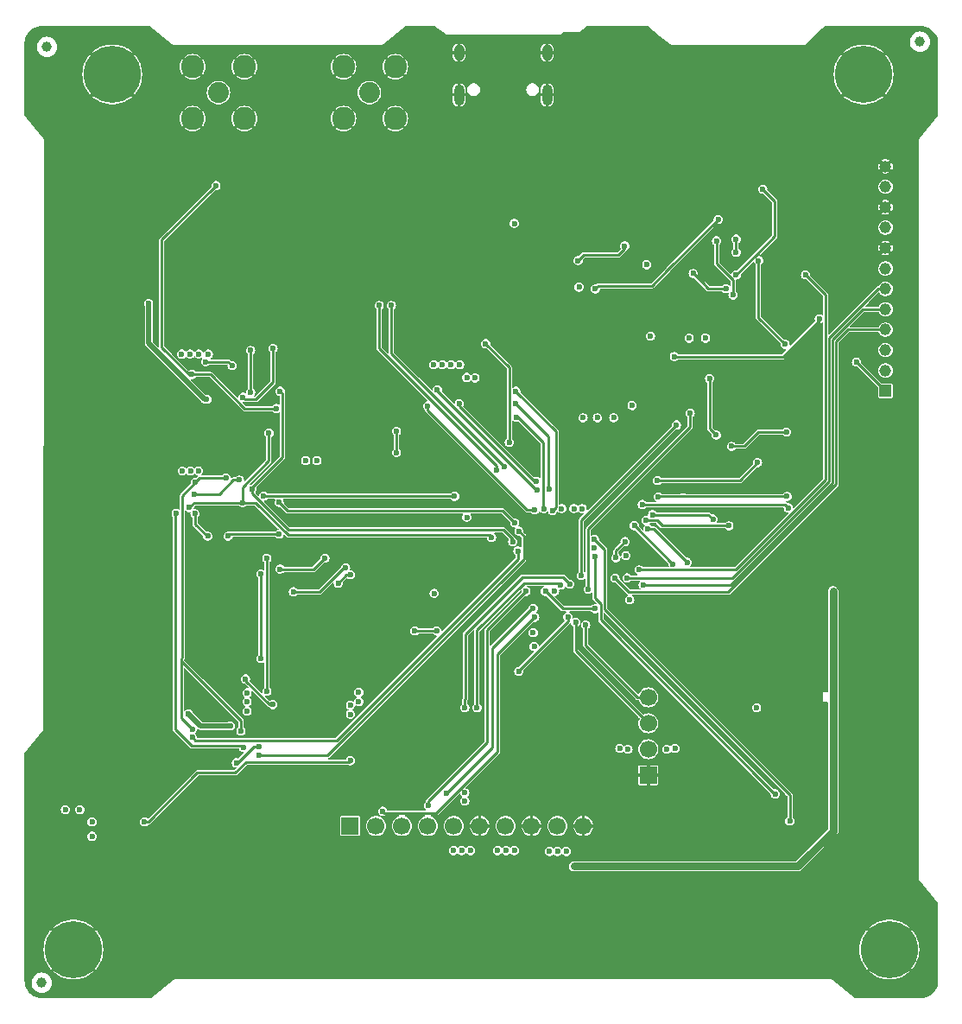
<source format=gbl>
%TF.GenerationSoftware,KiCad,Pcbnew,9.0.1*%
%TF.CreationDate,2025-04-07T16:57:50-07:00*%
%TF.ProjectId,ADCS_board,41444353-5f62-46f6-9172-642e6b696361,v1.2*%
%TF.SameCoordinates,Original*%
%TF.FileFunction,Copper,L4,Bot*%
%TF.FilePolarity,Positive*%
%FSLAX46Y46*%
G04 Gerber Fmt 4.6, Leading zero omitted, Abs format (unit mm)*
G04 Created by KiCad (PCBNEW 9.0.1) date 2025-04-07 16:57:50*
%MOMM*%
%LPD*%
G01*
G04 APERTURE LIST*
%TA.AperFunction,ComponentPad*%
%ADD10C,5.600000*%
%TD*%
%TA.AperFunction,ComponentPad*%
%ADD11O,1.000000X2.100000*%
%TD*%
%TA.AperFunction,ComponentPad*%
%ADD12O,1.000000X1.600000*%
%TD*%
%TA.AperFunction,ComponentPad*%
%ADD13C,0.600000*%
%TD*%
%TA.AperFunction,ComponentPad*%
%ADD14R,1.700000X1.700000*%
%TD*%
%TA.AperFunction,ComponentPad*%
%ADD15C,1.700000*%
%TD*%
%TA.AperFunction,SMDPad,CuDef*%
%ADD16C,1.000000*%
%TD*%
%TA.AperFunction,ComponentPad*%
%ADD17C,2.050000*%
%TD*%
%TA.AperFunction,ComponentPad*%
%ADD18C,2.250000*%
%TD*%
%TA.AperFunction,ComponentPad*%
%ADD19R,1.150000X1.150000*%
%TD*%
%TA.AperFunction,ComponentPad*%
%ADD20C,1.150000*%
%TD*%
%TA.AperFunction,ViaPad*%
%ADD21C,0.600000*%
%TD*%
%TA.AperFunction,Conductor*%
%ADD22C,0.250000*%
%TD*%
%TA.AperFunction,Conductor*%
%ADD23C,0.750000*%
%TD*%
%TA.AperFunction,Conductor*%
%ADD24C,0.500000*%
%TD*%
G04 APERTURE END LIST*
D10*
%TO.P,H1,1,1*%
%TO.N,GND*%
X107236100Y-57564100D03*
%TD*%
%TO.P,H2,1,1*%
%TO.N,GND*%
X103426100Y-143294100D03*
%TD*%
%TO.P,H3,1,1*%
%TO.N,GND*%
X183426100Y-143294100D03*
%TD*%
%TO.P,H4,1,1*%
%TO.N,GND*%
X180896100Y-57564100D03*
%TD*%
D11*
%TO.P,J9,S1,SHIELD*%
%TO.N,GND*%
X149872000Y-59553000D03*
D12*
X149872000Y-55413000D03*
D11*
X141232000Y-59553000D03*
D12*
X141232000Y-55413000D03*
%TD*%
D13*
%TO.P,U2,81,GND*%
%TO.N,GND*%
X149326667Y-103010000D03*
X149326667Y-104143333D03*
X149326667Y-105276666D03*
X150460000Y-103010000D03*
X150460000Y-104143333D03*
X150460000Y-105276666D03*
X151593333Y-103010000D03*
X151593333Y-104143333D03*
X151593333Y-105276666D03*
%TD*%
D14*
%TO.P,J5,1,Pin_1*%
%TO.N,GND*%
X159800000Y-126220000D03*
D15*
%TO.P,J5,2,Pin_2*%
%TO.N,3.3V*%
X159800000Y-123680000D03*
%TO.P,J5,3,Pin_3*%
%TO.N,UART_TO_DEBUG*%
X159800000Y-121140000D03*
%TO.P,J5,4,Pin_4*%
%TO.N,UART_FROM_DEBUG*%
X159800000Y-118600000D03*
%TD*%
D14*
%TO.P,J8,1,Pin_1*%
%TO.N,MOTOR_EN*%
X130560000Y-131200000D03*
D15*
%TO.P,J8,2,Pin_2*%
%TO.N,MOTOR_PGOOD*%
X133100000Y-131200000D03*
%TO.P,J8,3,Pin_3*%
%TO.N,RX_FROM_MOTOR*%
X135640000Y-131200000D03*
%TO.P,J8,4,Pin_4*%
%TO.N,TX_TO_MOTOR*%
X138180000Y-131200000D03*
%TO.P,J8,5,Pin_5*%
%TO.N,VBATT_REG*%
X140720000Y-131200000D03*
%TO.P,J8,6,Pin_6*%
%TO.N,GND*%
X143260000Y-131200000D03*
%TO.P,J8,7,Pin_7*%
%TO.N,VBATT_REG*%
X145800000Y-131200000D03*
%TO.P,J8,8,Pin_8*%
%TO.N,GND*%
X148340000Y-131200000D03*
%TO.P,J8,9,Pin_9*%
%TO.N,VBATT_REG*%
X150880000Y-131200000D03*
%TO.P,J8,10,Pin_10*%
%TO.N,GND*%
X153420000Y-131200000D03*
%TD*%
D16*
%TO.P,REF1B,*%
%TO.N,*%
X186436000Y-54356000D03*
%TD*%
%TO.P,REF2B,*%
%TO.N,*%
X100838000Y-54864000D03*
%TD*%
D17*
%TO.P,J6,1,In*%
%TO.N,Net-(J6-In)*%
X132450000Y-59350000D03*
D18*
%TO.P,J6,2,Ext*%
%TO.N,GND*%
X129910000Y-56810000D03*
X129910000Y-61890000D03*
X134990000Y-56810000D03*
X134990000Y-61890000D03*
%TD*%
D16*
%TO.P,REF3B,*%
%TO.N,*%
X100330000Y-146558000D03*
%TD*%
D19*
%TO.P,J4,1,Pin_1*%
%TO.N,ADCS_POR*%
X183050000Y-88569999D03*
D20*
%TO.P,J4,2,Pin_2*%
%TO.N,unconnected-(J4-Pin_2-Pad2)*%
X183050000Y-86569998D03*
%TO.P,J4,3,Pin_3*%
%TO.N,ADCS_EN*%
X183050000Y-84569999D03*
%TO.P,J4,4,Pin_4*%
%TO.N,ADCS_PGOOD*%
X183050000Y-82569998D03*
%TO.P,J4,5,Pin_5*%
%TO.N,RX_FROM_PICUBED*%
X183050000Y-80570000D03*
%TO.P,J4,6,Pin_6*%
%TO.N,TX_TO_PICUBED*%
X183050000Y-78569999D03*
%TO.P,J4,7,Pin_7*%
%TO.N,VBATT_SENSE*%
X183050000Y-76570000D03*
%TO.P,J4,8,Pin_8*%
%TO.N,GND*%
X183050000Y-74569999D03*
%TO.P,J4,9,Pin_9*%
%TO.N,VBATT_SENSE*%
X183050000Y-72569998D03*
%TO.P,J4,10,Pin_10*%
%TO.N,GND*%
X183050000Y-70569999D03*
%TO.P,J4,11,Pin_11*%
%TO.N,VBATT_SENSE*%
X183050000Y-68569999D03*
%TO.P,J4,12,Pin_12*%
%TO.N,GND*%
X183050000Y-66569999D03*
%TD*%
D17*
%TO.P,J7,1,In*%
%TO.N,Net-(J7-In)*%
X117650000Y-59350000D03*
D18*
%TO.P,J7,2,Ext*%
%TO.N,GND*%
X120190000Y-56810000D03*
X115110000Y-56810000D03*
X120190000Y-61890000D03*
X115110000Y-61890000D03*
%TD*%
D21*
%TO.N,GND*%
X113250000Y-90000000D03*
X168707125Y-122344624D03*
X153100000Y-120900000D03*
X148350000Y-117450000D03*
X147400000Y-128200000D03*
X113000000Y-93000000D03*
X127150000Y-64450000D03*
X127410000Y-56310000D03*
X176000000Y-74200000D03*
X148807125Y-139944624D03*
X147500000Y-129400000D03*
X119190000Y-60060000D03*
X181500000Y-123600000D03*
X122910000Y-55550000D03*
X127600000Y-107300000D03*
X181500000Y-116000000D03*
X161800000Y-79000000D03*
X154600000Y-80600000D03*
X148400000Y-129400000D03*
X181500000Y-113200000D03*
X119000000Y-81800000D03*
X181500000Y-118000000D03*
X181493740Y-95014600D03*
X128660000Y-58550000D03*
X159707125Y-139944624D03*
X155950000Y-72150000D03*
X124950000Y-57050000D03*
X143310000Y-81540000D03*
X117000000Y-80400000D03*
X129510000Y-60060000D03*
X154900000Y-120600000D03*
X123910000Y-55550000D03*
X122650000Y-64450000D03*
X181500000Y-121600000D03*
X125910000Y-55550000D03*
X131400000Y-112050000D03*
X119200000Y-117500000D03*
X170600000Y-83800000D03*
X149400000Y-64000000D03*
X164707125Y-139944624D03*
X181500000Y-127500000D03*
X116950000Y-108450000D03*
X179100000Y-84950000D03*
X184569999Y-70569999D03*
X122410000Y-56350000D03*
X121670000Y-60060000D03*
X143200000Y-129400000D03*
X144200000Y-97400000D03*
X181500000Y-107600000D03*
X181493740Y-101614600D03*
X174407125Y-139944624D03*
X155450000Y-74450000D03*
X146600000Y-128200000D03*
X123450000Y-64450000D03*
X140700000Y-61800000D03*
X124410000Y-56310000D03*
X181500000Y-106600000D03*
X128670000Y-60060000D03*
X125950000Y-57060000D03*
X154600000Y-79800000D03*
X181493740Y-96014600D03*
X148650000Y-121500000D03*
X126910000Y-57060000D03*
X141900000Y-104500000D03*
X155800000Y-120600000D03*
X170200000Y-103000000D03*
X112700000Y-127600000D03*
X162607125Y-139944624D03*
X172000000Y-68400000D03*
X160600000Y-78800000D03*
X126910000Y-55550000D03*
X181500000Y-117000000D03*
X155800000Y-130400000D03*
X131160000Y-58560000D03*
X162200000Y-127200000D03*
X126350000Y-64450000D03*
X116900000Y-113950000D03*
X131400000Y-110700000D03*
X171400000Y-83800000D03*
X181500000Y-122600000D03*
X125410000Y-56310000D03*
X119190000Y-58560000D03*
X143200000Y-128000000D03*
X149200000Y-129400000D03*
X181493740Y-100614600D03*
X126410000Y-56310000D03*
X115400000Y-80400000D03*
X173407125Y-139944624D03*
X120860000Y-60060000D03*
X144100000Y-129400000D03*
X181500000Y-111200000D03*
X113000000Y-93800000D03*
X158750000Y-81250000D03*
X104700000Y-133000000D03*
X142000000Y-63200000D03*
X153200000Y-59600000D03*
X163707125Y-139944624D03*
X113800000Y-80400000D03*
X184569999Y-66569999D03*
X149250000Y-61200000D03*
X141000000Y-77600000D03*
X181500000Y-128500000D03*
X147707125Y-139944624D03*
X184569999Y-74569999D03*
X171807125Y-124544624D03*
X120040000Y-58560000D03*
X181500000Y-134100000D03*
X120900000Y-113650000D03*
X130330000Y-60060000D03*
X181500000Y-126500000D03*
X162200000Y-128400000D03*
X117600000Y-117500000D03*
X126000000Y-83600000D03*
X144000000Y-128000000D03*
X132800000Y-97000000D03*
X116950000Y-107500000D03*
X158707125Y-139944624D03*
X131400000Y-109400000D03*
X117400000Y-92600000D03*
X102650000Y-134400000D03*
X176000000Y-79400000D03*
X118150000Y-127400000D03*
X139400000Y-77600000D03*
X124250000Y-64450000D03*
X124910000Y-55550000D03*
X181493740Y-102614600D03*
X181500000Y-132100000D03*
X120030000Y-60060000D03*
X125210000Y-107280000D03*
X130340000Y-58560000D03*
X160800000Y-96200000D03*
X165000000Y-90300000D03*
X181500000Y-112200000D03*
X123910000Y-57060000D03*
X123750000Y-68550000D03*
X160950000Y-105150000D03*
X151300000Y-116350000D03*
X112725000Y-124425000D03*
X155800000Y-131200000D03*
X151000000Y-70200000D03*
X123200000Y-120450000D03*
X181493740Y-97014600D03*
X179200000Y-79200000D03*
X116800000Y-101400000D03*
X149300000Y-117450000D03*
X122950000Y-57060000D03*
X120860000Y-58560000D03*
X156625000Y-94825000D03*
X103500000Y-133500000D03*
X181500000Y-133100000D03*
X112800000Y-97975000D03*
X157607125Y-139944624D03*
X126800000Y-107300000D03*
X103500000Y-134400000D03*
X116900000Y-113000000D03*
X125550000Y-64450000D03*
X131130000Y-60060000D03*
X102650000Y-133500000D03*
X150907125Y-139944624D03*
X167607125Y-128244624D03*
X143750000Y-73160000D03*
X121670000Y-58560000D03*
X159000000Y-79000000D03*
X154000000Y-120600000D03*
X160400000Y-76800000D03*
X180200000Y-128000000D03*
X172307125Y-139944624D03*
X158000000Y-110200000D03*
X167800000Y-83800000D03*
X149807125Y-139944624D03*
X123410000Y-56310000D03*
X117590000Y-89750000D03*
X162200000Y-126000000D03*
X125950000Y-68550000D03*
X113000000Y-92200000D03*
X115200000Y-86100000D03*
X166507125Y-128244624D03*
X170280000Y-126980000D03*
X181500000Y-105600000D03*
X155800000Y-132000000D03*
X129530000Y-58560000D03*
X160807125Y-139944624D03*
X175507125Y-139944624D03*
X122650000Y-78700000D03*
X151100000Y-84800000D03*
X118400000Y-117500000D03*
X168750000Y-78100000D03*
X120900000Y-112850000D03*
X136050000Y-99600000D03*
X136200000Y-103500000D03*
X148725000Y-95275000D03*
X165807125Y-139944624D03*
%TO.N,3.3V*%
X156400000Y-91200000D03*
X170500000Y-95600000D03*
X157000000Y-123600000D03*
X131400000Y-118100000D03*
X127300000Y-95400000D03*
X135100000Y-94600000D03*
X157606667Y-104700000D03*
X146650000Y-72160000D03*
X142000000Y-100950000D03*
X105250000Y-130800000D03*
X138800000Y-108400000D03*
X139600000Y-86000000D03*
X105250000Y-132200000D03*
X140450000Y-86000000D03*
X153400000Y-91200000D03*
X148500000Y-112250000D03*
X130600000Y-120250000D03*
X158200000Y-90000000D03*
X161600000Y-123680000D03*
X151300000Y-100100000D03*
X130600000Y-119350000D03*
X153300000Y-100100000D03*
X148600000Y-113600000D03*
X104050000Y-129600000D03*
X160700000Y-97350000D03*
X102650000Y-129600000D03*
X135100000Y-92510000D03*
X141795000Y-127950000D03*
X154800000Y-91200000D03*
X142800000Y-87300000D03*
X157800000Y-123680000D03*
X131400000Y-119000000D03*
X142000000Y-87250000D03*
X170400000Y-119600000D03*
X126200000Y-95400000D03*
X138750000Y-86000000D03*
X157970000Y-109040000D03*
X141800000Y-128750000D03*
X159639000Y-76200054D03*
X141300000Y-86000000D03*
X162400000Y-123600000D03*
%TO.N,SWCLK*%
X143000000Y-119600000D03*
X151200000Y-107600000D03*
%TO.N,SWDIO*%
X141800000Y-119600000D03*
X152100000Y-107500000D03*
%TO.N,/Power/ADCS_EN_OUT*%
X173350000Y-92600000D03*
X167950000Y-94000000D03*
%TO.N,Net-(U5-VREG5)*%
X152900000Y-75800000D03*
X157479994Y-74358508D03*
%TO.N,Net-(U7B-+)*%
X170600000Y-75800000D03*
X173200000Y-84000000D03*
%TO.N,VBATT_REG*%
X115700000Y-96400000D03*
X116650000Y-84950000D03*
X120450000Y-119000000D03*
X114040000Y-84960000D03*
X166450000Y-92900000D03*
X120450000Y-118150000D03*
X160000000Y-83200000D03*
X163800000Y-83400000D03*
X120450000Y-119950000D03*
X165800000Y-87350000D03*
X146650000Y-133600000D03*
X141500000Y-133600000D03*
X145850000Y-133600000D03*
X150100000Y-133700000D03*
X150900000Y-133700000D03*
X151750000Y-133700000D03*
X114900000Y-96400000D03*
X114860000Y-84950000D03*
X153000000Y-78400000D03*
X142350000Y-133600000D03*
X140700000Y-133600000D03*
X115720000Y-84950000D03*
X145000000Y-133600000D03*
X165400000Y-83400000D03*
X114100000Y-96400000D03*
%TO.N,Net-(D2-K)*%
X167400000Y-78550000D03*
X164193763Y-77063773D03*
%TO.N,/Photodiodes/3V3_PD*%
X165007125Y-135144624D03*
X177900000Y-117900000D03*
X177900000Y-128400000D03*
X177900000Y-108200000D03*
X152507125Y-135144624D03*
%TO.N,Net-(D3-K)*%
X162350000Y-85200000D03*
X176550000Y-81500000D03*
%TO.N,+1V1*%
X154500000Y-103950000D03*
X150600000Y-108200000D03*
X152500000Y-100100000D03*
%TO.N,pd_z+_2*%
X162225000Y-105525000D03*
X158425000Y-101775000D03*
%TO.N,ADCS_PGOOD*%
X156535919Y-106921360D03*
%TO.N,ADCS_POR*%
X180200000Y-85750000D03*
%TO.N,/Avionics/RUN*%
X151900000Y-110700000D03*
X147100000Y-116050000D03*
%TO.N,/Avionics/FLASH_CS*%
X148650000Y-100200000D03*
X138150000Y-90050000D03*
%TO.N,3V3_RESET*%
X154592500Y-78582500D03*
X166650000Y-71770000D03*
%TO.N,EN_GPS*%
X143850000Y-83950000D03*
X146170000Y-93610000D03*
%TO.N,EN_MAGDRV*%
X118400000Y-97100000D03*
X123700000Y-88600000D03*
X146500000Y-103341070D03*
X118990000Y-86090000D03*
X115400000Y-97500000D03*
X119850000Y-121900000D03*
X115100000Y-121700000D03*
X116400000Y-85709575D03*
X120944938Y-98190000D03*
%TO.N,WATCHDOG_FEED*%
X158900000Y-106100000D03*
X175200000Y-77200000D03*
%TO.N,Net-(U1-CM1)*%
X123000000Y-84400000D03*
X120050000Y-89200000D03*
%TO.N,/Avionics/FLASH_IO2*%
X141250000Y-89835000D03*
X148840000Y-97414676D03*
%TO.N,X_MAGDRV_OUT2*%
X116500000Y-89400000D03*
X110800000Y-80000000D03*
%TO.N,X_MAGDRV_IN2*%
X117400000Y-68450000D03*
X123300000Y-90300000D03*
X115050000Y-86950000D03*
%TO.N,X_MAGDRV_nFAULT*%
X114790000Y-100000000D03*
X120100000Y-123500000D03*
X122600000Y-92700000D03*
X144420000Y-102920000D03*
X120000000Y-99509575D03*
X113500000Y-100550000D03*
%TO.N,IMU_INT2*%
X129389676Y-107389676D03*
X130580000Y-106586643D03*
%TO.N,pd_y-_2*%
X166125000Y-101125000D03*
X160210000Y-100690000D03*
%TO.N,/Avionics/FLASH_SCK*%
X146800000Y-89850000D03*
X150050000Y-98200000D03*
%TO.N,/Avionics/FLASH_MOSI*%
X149550000Y-100100000D03*
X146850000Y-91150000D03*
%TO.N,/Avionics/FLASH_MISO*%
X139100000Y-88450000D03*
X148885000Y-98275000D03*
%TO.N,/Avionics/FLASH_IO3*%
X150400000Y-100300000D03*
X146800000Y-88600000D03*
%TO.N,pd_z-_2*%
X159200000Y-99700000D03*
X173528190Y-100021810D03*
%TO.N,pd_z-_1*%
X173400000Y-98910000D03*
X160770000Y-98950000D03*
%TO.N,Net-(U7C-+)*%
X168400000Y-77200000D03*
X171000000Y-68800000D03*
%TO.N,Y_MAGDRV_IN2*%
X123600000Y-99500000D03*
X119700000Y-97300000D03*
X115292500Y-98667500D03*
X146700000Y-101500000D03*
%TO.N,/Watchdog/WD_Vcc*%
X168400000Y-73690425D03*
X168400000Y-74970000D03*
%TO.N,IMU_INT1*%
X130118445Y-105918445D03*
X125000000Y-108250000D03*
%TO.N,Z_MAGDRV_IN1*%
X121670000Y-124300000D03*
X147110000Y-102300000D03*
%TO.N,I2C0_SCL*%
X128075000Y-104950000D03*
X123700000Y-106027176D03*
%TO.N,Y_MAGDRV_IN1*%
X122090000Y-98878768D03*
X140800000Y-98900000D03*
%TO.N,Z_MAGDRV_IN2*%
X115090000Y-122530000D03*
X147000000Y-104250000D03*
%TO.N,Net-(U6-CM2)*%
X116599347Y-102800000D03*
X115350000Y-100600000D03*
%TO.N,Z_MAGDRV_OUT1*%
X114700000Y-120200000D03*
X118800000Y-121400000D03*
%TO.N,X_MAGDRV_CM1*%
X120800000Y-88700000D03*
X120800000Y-84600000D03*
%TO.N,Z_MAGDRV_CM1*%
X122400000Y-118000000D03*
X122390000Y-104980000D03*
%TO.N,Y_MAGDRV_CM2*%
X118600000Y-102800000D03*
X123600000Y-102600000D03*
%TO.N,Z_MAGDRV_CM2*%
X121640000Y-123400000D03*
X121800000Y-114800000D03*
X119400000Y-125000000D03*
X121800000Y-106500000D03*
%TO.N,Net-(J19-Pin_2)*%
X122979574Y-119299778D03*
X120300000Y-116800000D03*
%TO.N,I2C1_SCL*%
X163900000Y-90750000D03*
X153900000Y-108000000D03*
%TO.N,I2C1_SDA*%
X162550000Y-91900000D03*
X153225000Y-106650000D03*
%TO.N,EN_PD*%
X157510213Y-103330213D03*
X156620000Y-104920000D03*
%TO.N,EN_MAGNMETER*%
X110400000Y-130800000D03*
X130570000Y-124810000D03*
%TO.N,MOTOR_PGOOD*%
X148650000Y-110750000D03*
X133750000Y-129750000D03*
%TO.N,Net-(R57-Pad1)*%
X166475000Y-73875000D03*
X168100000Y-79170000D03*
%TO.N,pd_z+_1*%
X159770000Y-102090000D03*
X163620000Y-105370000D03*
%TO.N,pd_y+_2*%
X154500000Y-103100000D03*
X173660000Y-130710000D03*
%TO.N,pd_y+_1*%
X172240000Y-128050000D03*
X154600000Y-104810000D03*
%TO.N,pd_y-_1*%
X167690000Y-101790000D03*
X159563173Y-101250000D03*
%TO.N,TX_TO_GPS*%
X145650000Y-95950000D03*
X134600000Y-80200000D03*
%TO.N,TX_TO_PICUBED*%
X157700000Y-106880000D03*
%TO.N,RX_FROM_PICUBED*%
X159280000Y-107570000D03*
%TO.N,UART_TO_DEBUG*%
X152660000Y-111260000D03*
%TO.N,UART_FROM_DEBUG*%
X153650000Y-111500000D03*
%TO.N,RX_FROM_MOTOR*%
X139975000Y-128025000D03*
X148510000Y-109870000D03*
%TO.N,TX_TO_MOTOR*%
X138250000Y-129200000D03*
X147800000Y-108200000D03*
%TO.N,RX_FROM_GPS*%
X144893765Y-96306235D03*
X133400000Y-80200000D03*
%TO.N,GPIO_17*%
X139050000Y-112080000D03*
X136910000Y-112090000D03*
%TO.N,GPIO_27*%
X149700000Y-108200000D03*
X154560000Y-109910000D03*
%TD*%
D22*
%TO.N,3.3V*%
X168750000Y-97350000D02*
X160700000Y-97350000D01*
X135100000Y-94600000D02*
X135100000Y-92510000D01*
X170500000Y-95600000D02*
X168750000Y-97350000D01*
%TO.N,SWCLK*%
X147600000Y-107400000D02*
X143000000Y-112000000D01*
X151000000Y-107400000D02*
X147600000Y-107400000D01*
X143000000Y-112000000D02*
X143000000Y-119600000D01*
X151200000Y-107600000D02*
X151000000Y-107400000D01*
%TO.N,SWDIO*%
X151400000Y-106800000D02*
X147450000Y-106800000D01*
X141825000Y-118775000D02*
X141800000Y-118800000D01*
X147450000Y-106800000D02*
X141825000Y-112425000D01*
X152100000Y-107500000D02*
X151400000Y-106800000D01*
X141800000Y-118800000D02*
X141800000Y-119600000D01*
X141825000Y-112425000D02*
X141825000Y-118775000D01*
%TO.N,/Power/ADCS_EN_OUT*%
X169200000Y-94000000D02*
X170600000Y-92600000D01*
X167950000Y-94000000D02*
X169200000Y-94000000D01*
X170600000Y-92600000D02*
X173350000Y-92600000D01*
%TO.N,Net-(U5-VREG5)*%
X152900000Y-75800000D02*
X153452500Y-75247500D01*
X156852500Y-75247500D02*
X157479994Y-74620006D01*
X153452500Y-75247500D02*
X156852500Y-75247500D01*
%TO.N,Net-(U7B-+)*%
X170600000Y-81400000D02*
X170600000Y-75800000D01*
X173200000Y-84000000D02*
X170600000Y-81400000D01*
%TO.N,VBATT_REG*%
X165800000Y-92250000D02*
X165800000Y-87350000D01*
X166450000Y-92900000D02*
X165800000Y-92250000D01*
%TO.N,Net-(D2-K)*%
X165525000Y-78382537D02*
X165525000Y-78395010D01*
X164193763Y-77063773D02*
X165204990Y-78075000D01*
X165217463Y-78075000D02*
X165525000Y-78382537D01*
X165204990Y-78075000D02*
X165217463Y-78075000D01*
X165679990Y-78550000D02*
X167400000Y-78550000D01*
X165525000Y-78395010D02*
X165679990Y-78550000D01*
D23*
%TO.N,/Photodiodes/3V3_PD*%
X165007125Y-135144624D02*
X152507125Y-135144624D01*
X174455376Y-135144624D02*
X165007125Y-135144624D01*
X177900000Y-128400000D02*
X177900000Y-117900000D01*
X177900000Y-128400000D02*
X177900000Y-131700000D01*
X177900000Y-117900000D02*
X177900000Y-108200000D01*
X177900000Y-131700000D02*
X174455376Y-135144624D01*
D22*
%TO.N,Net-(D3-K)*%
X176550000Y-81650000D02*
X173000000Y-85200000D01*
X173000000Y-85200000D02*
X162350000Y-85200000D01*
X176550000Y-81500000D02*
X176550000Y-81650000D01*
%TO.N,pd_z+_2*%
X162225000Y-105525000D02*
X162175000Y-105525000D01*
X162175000Y-105525000D02*
X158425000Y-101775000D01*
%TO.N,ADCS_PGOOD*%
X156535919Y-106921360D02*
X157904559Y-108290000D01*
X178200000Y-97716260D02*
X178200000Y-83700000D01*
X157904559Y-108290000D02*
X167626260Y-108290000D01*
X167626260Y-108290000D02*
X178200000Y-97716260D01*
X178200000Y-83700000D02*
X179330002Y-82569998D01*
X179330002Y-82569998D02*
X183050000Y-82569998D01*
%TO.N,ADCS_POR*%
X183019999Y-88569999D02*
X183050000Y-88569999D01*
X180200000Y-85750000D02*
X183019999Y-88569999D01*
%TO.N,/Avionics/RUN*%
X147100000Y-116050000D02*
X147100000Y-115950000D01*
X147100000Y-115950000D02*
X151900000Y-111150000D01*
X151900000Y-111150000D02*
X151900000Y-110700000D01*
%TO.N,/Avionics/FLASH_CS*%
X147900000Y-100200000D02*
X138150000Y-90450000D01*
X138150000Y-90450000D02*
X138150000Y-90050000D01*
X148650000Y-100200000D02*
X147900000Y-100200000D01*
%TO.N,3V3_RESET*%
X160140000Y-78290000D02*
X154885000Y-78290000D01*
X161710371Y-76709629D02*
X161710371Y-76719629D01*
X154885000Y-78290000D02*
X154592500Y-78582500D01*
X166650000Y-71770000D02*
X161710371Y-76709629D01*
X161710371Y-76719629D02*
X160140000Y-78290000D01*
%TO.N,EN_GPS*%
X146170000Y-86270000D02*
X143850000Y-83950000D01*
X146170000Y-93610000D02*
X146170000Y-86270000D01*
%TO.N,EN_MAGDRV*%
X118990000Y-86090000D02*
X118609575Y-85709575D01*
X124530000Y-102200000D02*
X120944938Y-98614938D01*
X146500000Y-103090000D02*
X145610000Y-102200000D01*
X120944938Y-98614938D02*
X120944938Y-98190000D01*
X146500000Y-103341070D02*
X146500000Y-103090000D01*
X119850000Y-120850000D02*
X114000000Y-115000000D01*
X115100000Y-121700000D02*
X114000000Y-120600000D01*
X114100000Y-98850000D02*
X114100000Y-114700000D01*
X118400000Y-97100000D02*
X115800000Y-97100000D01*
X120944938Y-98055062D02*
X123900000Y-95100000D01*
X123900000Y-95100000D02*
X123900000Y-88800000D01*
X145610000Y-102200000D02*
X124530000Y-102200000D01*
X114100000Y-114700000D02*
X114000000Y-114800000D01*
X123900000Y-88800000D02*
X123700000Y-88600000D01*
X115400000Y-97550000D02*
X114100000Y-98850000D01*
X119850000Y-121900000D02*
X119850000Y-120850000D01*
X115800000Y-97100000D02*
X115400000Y-97500000D01*
X114000000Y-120600000D02*
X114000000Y-114800000D01*
X115400000Y-97500000D02*
X115400000Y-97550000D01*
X114000000Y-115000000D02*
X114000000Y-114800000D01*
X118609575Y-85709575D02*
X116400000Y-85709575D01*
X120944938Y-98190000D02*
X120944938Y-98055062D01*
%TO.N,WATCHDOG_FEED*%
X177150000Y-79150000D02*
X175200000Y-77200000D01*
X177150000Y-97281336D02*
X177150000Y-79150000D01*
X158900000Y-106100000D02*
X168331336Y-106100000D01*
X168331336Y-106100000D02*
X177150000Y-97281336D01*
%TO.N,Net-(U1-CM1)*%
X121300000Y-89400000D02*
X123000000Y-87700000D01*
X120250000Y-89400000D02*
X121300000Y-89400000D01*
X123000000Y-87700000D02*
X123000000Y-84400000D01*
X120050000Y-89200000D02*
X120250000Y-89400000D01*
%TO.N,/Avionics/FLASH_IO2*%
X148614676Y-97414676D02*
X141250000Y-90050000D01*
X148840000Y-97414676D02*
X148614676Y-97414676D01*
X141250000Y-90050000D02*
X141250000Y-89835000D01*
D24*
%TO.N,X_MAGDRV_OUT2*%
X110800000Y-80000000D02*
X110800000Y-83919239D01*
X110800000Y-83919239D02*
X116280761Y-89400000D01*
X116280761Y-89400000D02*
X116500000Y-89400000D01*
D22*
%TO.N,X_MAGDRV_IN2*%
X114750000Y-86950000D02*
X112100000Y-84300000D01*
X116850000Y-86950000D02*
X120200000Y-90300000D01*
X115050000Y-86950000D02*
X116850000Y-86950000D01*
X112100000Y-73750000D02*
X117400000Y-68450000D01*
X120200000Y-90300000D02*
X123300000Y-90300000D01*
X112100000Y-84300000D02*
X112100000Y-73750000D01*
X115050000Y-86950000D02*
X114750000Y-86950000D01*
%TO.N,X_MAGDRV_nFAULT*%
X114790000Y-100000000D02*
X115280425Y-99509575D01*
X144420000Y-102920000D02*
X144200000Y-102700000D01*
X120000000Y-99509575D02*
X120000000Y-98010000D01*
X120000000Y-98010000D02*
X122600000Y-95410000D01*
X124520000Y-102700000D02*
X121329575Y-99509575D01*
X113500000Y-100550000D02*
X113450000Y-100600000D01*
X114988927Y-123309575D02*
X119909575Y-123309575D01*
X119909575Y-123309575D02*
X120100000Y-123500000D01*
X113450000Y-100600000D02*
X113450000Y-121770648D01*
X122600000Y-95410000D02*
X122600000Y-92700000D01*
X144200000Y-102700000D02*
X124520000Y-102700000D01*
X121329575Y-99509575D02*
X120000000Y-99509575D01*
X115280425Y-99509575D02*
X120000000Y-99509575D01*
X113450000Y-121770648D02*
X114988927Y-123309575D01*
%TO.N,IMU_INT2*%
X130192709Y-106586643D02*
X130580000Y-106586643D01*
X129389676Y-107389676D02*
X130192709Y-106586643D01*
%TO.N,pd_y-_2*%
X165690000Y-100690000D02*
X166125000Y-101125000D01*
X160210000Y-100690000D02*
X165690000Y-100690000D01*
%TO.N,/Avionics/FLASH_SCK*%
X150050000Y-98200000D02*
X150000000Y-98150000D01*
X150000000Y-98150000D02*
X150000000Y-93050000D01*
X150000000Y-93050000D02*
X146800000Y-89850000D01*
%TO.N,/Avionics/FLASH_MOSI*%
X149470000Y-100020000D02*
X149470000Y-93620000D01*
X149470000Y-93620000D02*
X147000000Y-91150000D01*
X149550000Y-100100000D02*
X149470000Y-100020000D01*
X147000000Y-91150000D02*
X146850000Y-91150000D01*
%TO.N,/Avionics/FLASH_MISO*%
X148825000Y-98275000D02*
X139100000Y-88550000D01*
X139100000Y-88550000D02*
X139100000Y-88450000D01*
X148885000Y-98275000D02*
X148825000Y-98275000D01*
%TO.N,/Avionics/FLASH_IO3*%
X150720000Y-92520000D02*
X146800000Y-88600000D01*
X150720000Y-99980000D02*
X150720000Y-92520000D01*
X150400000Y-100300000D02*
X150720000Y-99980000D01*
%TO.N,pd_z-_2*%
X159200000Y-99700000D02*
X173206380Y-99700000D01*
X173206380Y-99700000D02*
X173528190Y-100021810D01*
%TO.N,pd_z-_1*%
X160810000Y-98910000D02*
X173400000Y-98910000D01*
X160770000Y-98950000D02*
X160810000Y-98910000D01*
%TO.N,Net-(U7C-+)*%
X168400000Y-77186827D02*
X170361827Y-75225000D01*
X172200000Y-70000000D02*
X171000000Y-68800000D01*
X170375000Y-75225000D02*
X172200000Y-73400000D01*
X172200000Y-73400000D02*
X172200000Y-70000000D01*
X168400000Y-77200000D02*
X168400000Y-77186827D01*
X170361827Y-75225000D02*
X170375000Y-75225000D01*
%TO.N,Y_MAGDRV_IN2*%
X124425000Y-100325000D02*
X145525000Y-100325000D01*
X119100000Y-97300000D02*
X119700000Y-97300000D01*
X117732500Y-98667500D02*
X119100000Y-97300000D01*
X123600000Y-99500000D02*
X124425000Y-100325000D01*
X115292500Y-98667500D02*
X117732500Y-98667500D01*
X145525000Y-100325000D02*
X146700000Y-101500000D01*
%TO.N,/Watchdog/WD_Vcc*%
X168400000Y-74970000D02*
X168400000Y-73690425D01*
%TO.N,IMU_INT1*%
X130118445Y-105918445D02*
X129911555Y-105918445D01*
X129911555Y-105918445D02*
X127580000Y-108250000D01*
X127580000Y-108250000D02*
X125000000Y-108250000D01*
%TO.N,Z_MAGDRV_IN1*%
X128320000Y-124300000D02*
X147580000Y-105040000D01*
X147580000Y-102770000D02*
X147110000Y-102300000D01*
X147580000Y-105040000D02*
X147580000Y-102770000D01*
X121670000Y-124300000D02*
X128320000Y-124300000D01*
%TO.N,I2C0_SCL*%
X126997824Y-106027176D02*
X128075000Y-104950000D01*
X123700000Y-106027176D02*
X126997824Y-106027176D01*
%TO.N,Y_MAGDRV_IN1*%
X122090000Y-98878768D02*
X122111232Y-98900000D01*
X122111232Y-98900000D02*
X140800000Y-98900000D01*
%TO.N,Z_MAGDRV_IN2*%
X115090000Y-122530000D02*
X115360000Y-122800000D01*
X115360000Y-122800000D02*
X129250000Y-122800000D01*
X129250000Y-122800000D02*
X147000000Y-105050000D01*
X147000000Y-105050000D02*
X147000000Y-104250000D01*
%TO.N,Net-(U6-CM2)*%
X115350000Y-100600000D02*
X115350000Y-101629352D01*
X115350000Y-101629352D02*
X116520648Y-102800000D01*
X116520648Y-102800000D02*
X116599347Y-102800000D01*
D24*
%TO.N,Z_MAGDRV_OUT1*%
X118800000Y-121400000D02*
X115900000Y-121400000D01*
X115900000Y-121400000D02*
X114700000Y-120200000D01*
D22*
%TO.N,X_MAGDRV_CM1*%
X120800000Y-88700000D02*
X120800000Y-84600000D01*
%TO.N,Z_MAGDRV_CM1*%
X122400000Y-104990000D02*
X122400000Y-118000000D01*
X122390000Y-104980000D02*
X122400000Y-104990000D01*
%TO.N,Y_MAGDRV_CM2*%
X118800000Y-102600000D02*
X118600000Y-102800000D01*
X123600000Y-102600000D02*
X118800000Y-102600000D01*
%TO.N,Z_MAGDRV_CM2*%
X121800000Y-106500000D02*
X121800000Y-114800000D01*
X121640000Y-123400000D02*
X121150000Y-123400000D01*
X119550000Y-125000000D02*
X119400000Y-125000000D01*
X121150000Y-123400000D02*
X119550000Y-125000000D01*
%TO.N,Net-(J19-Pin_2)*%
X120300000Y-116950000D02*
X122649778Y-119299778D01*
X120300000Y-116800000D02*
X120300000Y-116950000D01*
X122649778Y-119299778D02*
X122979574Y-119299778D01*
%TO.N,I2C1_SCL*%
X163900000Y-92100000D02*
X163900000Y-90750000D01*
X153890425Y-107990425D02*
X153890425Y-102109575D01*
X153900000Y-108000000D02*
X153890425Y-107990425D01*
X153890425Y-102109575D02*
X163900000Y-92100000D01*
%TO.N,I2C1_SDA*%
X153225000Y-106650000D02*
X153225000Y-101225000D01*
X153225000Y-101225000D02*
X162550000Y-91900000D01*
%TO.N,EN_PD*%
X156620000Y-104920000D02*
X156620000Y-104220426D01*
X156620000Y-104220426D02*
X157510213Y-103330213D01*
%TO.N,EN_MAGNMETER*%
X130470000Y-124910000D02*
X120390000Y-124910000D01*
X119300000Y-126000000D02*
X115550000Y-126000000D01*
X130570000Y-124810000D02*
X130470000Y-124910000D01*
X110750000Y-130800000D02*
X110400000Y-130800000D01*
X115550000Y-126000000D02*
X110750000Y-130800000D01*
X120390000Y-124910000D02*
X119300000Y-126000000D01*
%TO.N,MOTOR_PGOOD*%
X148650000Y-110750000D02*
X148600000Y-110750000D01*
X145000000Y-123900000D02*
X139000000Y-129900000D01*
X148600000Y-110750000D02*
X145000000Y-114350000D01*
X139000000Y-129900000D02*
X133900000Y-129900000D01*
X145000000Y-114350000D02*
X145000000Y-123900000D01*
X133900000Y-129900000D02*
X133750000Y-129750000D01*
%TO.N,Net-(R57-Pad1)*%
X168100000Y-77713173D02*
X166475000Y-76088173D01*
X168100000Y-79170000D02*
X168100000Y-77713173D01*
X166475000Y-76088173D02*
X166475000Y-73875000D01*
%TO.N,pd_z+_1*%
X160350000Y-102090000D02*
X163620000Y-105360000D01*
X163620000Y-105360000D02*
X163620000Y-105370000D01*
X159770000Y-102090000D02*
X160350000Y-102090000D01*
%TO.N,pd_y+_2*%
X155510000Y-104110000D02*
X154500000Y-103100000D01*
X173660000Y-130710000D02*
X173660000Y-128123769D01*
X173660000Y-128123769D02*
X155510000Y-109973769D01*
X155510000Y-109973769D02*
X155510000Y-104110000D01*
%TO.N,pd_y+_1*%
X154570812Y-108870812D02*
X155150000Y-109450000D01*
X155150000Y-109450000D02*
X155150000Y-111000000D01*
X172200000Y-128050000D02*
X172240000Y-128050000D01*
X155150000Y-111000000D02*
X172200000Y-128050000D01*
X154570812Y-104839188D02*
X154570812Y-108870812D01*
X154600000Y-104810000D02*
X154570812Y-104839188D01*
%TO.N,pd_y-_1*%
X159563173Y-101250000D02*
X159583173Y-101270000D01*
X160670000Y-101270000D02*
X161150000Y-101750000D01*
X167650000Y-101750000D02*
X167690000Y-101790000D01*
X159583173Y-101270000D02*
X160670000Y-101270000D01*
X161150000Y-101750000D02*
X167650000Y-101750000D01*
%TO.N,TX_TO_GPS*%
X134600000Y-80200000D02*
X134600000Y-84900000D01*
X134600000Y-84900000D02*
X145650000Y-95950000D01*
%TO.N,TX_TO_PICUBED*%
X157700000Y-106880000D02*
X168046310Y-106880000D01*
X182335027Y-78569999D02*
X183050000Y-78569999D01*
X177500000Y-97426310D02*
X177500000Y-83405026D01*
X177500000Y-83405026D02*
X182335027Y-78569999D01*
X168046310Y-106880000D02*
X177500000Y-97426310D01*
%TO.N,RX_FROM_PICUBED*%
X167851285Y-107570000D02*
X177850000Y-97571285D01*
X180830000Y-80570000D02*
X183050000Y-80570000D01*
X159280000Y-107570000D02*
X167851285Y-107570000D01*
X177850000Y-97571285D02*
X177850000Y-83550000D01*
X177850000Y-83550000D02*
X180830000Y-80570000D01*
%TO.N,UART_TO_DEBUG*%
X152660000Y-114000000D02*
X159800000Y-121140000D01*
X152660000Y-111260000D02*
X152660000Y-114000000D01*
%TO.N,UART_FROM_DEBUG*%
X158750000Y-118600000D02*
X159800000Y-118600000D01*
X153650000Y-111500000D02*
X153650000Y-113500000D01*
X153650000Y-113500000D02*
X158750000Y-118600000D01*
%TO.N,RX_FROM_MOTOR*%
X144500000Y-123500000D02*
X139975000Y-128025000D01*
X144500000Y-113743059D02*
X144500000Y-123500000D01*
X148373059Y-109870000D02*
X144500000Y-113743059D01*
X148510000Y-109870000D02*
X148373059Y-109870000D01*
%TO.N,TX_TO_MOTOR*%
X138250000Y-129200000D02*
X138250000Y-128750000D01*
X138250000Y-128750000D02*
X144000000Y-123000000D01*
X144000000Y-112000000D02*
X147800000Y-108200000D01*
X144000000Y-123000000D02*
X144000000Y-112000000D01*
%TO.N,RX_FROM_GPS*%
X133400000Y-84420000D02*
X133400000Y-80200000D01*
X144893765Y-96306235D02*
X144893765Y-95913765D01*
X144893765Y-95913765D02*
X133400000Y-84420000D01*
%TO.N,GPIO_17*%
X136910000Y-112090000D02*
X136920000Y-112080000D01*
X136920000Y-112080000D02*
X139050000Y-112080000D01*
%TO.N,GPIO_27*%
X154560000Y-109910000D02*
X151410000Y-109910000D01*
X151410000Y-109910000D02*
X149700000Y-108200000D01*
%TD*%
%TA.AperFunction,Conductor*%
%TO.N,GND*%
G36*
X123212352Y-99170806D02*
G01*
X123230658Y-99215000D01*
X123217922Y-99249142D01*
X123219534Y-99250178D01*
X123217118Y-99253937D01*
X123163302Y-99371775D01*
X123144867Y-99500000D01*
X123163302Y-99628224D01*
X123163303Y-99628226D01*
X123217118Y-99746063D01*
X123301951Y-99843967D01*
X123410931Y-99914004D01*
X123410933Y-99914004D01*
X123410934Y-99914005D01*
X123451541Y-99925928D01*
X123524469Y-99947341D01*
X123535225Y-99950499D01*
X123535227Y-99950500D01*
X123667523Y-99950500D01*
X123711717Y-99968806D01*
X124210941Y-100468030D01*
X124281970Y-100539059D01*
X124374775Y-100577500D01*
X141589820Y-100577500D01*
X141634014Y-100595806D01*
X141652320Y-100640000D01*
X141637055Y-100680928D01*
X141617118Y-100703936D01*
X141617118Y-100703937D01*
X141563302Y-100821775D01*
X141544867Y-100950000D01*
X141563302Y-101078224D01*
X141563303Y-101078226D01*
X141617118Y-101196063D01*
X141701951Y-101293967D01*
X141810931Y-101364004D01*
X141810933Y-101364004D01*
X141810934Y-101364005D01*
X141935225Y-101400499D01*
X141935227Y-101400500D01*
X141935228Y-101400500D01*
X142064773Y-101400500D01*
X142064773Y-101400499D01*
X142189069Y-101364004D01*
X142298049Y-101293967D01*
X142382882Y-101196063D01*
X142436697Y-101078226D01*
X142455133Y-100950000D01*
X142436697Y-100821774D01*
X142382882Y-100703937D01*
X142362945Y-100680928D01*
X142347839Y-100635541D01*
X142369252Y-100592765D01*
X142410180Y-100577500D01*
X145394523Y-100577500D01*
X145438717Y-100595806D01*
X146235069Y-101392158D01*
X146253375Y-101436352D01*
X146252739Y-101445246D01*
X146244867Y-101499999D01*
X146263302Y-101628224D01*
X146263303Y-101628226D01*
X146317118Y-101746063D01*
X146401951Y-101843967D01*
X146510931Y-101914004D01*
X146510933Y-101914004D01*
X146510934Y-101914005D01*
X146635225Y-101950499D01*
X146635227Y-101950500D01*
X146679891Y-101950500D01*
X146724085Y-101968806D01*
X146742391Y-102013000D01*
X146728718Y-102049654D01*
X146729534Y-102050178D01*
X146727125Y-102053924D01*
X146727124Y-102053930D01*
X146727118Y-102053936D01*
X146727118Y-102053937D01*
X146673302Y-102171775D01*
X146654867Y-102300000D01*
X146673302Y-102428224D01*
X146673303Y-102428226D01*
X146727118Y-102546063D01*
X146811951Y-102643967D01*
X146920931Y-102714004D01*
X146920933Y-102714004D01*
X146920934Y-102714005D01*
X147045225Y-102750499D01*
X147045227Y-102750500D01*
X147177523Y-102750500D01*
X147221717Y-102768806D01*
X147309194Y-102856283D01*
X147327500Y-102900477D01*
X147327500Y-103810500D01*
X147309194Y-103854694D01*
X147265000Y-103873000D01*
X147231212Y-103863079D01*
X147189069Y-103835996D01*
X147189067Y-103835995D01*
X147189065Y-103835994D01*
X147064774Y-103799500D01*
X147064772Y-103799500D01*
X146935228Y-103799500D01*
X146935226Y-103799500D01*
X146810934Y-103835994D01*
X146701951Y-103906032D01*
X146617118Y-104003936D01*
X146617118Y-104003937D01*
X146563302Y-104121775D01*
X146544867Y-104250000D01*
X146563302Y-104378224D01*
X146563303Y-104378226D01*
X146617118Y-104496063D01*
X146701951Y-104593967D01*
X146718790Y-104604789D01*
X146746072Y-104644081D01*
X146747500Y-104657367D01*
X146747500Y-104919522D01*
X146729194Y-104963716D01*
X139606969Y-112085940D01*
X139562775Y-112104246D01*
X139518581Y-112085940D01*
X139500911Y-112050641D01*
X139486697Y-111951774D01*
X139432882Y-111833937D01*
X139348049Y-111736033D01*
X139348048Y-111736032D01*
X139254626Y-111675994D01*
X139239069Y-111665996D01*
X139239067Y-111665995D01*
X139239065Y-111665994D01*
X139114774Y-111629500D01*
X139114772Y-111629500D01*
X138985228Y-111629500D01*
X138985226Y-111629500D01*
X138860934Y-111665994D01*
X138751951Y-111736032D01*
X138691388Y-111805928D01*
X138648612Y-111827341D01*
X138644153Y-111827500D01*
X137307182Y-111827500D01*
X137262988Y-111809194D01*
X137259947Y-111805928D01*
X137208048Y-111746032D01*
X137166081Y-111719062D01*
X137099069Y-111675996D01*
X137099067Y-111675995D01*
X137099065Y-111675994D01*
X136974774Y-111639500D01*
X136974772Y-111639500D01*
X136845228Y-111639500D01*
X136845226Y-111639500D01*
X136720934Y-111675994D01*
X136611951Y-111746032D01*
X136527118Y-111843936D01*
X136527118Y-111843937D01*
X136473302Y-111961775D01*
X136454867Y-112090000D01*
X136473302Y-112218224D01*
X136473303Y-112218226D01*
X136527118Y-112336063D01*
X136611951Y-112433967D01*
X136720931Y-112504004D01*
X136720933Y-112504004D01*
X136720934Y-112504005D01*
X136845225Y-112540499D01*
X136845227Y-112540500D01*
X136845228Y-112540500D01*
X136974773Y-112540500D01*
X136974773Y-112540499D01*
X137099069Y-112504004D01*
X137208049Y-112433967D01*
X137277277Y-112354071D01*
X137320053Y-112332659D01*
X137324512Y-112332500D01*
X138644153Y-112332500D01*
X138688347Y-112350806D01*
X138691386Y-112354069D01*
X138751951Y-112423967D01*
X138860931Y-112494004D01*
X138982125Y-112529589D01*
X138985225Y-112530499D01*
X138985227Y-112530500D01*
X139011522Y-112530500D01*
X139055716Y-112548806D01*
X139074022Y-112593000D01*
X139055716Y-112637194D01*
X129163717Y-122529194D01*
X129119523Y-122547500D01*
X115601806Y-122547500D01*
X115557612Y-122529194D01*
X115539942Y-122493895D01*
X115526697Y-122401775D01*
X115526697Y-122401774D01*
X115472882Y-122283937D01*
X115388049Y-122186033D01*
X115388048Y-122186032D01*
X115364333Y-122170792D01*
X115337051Y-122131499D01*
X115345544Y-122084423D01*
X115364334Y-122065634D01*
X115374333Y-122059208D01*
X115398049Y-122043967D01*
X115482882Y-121946063D01*
X115536697Y-121828226D01*
X115551317Y-121726537D01*
X115575724Y-121685401D01*
X115622074Y-121673570D01*
X115657374Y-121691240D01*
X115668209Y-121702075D01*
X115710351Y-121726405D01*
X115753681Y-121751422D01*
X115754291Y-121751774D01*
X115850296Y-121777499D01*
X115850299Y-121777499D01*
X115850301Y-121777500D01*
X118535779Y-121777500D01*
X118569567Y-121787421D01*
X118610931Y-121814004D01*
X118735225Y-121850499D01*
X118735227Y-121850500D01*
X118735228Y-121850500D01*
X118864773Y-121850500D01*
X118864773Y-121850499D01*
X118989069Y-121814004D01*
X119098049Y-121743967D01*
X119182882Y-121646063D01*
X119236697Y-121528226D01*
X119255133Y-121400000D01*
X119236697Y-121271774D01*
X119182882Y-121153937D01*
X119098049Y-121056033D01*
X119098048Y-121056032D01*
X119045870Y-121022500D01*
X118989069Y-120985996D01*
X118989067Y-120985995D01*
X118989065Y-120985994D01*
X118864774Y-120949500D01*
X118864772Y-120949500D01*
X118735228Y-120949500D01*
X118735226Y-120949500D01*
X118610935Y-120985994D01*
X118610929Y-120985996D01*
X118584728Y-121002835D01*
X118569567Y-121012578D01*
X118535779Y-121022500D01*
X116082254Y-121022500D01*
X116038060Y-121004194D01*
X115156621Y-120122756D01*
X115138951Y-120087454D01*
X115137624Y-120078226D01*
X115136697Y-120071774D01*
X115082882Y-119953937D01*
X114998049Y-119856033D01*
X114998048Y-119856032D01*
X114931533Y-119813286D01*
X114889069Y-119785996D01*
X114889067Y-119785995D01*
X114889065Y-119785994D01*
X114764774Y-119749500D01*
X114764772Y-119749500D01*
X114635228Y-119749500D01*
X114635226Y-119749500D01*
X114510934Y-119785994D01*
X114401950Y-119856033D01*
X114362234Y-119901869D01*
X114319459Y-119923281D01*
X114274071Y-119908174D01*
X114252659Y-119865399D01*
X114252500Y-119860940D01*
X114252500Y-115760477D01*
X114270806Y-115716283D01*
X114315000Y-115697977D01*
X114359194Y-115716283D01*
X119579194Y-120936283D01*
X119597500Y-120980477D01*
X119597500Y-121492633D01*
X119579194Y-121536827D01*
X119568790Y-121545211D01*
X119551951Y-121556032D01*
X119551951Y-121556033D01*
X119467118Y-121653936D01*
X119467118Y-121653937D01*
X119413302Y-121771775D01*
X119394867Y-121900000D01*
X119413302Y-122028224D01*
X119413303Y-122028226D01*
X119467118Y-122146063D01*
X119551951Y-122243967D01*
X119660931Y-122314004D01*
X119660933Y-122314004D01*
X119660934Y-122314005D01*
X119785225Y-122350499D01*
X119785227Y-122350500D01*
X119785228Y-122350500D01*
X119914773Y-122350500D01*
X119914773Y-122350499D01*
X120039069Y-122314004D01*
X120148049Y-122243967D01*
X120232882Y-122146063D01*
X120286697Y-122028226D01*
X120305133Y-121900000D01*
X120286697Y-121771774D01*
X120232882Y-121653937D01*
X120148049Y-121556033D01*
X120148048Y-121556032D01*
X120131210Y-121545211D01*
X120103928Y-121505918D01*
X120102500Y-121492633D01*
X120102500Y-120799776D01*
X120087729Y-120764115D01*
X120064059Y-120706970D01*
X119993030Y-120635941D01*
X116157089Y-116800000D01*
X119844867Y-116800000D01*
X119863302Y-116928224D01*
X119863303Y-116928226D01*
X119917118Y-117046063D01*
X120001951Y-117143967D01*
X120110931Y-117214004D01*
X120110933Y-117214004D01*
X120110934Y-117214005D01*
X120231507Y-117249408D01*
X120258093Y-117265182D01*
X120593101Y-117600190D01*
X120611407Y-117644384D01*
X120593101Y-117688578D01*
X120548907Y-117706884D01*
X120531299Y-117704352D01*
X120514774Y-117699500D01*
X120514772Y-117699500D01*
X120385228Y-117699500D01*
X120385226Y-117699500D01*
X120260934Y-117735994D01*
X120151951Y-117806032D01*
X120067118Y-117903936D01*
X120067118Y-117903937D01*
X120013302Y-118021775D01*
X119994867Y-118150000D01*
X120013302Y-118278224D01*
X120013303Y-118278226D01*
X120067118Y-118396063D01*
X120108626Y-118443967D01*
X120151953Y-118493969D01*
X120196226Y-118522422D01*
X120223508Y-118561715D01*
X120215014Y-118608790D01*
X120196226Y-118627578D01*
X120151953Y-118656030D01*
X120067118Y-118753936D01*
X120067118Y-118753937D01*
X120013302Y-118871775D01*
X119994867Y-119000000D01*
X120013302Y-119128224D01*
X120013303Y-119128226D01*
X120067118Y-119246063D01*
X120151951Y-119343967D01*
X120260931Y-119414004D01*
X120264215Y-119414968D01*
X120264432Y-119415032D01*
X120301678Y-119445048D01*
X120306790Y-119492610D01*
X120276774Y-119529856D01*
X120264432Y-119534968D01*
X120260933Y-119535995D01*
X120260931Y-119535995D01*
X120260931Y-119535996D01*
X120245612Y-119545841D01*
X120151951Y-119606032D01*
X120067118Y-119703936D01*
X120067118Y-119703937D01*
X120013302Y-119821775D01*
X119994867Y-119950000D01*
X120013302Y-120078224D01*
X120013303Y-120078226D01*
X120067118Y-120196063D01*
X120151951Y-120293967D01*
X120260931Y-120364004D01*
X120260933Y-120364004D01*
X120260934Y-120364005D01*
X120385225Y-120400499D01*
X120385227Y-120400500D01*
X120385228Y-120400500D01*
X120514773Y-120400500D01*
X120514773Y-120400499D01*
X120639069Y-120364004D01*
X120748049Y-120293967D01*
X120832882Y-120196063D01*
X120886697Y-120078226D01*
X120905133Y-119950000D01*
X120886697Y-119821774D01*
X120832882Y-119703937D01*
X120748049Y-119606033D01*
X120748048Y-119606032D01*
X120684505Y-119565196D01*
X120639069Y-119535996D01*
X120639067Y-119535995D01*
X120639065Y-119535994D01*
X120635569Y-119534968D01*
X120598322Y-119504953D01*
X120593209Y-119457392D01*
X120623224Y-119420145D01*
X120635569Y-119415032D01*
X120637861Y-119414358D01*
X120639069Y-119414004D01*
X120748049Y-119343967D01*
X120832882Y-119246063D01*
X120886697Y-119128226D01*
X120905133Y-119000000D01*
X120886697Y-118871774D01*
X120832882Y-118753937D01*
X120748049Y-118656033D01*
X120748048Y-118656032D01*
X120748047Y-118656031D01*
X120719112Y-118637436D01*
X120703772Y-118627578D01*
X120676491Y-118588286D01*
X120684983Y-118541211D01*
X120703771Y-118522422D01*
X120748049Y-118493967D01*
X120832882Y-118396063D01*
X120886697Y-118278226D01*
X120905133Y-118150000D01*
X120891929Y-118058164D01*
X120903759Y-118011815D01*
X120944898Y-117987406D01*
X120991248Y-117999236D01*
X120997987Y-118005076D01*
X122506748Y-119513837D01*
X122590147Y-119548382D01*
X122613463Y-119565196D01*
X122648847Y-119606032D01*
X122681525Y-119643745D01*
X122790505Y-119713782D01*
X122912152Y-119749500D01*
X122914799Y-119750277D01*
X122914801Y-119750278D01*
X122914802Y-119750278D01*
X123044347Y-119750278D01*
X123044347Y-119750277D01*
X123168643Y-119713782D01*
X123277623Y-119643745D01*
X123362456Y-119545841D01*
X123416271Y-119428004D01*
X123427486Y-119350000D01*
X130144867Y-119350000D01*
X130163302Y-119478224D01*
X130163303Y-119478226D01*
X130217118Y-119596063D01*
X130301951Y-119693967D01*
X130385128Y-119747421D01*
X130412410Y-119786714D01*
X130403917Y-119833790D01*
X130385129Y-119852577D01*
X130365179Y-119865399D01*
X130301951Y-119906032D01*
X130217118Y-120003936D01*
X130217118Y-120003937D01*
X130163302Y-120121775D01*
X130144867Y-120250000D01*
X130163302Y-120378224D01*
X130163303Y-120378226D01*
X130217118Y-120496063D01*
X130301951Y-120593967D01*
X130410931Y-120664004D01*
X130410933Y-120664004D01*
X130410934Y-120664005D01*
X130535225Y-120700499D01*
X130535227Y-120700500D01*
X130535228Y-120700500D01*
X130664773Y-120700500D01*
X130664773Y-120700499D01*
X130789069Y-120664004D01*
X130898049Y-120593967D01*
X130982882Y-120496063D01*
X131036697Y-120378226D01*
X131055133Y-120250000D01*
X131036697Y-120121774D01*
X130982882Y-120003937D01*
X130898049Y-119906033D01*
X130898048Y-119906032D01*
X130898047Y-119906031D01*
X130834821Y-119865399D01*
X130814871Y-119852578D01*
X130787589Y-119813286D01*
X130796082Y-119766211D01*
X130814870Y-119747422D01*
X130898049Y-119693967D01*
X130982882Y-119596063D01*
X131036697Y-119478226D01*
X131046046Y-119413195D01*
X131070454Y-119372058D01*
X131116804Y-119360227D01*
X131141699Y-119369512D01*
X131174600Y-119390655D01*
X131210931Y-119414004D01*
X131316660Y-119445048D01*
X131335225Y-119450499D01*
X131335227Y-119450500D01*
X131335228Y-119450500D01*
X131464773Y-119450500D01*
X131464773Y-119450499D01*
X131589069Y-119414004D01*
X131698049Y-119343967D01*
X131782882Y-119246063D01*
X131836697Y-119128226D01*
X131855133Y-119000000D01*
X131836697Y-118871774D01*
X131782882Y-118753937D01*
X131698049Y-118656033D01*
X131698048Y-118656032D01*
X131698047Y-118656031D01*
X131624537Y-118608790D01*
X131614871Y-118602578D01*
X131587589Y-118563286D01*
X131596082Y-118516211D01*
X131614870Y-118497422D01*
X131698049Y-118443967D01*
X131782882Y-118346063D01*
X131836697Y-118228226D01*
X131855133Y-118100000D01*
X131836697Y-117971774D01*
X131782882Y-117853937D01*
X131698049Y-117756033D01*
X131698048Y-117756032D01*
X131621571Y-117706884D01*
X131589069Y-117685996D01*
X131589067Y-117685995D01*
X131589065Y-117685994D01*
X131464774Y-117649500D01*
X131464772Y-117649500D01*
X131335228Y-117649500D01*
X131335226Y-117649500D01*
X131210934Y-117685994D01*
X131101951Y-117756032D01*
X131017118Y-117853936D01*
X131017118Y-117853937D01*
X130963302Y-117971775D01*
X130944867Y-118100000D01*
X130963302Y-118228224D01*
X130963303Y-118228226D01*
X131017118Y-118346063D01*
X131101951Y-118443967D01*
X131185128Y-118497421D01*
X131212410Y-118536714D01*
X131203917Y-118583790D01*
X131185129Y-118602577D01*
X131175463Y-118608790D01*
X131101951Y-118656032D01*
X131017118Y-118753936D01*
X131017118Y-118753937D01*
X130963302Y-118871775D01*
X130953953Y-118936803D01*
X130929544Y-118977942D01*
X130883194Y-118989772D01*
X130858300Y-118980487D01*
X130802084Y-118944360D01*
X130789069Y-118935996D01*
X130789068Y-118935995D01*
X130789067Y-118935995D01*
X130664774Y-118899500D01*
X130664772Y-118899500D01*
X130535228Y-118899500D01*
X130535226Y-118899500D01*
X130410934Y-118935994D01*
X130301951Y-119006032D01*
X130217118Y-119103936D01*
X130217118Y-119103937D01*
X130163302Y-119221775D01*
X130144867Y-119350000D01*
X123427486Y-119350000D01*
X123434707Y-119299778D01*
X123416271Y-119171552D01*
X123362456Y-119053715D01*
X123277623Y-118955811D01*
X123277622Y-118955810D01*
X123187684Y-118898011D01*
X123168643Y-118885774D01*
X123168641Y-118885773D01*
X123168639Y-118885772D01*
X123044348Y-118849278D01*
X123044346Y-118849278D01*
X122914802Y-118849278D01*
X122914800Y-118849278D01*
X122790506Y-118885773D01*
X122712555Y-118935868D01*
X122665480Y-118944360D01*
X122634572Y-118927483D01*
X122256898Y-118549809D01*
X122238592Y-118505615D01*
X122256898Y-118461421D01*
X122301092Y-118443115D01*
X122318697Y-118445646D01*
X122335228Y-118450500D01*
X122464773Y-118450500D01*
X122464773Y-118450499D01*
X122589069Y-118414004D01*
X122698049Y-118343967D01*
X122782882Y-118246063D01*
X122836697Y-118128226D01*
X122855133Y-118000000D01*
X122836697Y-117871774D01*
X122782882Y-117753937D01*
X122698049Y-117656033D01*
X122698048Y-117656032D01*
X122681210Y-117645211D01*
X122653928Y-117605918D01*
X122652500Y-117592633D01*
X122652500Y-108250000D01*
X124544867Y-108250000D01*
X124563302Y-108378224D01*
X124563303Y-108378226D01*
X124617118Y-108496063D01*
X124701951Y-108593967D01*
X124810931Y-108664004D01*
X124810933Y-108664004D01*
X124810934Y-108664005D01*
X124873079Y-108682252D01*
X124920014Y-108696033D01*
X124935225Y-108700499D01*
X124935227Y-108700500D01*
X124935228Y-108700500D01*
X125064773Y-108700500D01*
X125064773Y-108700499D01*
X125189069Y-108664004D01*
X125298049Y-108593967D01*
X125358612Y-108524071D01*
X125401388Y-108502659D01*
X125405847Y-108502500D01*
X127630224Y-108502500D01*
X127630225Y-108502500D01*
X127723030Y-108464059D01*
X127787089Y-108400000D01*
X138344867Y-108400000D01*
X138363302Y-108528224D01*
X138363303Y-108528226D01*
X138417118Y-108646063D01*
X138501951Y-108743967D01*
X138610931Y-108814004D01*
X138610933Y-108814004D01*
X138610934Y-108814005D01*
X138735225Y-108850499D01*
X138735227Y-108850500D01*
X138735228Y-108850500D01*
X138864773Y-108850500D01*
X138864773Y-108850499D01*
X138989069Y-108814004D01*
X139098049Y-108743967D01*
X139182882Y-108646063D01*
X139236697Y-108528226D01*
X139255133Y-108400000D01*
X139236697Y-108271774D01*
X139182882Y-108153937D01*
X139098049Y-108056033D01*
X139098048Y-108056032D01*
X139031776Y-108013442D01*
X138989069Y-107985996D01*
X138989067Y-107985995D01*
X138989065Y-107985994D01*
X138864774Y-107949500D01*
X138864772Y-107949500D01*
X138735228Y-107949500D01*
X138735226Y-107949500D01*
X138610934Y-107985994D01*
X138501951Y-108056032D01*
X138417118Y-108153936D01*
X138417118Y-108153937D01*
X138363302Y-108271775D01*
X138344867Y-108400000D01*
X127787089Y-108400000D01*
X128829017Y-107358070D01*
X128873210Y-107339765D01*
X128917404Y-107358071D01*
X128935074Y-107393370D01*
X128952978Y-107517900D01*
X128952979Y-107517902D01*
X129006794Y-107635739D01*
X129091627Y-107733643D01*
X129200607Y-107803680D01*
X129200609Y-107803680D01*
X129200610Y-107803681D01*
X129324901Y-107840175D01*
X129324903Y-107840176D01*
X129324904Y-107840176D01*
X129454449Y-107840176D01*
X129454449Y-107840175D01*
X129578745Y-107803680D01*
X129687725Y-107733643D01*
X129772558Y-107635739D01*
X129826373Y-107517902D01*
X129844809Y-107389676D01*
X129836936Y-107334921D01*
X129848766Y-107288572D01*
X129854599Y-107281840D01*
X130200022Y-106936417D01*
X130244215Y-106918112D01*
X130276855Y-106930268D01*
X130278190Y-106928193D01*
X130281951Y-106930610D01*
X130390931Y-107000647D01*
X130390933Y-107000647D01*
X130390934Y-107000648D01*
X130416743Y-107008226D01*
X130488179Y-107029201D01*
X130515225Y-107037142D01*
X130515227Y-107037143D01*
X130515228Y-107037143D01*
X130644773Y-107037143D01*
X130644773Y-107037142D01*
X130769069Y-107000647D01*
X130878049Y-106930610D01*
X130962882Y-106832706D01*
X131016697Y-106714869D01*
X131035133Y-106586643D01*
X131016697Y-106458417D01*
X130962882Y-106340580D01*
X130878049Y-106242676D01*
X130878048Y-106242675D01*
X130832032Y-106213103D01*
X130769069Y-106172639D01*
X130769067Y-106172638D01*
X130769065Y-106172637D01*
X130644774Y-106136143D01*
X130644772Y-106136143D01*
X130611534Y-106136143D01*
X130567340Y-106117837D01*
X130549034Y-106073643D01*
X130553962Y-106050984D01*
X130553883Y-106050961D01*
X130554210Y-106049847D01*
X130554681Y-106047682D01*
X130554942Y-106047106D01*
X130555142Y-106046671D01*
X130573578Y-105918445D01*
X130555142Y-105790219D01*
X130501327Y-105672382D01*
X130416494Y-105574478D01*
X130416493Y-105574477D01*
X130374526Y-105547507D01*
X130307514Y-105504441D01*
X130307512Y-105504440D01*
X130307510Y-105504439D01*
X130183219Y-105467945D01*
X130183217Y-105467945D01*
X130053673Y-105467945D01*
X130053671Y-105467945D01*
X129929379Y-105504439D01*
X129820396Y-105574477D01*
X129735563Y-105672381D01*
X129735562Y-105672382D01*
X129685638Y-105781699D01*
X129672980Y-105799929D01*
X127493717Y-107979194D01*
X127449523Y-107997500D01*
X125405847Y-107997500D01*
X125361653Y-107979194D01*
X125358612Y-107975928D01*
X125335712Y-107949500D01*
X125298049Y-107906033D01*
X125298048Y-107906032D01*
X125220247Y-107856033D01*
X125189069Y-107835996D01*
X125189067Y-107835995D01*
X125189065Y-107835994D01*
X125064774Y-107799500D01*
X125064772Y-107799500D01*
X124935228Y-107799500D01*
X124935226Y-107799500D01*
X124810934Y-107835994D01*
X124701951Y-107906032D01*
X124617118Y-108003936D01*
X124617118Y-108003937D01*
X124563302Y-108121775D01*
X124544867Y-108250000D01*
X122652500Y-108250000D01*
X122652500Y-106027176D01*
X123244867Y-106027176D01*
X123263302Y-106155400D01*
X123263303Y-106155402D01*
X123317118Y-106273239D01*
X123401951Y-106371143D01*
X123510931Y-106441180D01*
X123612014Y-106470860D01*
X123635225Y-106477675D01*
X123635227Y-106477676D01*
X123635228Y-106477676D01*
X123764773Y-106477676D01*
X123764773Y-106477675D01*
X123889069Y-106441180D01*
X123998049Y-106371143D01*
X124058612Y-106301247D01*
X124101388Y-106279835D01*
X124105847Y-106279676D01*
X127048048Y-106279676D01*
X127048049Y-106279676D01*
X127140854Y-106241235D01*
X127963282Y-105418805D01*
X128007476Y-105400500D01*
X128139773Y-105400500D01*
X128139773Y-105400499D01*
X128264069Y-105364004D01*
X128373049Y-105293967D01*
X128457882Y-105196063D01*
X128511697Y-105078226D01*
X128530133Y-104950000D01*
X128511697Y-104821774D01*
X128457882Y-104703937D01*
X128373049Y-104606033D01*
X128373048Y-104606032D01*
X128310747Y-104565994D01*
X128264069Y-104535996D01*
X128264067Y-104535995D01*
X128264065Y-104535994D01*
X128139774Y-104499500D01*
X128139772Y-104499500D01*
X128010228Y-104499500D01*
X128010226Y-104499500D01*
X127885934Y-104535994D01*
X127776951Y-104606032D01*
X127692118Y-104703936D01*
X127692118Y-104703937D01*
X127638302Y-104821775D01*
X127619867Y-104950000D01*
X127619867Y-104950001D01*
X127627738Y-105004754D01*
X127615907Y-105051103D01*
X127610068Y-105057841D01*
X126911541Y-105756370D01*
X126867347Y-105774676D01*
X124105847Y-105774676D01*
X124061653Y-105756370D01*
X124058612Y-105753104D01*
X123998048Y-105683208D01*
X123951391Y-105653224D01*
X123889069Y-105613172D01*
X123889067Y-105613171D01*
X123889065Y-105613170D01*
X123764774Y-105576676D01*
X123764772Y-105576676D01*
X123635228Y-105576676D01*
X123635226Y-105576676D01*
X123510934Y-105613170D01*
X123401951Y-105683208D01*
X123317118Y-105781112D01*
X123317118Y-105781113D01*
X123263302Y-105898951D01*
X123244867Y-106027176D01*
X122652500Y-106027176D01*
X122652500Y-105380940D01*
X122670806Y-105336746D01*
X122681207Y-105328363D01*
X122688049Y-105323967D01*
X122772882Y-105226063D01*
X122826697Y-105108226D01*
X122845133Y-104980000D01*
X122826697Y-104851774D01*
X122772882Y-104733937D01*
X122688049Y-104636033D01*
X122688048Y-104636032D01*
X122622593Y-104593967D01*
X122579069Y-104565996D01*
X122579067Y-104565995D01*
X122579065Y-104565994D01*
X122454774Y-104529500D01*
X122454772Y-104529500D01*
X122325228Y-104529500D01*
X122325226Y-104529500D01*
X122200934Y-104565994D01*
X122091951Y-104636032D01*
X122007118Y-104733936D01*
X122007118Y-104733937D01*
X121953302Y-104851775D01*
X121934867Y-104980000D01*
X121953302Y-105108224D01*
X121953303Y-105108226D01*
X121996127Y-105201997D01*
X122007118Y-105226062D01*
X122007118Y-105226063D01*
X122091953Y-105323969D01*
X122118788Y-105341214D01*
X122146071Y-105380506D01*
X122147500Y-105393793D01*
X122147500Y-106073352D01*
X122129194Y-106117546D01*
X122085000Y-106135852D01*
X122051211Y-106125931D01*
X121989067Y-106085995D01*
X121864774Y-106049500D01*
X121864772Y-106049500D01*
X121735228Y-106049500D01*
X121735226Y-106049500D01*
X121610934Y-106085994D01*
X121501951Y-106156032D01*
X121417118Y-106253936D01*
X121417118Y-106253937D01*
X121363302Y-106371775D01*
X121344867Y-106500000D01*
X121363302Y-106628224D01*
X121363303Y-106628226D01*
X121417118Y-106746063D01*
X121501951Y-106843967D01*
X121518790Y-106854789D01*
X121546072Y-106894081D01*
X121547500Y-106907367D01*
X121547500Y-114392633D01*
X121529194Y-114436827D01*
X121518790Y-114445211D01*
X121501951Y-114456032D01*
X121501951Y-114456033D01*
X121417118Y-114553936D01*
X121417118Y-114553937D01*
X121363302Y-114671775D01*
X121344867Y-114800000D01*
X121363302Y-114928224D01*
X121363303Y-114928226D01*
X121417118Y-115046063D01*
X121501951Y-115143967D01*
X121610931Y-115214004D01*
X121610933Y-115214004D01*
X121610934Y-115214005D01*
X121735225Y-115250499D01*
X121735227Y-115250500D01*
X121735228Y-115250500D01*
X121864773Y-115250500D01*
X121864773Y-115250499D01*
X121989069Y-115214004D01*
X122051211Y-115174067D01*
X122098286Y-115165575D01*
X122137579Y-115192857D01*
X122147500Y-115226647D01*
X122147500Y-117592633D01*
X122129194Y-117636827D01*
X122118790Y-117645211D01*
X122101951Y-117656032D01*
X122101951Y-117656033D01*
X122017118Y-117753936D01*
X122017118Y-117753937D01*
X121963302Y-117871775D01*
X121944867Y-118000000D01*
X121958070Y-118091835D01*
X121946239Y-118138184D01*
X121905100Y-118162593D01*
X121858751Y-118150762D01*
X121852012Y-118144923D01*
X120735597Y-117028508D01*
X120717291Y-116984314D01*
X120722940Y-116958349D01*
X120736697Y-116928227D01*
X120739014Y-116912108D01*
X120755133Y-116800000D01*
X120736697Y-116671774D01*
X120682882Y-116553937D01*
X120598049Y-116456033D01*
X120598048Y-116456032D01*
X120556081Y-116429062D01*
X120489069Y-116385996D01*
X120489067Y-116385995D01*
X120489065Y-116385994D01*
X120364774Y-116349500D01*
X120364772Y-116349500D01*
X120235228Y-116349500D01*
X120235226Y-116349500D01*
X120110934Y-116385994D01*
X120001951Y-116456032D01*
X119917118Y-116553936D01*
X119917118Y-116553937D01*
X119863302Y-116671775D01*
X119844867Y-116800000D01*
X116157089Y-116800000D01*
X114301283Y-114944194D01*
X114282977Y-114900000D01*
X114301283Y-114855806D01*
X114314059Y-114843030D01*
X114352500Y-114750225D01*
X114352500Y-114649775D01*
X114352500Y-100350600D01*
X114370806Y-100306406D01*
X114415000Y-100288100D01*
X114459194Y-100306406D01*
X114462230Y-100309666D01*
X114491951Y-100343967D01*
X114600931Y-100414004D01*
X114600933Y-100414004D01*
X114600934Y-100414005D01*
X114616655Y-100418621D01*
X114710106Y-100446060D01*
X114725225Y-100450499D01*
X114725227Y-100450500D01*
X114844233Y-100450500D01*
X114888427Y-100468806D01*
X114906733Y-100513000D01*
X114906097Y-100521895D01*
X114894867Y-100600000D01*
X114913302Y-100728224D01*
X114913303Y-100728226D01*
X114967118Y-100846063D01*
X115051951Y-100943967D01*
X115068790Y-100954789D01*
X115096072Y-100994081D01*
X115097500Y-101007367D01*
X115097500Y-101579127D01*
X115097500Y-101679577D01*
X115126813Y-101750345D01*
X115135941Y-101772382D01*
X116126255Y-102762696D01*
X116143925Y-102797995D01*
X116162649Y-102928224D01*
X116162650Y-102928226D01*
X116216465Y-103046063D01*
X116301298Y-103143967D01*
X116410278Y-103214004D01*
X116410280Y-103214004D01*
X116410281Y-103214005D01*
X116534572Y-103250499D01*
X116534574Y-103250500D01*
X116534575Y-103250500D01*
X116664120Y-103250500D01*
X116664120Y-103250499D01*
X116788416Y-103214004D01*
X116897396Y-103143967D01*
X116982229Y-103046063D01*
X117036044Y-102928226D01*
X117054480Y-102800000D01*
X117036044Y-102671774D01*
X116982229Y-102553937D01*
X116897396Y-102456033D01*
X116897395Y-102456032D01*
X116854124Y-102428224D01*
X116788416Y-102385996D01*
X116788414Y-102385995D01*
X116788412Y-102385994D01*
X116664121Y-102349500D01*
X116664119Y-102349500D01*
X116534575Y-102349500D01*
X116487179Y-102363416D01*
X116439618Y-102358302D01*
X116425378Y-102347641D01*
X115620806Y-101543069D01*
X115602500Y-101498875D01*
X115602500Y-101007367D01*
X115620806Y-100963173D01*
X115631206Y-100954790D01*
X115648049Y-100943967D01*
X115732882Y-100846063D01*
X115786697Y-100728226D01*
X115805133Y-100600000D01*
X115786697Y-100471774D01*
X115732882Y-100353937D01*
X115648049Y-100256033D01*
X115648048Y-100256032D01*
X115570247Y-100206033D01*
X115539069Y-100185996D01*
X115539067Y-100185995D01*
X115539065Y-100185994D01*
X115414774Y-100149500D01*
X115414772Y-100149500D01*
X115295767Y-100149500D01*
X115251573Y-100131194D01*
X115233267Y-100087000D01*
X115233903Y-100078105D01*
X115234709Y-100072500D01*
X115245133Y-100000000D01*
X115237260Y-99945245D01*
X115249090Y-99898896D01*
X115254916Y-99892172D01*
X115366709Y-99780379D01*
X115410902Y-99762075D01*
X119594153Y-99762075D01*
X119638347Y-99780381D01*
X119641386Y-99783644D01*
X119701951Y-99853542D01*
X119810931Y-99923579D01*
X119810933Y-99923579D01*
X119810934Y-99923580D01*
X119873079Y-99941827D01*
X119930361Y-99958646D01*
X119935225Y-99960074D01*
X119935227Y-99960075D01*
X119935228Y-99960075D01*
X120064773Y-99960075D01*
X120064773Y-99960074D01*
X120189069Y-99923579D01*
X120298049Y-99853542D01*
X120358612Y-99783646D01*
X120401388Y-99762234D01*
X120405847Y-99762075D01*
X121199098Y-99762075D01*
X121243292Y-99780381D01*
X123520406Y-102057495D01*
X123538712Y-102101689D01*
X123520406Y-102145883D01*
X123493820Y-102161657D01*
X123410934Y-102185994D01*
X123301951Y-102256032D01*
X123241388Y-102325928D01*
X123198612Y-102347341D01*
X123194153Y-102347500D01*
X118850225Y-102347500D01*
X118749775Y-102347500D01*
X118732055Y-102354839D01*
X118690535Y-102357064D01*
X118664772Y-102349500D01*
X118535228Y-102349500D01*
X118535226Y-102349500D01*
X118410934Y-102385994D01*
X118301951Y-102456032D01*
X118217118Y-102553936D01*
X118217118Y-102553937D01*
X118163302Y-102671775D01*
X118144867Y-102800000D01*
X118163302Y-102928224D01*
X118163303Y-102928226D01*
X118217118Y-103046063D01*
X118301951Y-103143967D01*
X118410931Y-103214004D01*
X118410933Y-103214004D01*
X118410934Y-103214005D01*
X118535225Y-103250499D01*
X118535227Y-103250500D01*
X118535228Y-103250500D01*
X118664773Y-103250500D01*
X118664773Y-103250499D01*
X118789069Y-103214004D01*
X118898049Y-103143967D01*
X118982882Y-103046063D01*
X119036697Y-102928226D01*
X119039878Y-102906104D01*
X119064288Y-102864966D01*
X119101742Y-102852500D01*
X123194153Y-102852500D01*
X123238347Y-102870806D01*
X123241386Y-102874069D01*
X123301951Y-102943967D01*
X123410931Y-103014004D01*
X123527483Y-103048226D01*
X123535225Y-103050499D01*
X123535227Y-103050500D01*
X123535228Y-103050500D01*
X123664773Y-103050500D01*
X123664773Y-103050499D01*
X123789069Y-103014004D01*
X123898049Y-102943967D01*
X123982882Y-102846063D01*
X124036697Y-102728226D01*
X124038341Y-102716789D01*
X124062748Y-102675650D01*
X124109097Y-102663818D01*
X124144399Y-102681488D01*
X124376970Y-102914059D01*
X124469775Y-102952500D01*
X124570225Y-102952500D01*
X143915383Y-102952500D01*
X143959577Y-102970806D01*
X143977247Y-103006106D01*
X143983302Y-103048224D01*
X143991881Y-103067010D01*
X144037118Y-103166063D01*
X144121951Y-103263967D01*
X144230931Y-103334004D01*
X144230933Y-103334004D01*
X144230934Y-103334005D01*
X144355225Y-103370499D01*
X144355227Y-103370500D01*
X144355228Y-103370500D01*
X144484773Y-103370500D01*
X144484773Y-103370499D01*
X144609069Y-103334004D01*
X144718049Y-103263967D01*
X144802882Y-103166063D01*
X144856697Y-103048226D01*
X144875133Y-102920000D01*
X144856697Y-102791774D01*
X144802882Y-102673937D01*
X144718049Y-102576033D01*
X144718048Y-102576032D01*
X144718047Y-102576031D01*
X144704895Y-102567579D01*
X144677612Y-102528286D01*
X144686105Y-102481211D01*
X144725398Y-102453928D01*
X144738684Y-102452500D01*
X145479523Y-102452500D01*
X145523717Y-102470806D01*
X146096089Y-103043178D01*
X146114395Y-103087372D01*
X146108747Y-103113335D01*
X146063303Y-103212842D01*
X146063302Y-103212845D01*
X146044867Y-103341070D01*
X146063302Y-103469294D01*
X146063303Y-103469296D01*
X146117118Y-103587133D01*
X146201951Y-103685037D01*
X146310931Y-103755074D01*
X146310933Y-103755074D01*
X146310934Y-103755075D01*
X146435225Y-103791569D01*
X146435227Y-103791570D01*
X146435228Y-103791570D01*
X146564773Y-103791570D01*
X146564773Y-103791569D01*
X146689069Y-103755074D01*
X146798049Y-103685037D01*
X146882882Y-103587133D01*
X146936697Y-103469296D01*
X146955133Y-103341070D01*
X146936697Y-103212844D01*
X146882882Y-103095007D01*
X146798049Y-102997103D01*
X146798048Y-102997102D01*
X146798046Y-102997100D01*
X146708953Y-102939844D01*
X146698549Y-102931460D01*
X145753030Y-101985941D01*
X145711662Y-101968806D01*
X145660225Y-101947500D01*
X145660224Y-101947500D01*
X124660477Y-101947500D01*
X124616283Y-101929194D01*
X122122045Y-99434956D01*
X122103739Y-99390762D01*
X122122045Y-99346568D01*
X122150945Y-99332103D01*
X122150483Y-99330528D01*
X122252396Y-99300603D01*
X122279069Y-99292772D01*
X122388049Y-99222735D01*
X122430215Y-99174071D01*
X122472991Y-99152659D01*
X122477450Y-99152500D01*
X123168158Y-99152500D01*
X123212352Y-99170806D01*
G37*
%TD.AperFunction*%
%TA.AperFunction,Conductor*%
G36*
X186508323Y-52789759D02*
G01*
X186743504Y-52806579D01*
X186752330Y-52807848D01*
X186980542Y-52857493D01*
X186989094Y-52860005D01*
X187207905Y-52941616D01*
X187216017Y-52945320D01*
X187421001Y-53057251D01*
X187428489Y-53062062D01*
X187615460Y-53202027D01*
X187622199Y-53207867D01*
X187787332Y-53373000D01*
X187793172Y-53379739D01*
X187915552Y-53543220D01*
X187933132Y-53566703D01*
X187937950Y-53574201D01*
X187963605Y-53621183D01*
X188049879Y-53779182D01*
X188053583Y-53787294D01*
X188135193Y-54006101D01*
X188137706Y-54014657D01*
X188187351Y-54242869D01*
X188188620Y-54251695D01*
X188205441Y-54486876D01*
X188205600Y-54491335D01*
X188205600Y-54540892D01*
X188205693Y-54542067D01*
X188218072Y-61543497D01*
X188204273Y-61582780D01*
X186417348Y-63804363D01*
X186412844Y-63809383D01*
X186398739Y-63823489D01*
X186392943Y-63833528D01*
X186387521Y-63841446D01*
X186380250Y-63850485D01*
X186380248Y-63850488D01*
X186372197Y-63868732D01*
X186369147Y-63874743D01*
X186359180Y-63892008D01*
X186359176Y-63892015D01*
X186356175Y-63903216D01*
X186352988Y-63912263D01*
X186348307Y-63922871D01*
X186348306Y-63922876D01*
X186345252Y-63942575D01*
X186343861Y-63949172D01*
X186338700Y-63968433D01*
X186338700Y-63980031D01*
X186337962Y-63989606D01*
X186336186Y-64001058D01*
X186336186Y-64001062D01*
X186338336Y-64020889D01*
X186338700Y-64027626D01*
X186338700Y-86054933D01*
X186338523Y-86230555D01*
X186287916Y-136329834D01*
X186287635Y-136335693D01*
X186285502Y-136358092D01*
X186287001Y-136366993D01*
X186287868Y-136377424D01*
X186287859Y-136386452D01*
X186287861Y-136386464D01*
X186293660Y-136408197D01*
X186294904Y-136413926D01*
X186298642Y-136436114D01*
X186298642Y-136436115D01*
X186302396Y-136444330D01*
X186305934Y-136454185D01*
X186308261Y-136462905D01*
X186319491Y-136482400D01*
X186322179Y-136487619D01*
X186331529Y-136508080D01*
X186331530Y-136508083D01*
X186337279Y-136515042D01*
X186343251Y-136523651D01*
X186347754Y-136531468D01*
X186347755Y-136531470D01*
X186363652Y-136547400D01*
X186367597Y-136551743D01*
X188203768Y-138774477D01*
X188218083Y-138814385D01*
X188205686Y-146321176D01*
X188205600Y-146322271D01*
X188205600Y-146371864D01*
X188205441Y-146376323D01*
X188188620Y-146611504D01*
X188187351Y-146620330D01*
X188137706Y-146848542D01*
X188135193Y-146857098D01*
X188053583Y-147075905D01*
X188049879Y-147084017D01*
X187937953Y-147288994D01*
X187933132Y-147296496D01*
X187793172Y-147483460D01*
X187787332Y-147490199D01*
X187622199Y-147655332D01*
X187615460Y-147661172D01*
X187428496Y-147801132D01*
X187420994Y-147805953D01*
X187216017Y-147917879D01*
X187207905Y-147921583D01*
X186989098Y-148003193D01*
X186980542Y-148005706D01*
X186752330Y-148055351D01*
X186743504Y-148056620D01*
X186508323Y-148073441D01*
X186503864Y-148073600D01*
X180110783Y-148073600D01*
X180071968Y-148060086D01*
X177831345Y-146284687D01*
X177825966Y-146279895D01*
X177812811Y-146266740D01*
X177801613Y-146260275D01*
X177794047Y-146255133D01*
X177783916Y-146247105D01*
X177774412Y-146242994D01*
X177766832Y-146239715D01*
X177760397Y-146236479D01*
X177744293Y-146227180D01*
X177744287Y-146227178D01*
X177731796Y-146223831D01*
X177723158Y-146220823D01*
X177711302Y-146215694D01*
X177711289Y-146215690D01*
X177692882Y-146212974D01*
X177685831Y-146211514D01*
X177667869Y-146206701D01*
X177667863Y-146206700D01*
X177667862Y-146206700D01*
X177667860Y-146206700D01*
X177654932Y-146206700D01*
X177645810Y-146206031D01*
X177645342Y-146205962D01*
X177633020Y-146204144D01*
X177614538Y-146206285D01*
X177607347Y-146206700D01*
X113456027Y-146206700D01*
X113449291Y-146206336D01*
X113429463Y-146204186D01*
X113429458Y-146204186D01*
X113418006Y-146205962D01*
X113408431Y-146206700D01*
X113396838Y-146206700D01*
X113396836Y-146206700D01*
X113396831Y-146206701D01*
X113377579Y-146211859D01*
X113370982Y-146213250D01*
X113351277Y-146216305D01*
X113351271Y-146216306D01*
X113340662Y-146220988D01*
X113331615Y-146224176D01*
X113320410Y-146227179D01*
X113303143Y-146237148D01*
X113297135Y-146240196D01*
X113286461Y-146244907D01*
X113278884Y-146248251D01*
X113269844Y-146255522D01*
X113261929Y-146260943D01*
X113251887Y-146266741D01*
X113251885Y-146266742D01*
X113237782Y-146280844D01*
X113232764Y-146285347D01*
X111011085Y-148072349D01*
X110971839Y-148086148D01*
X100388890Y-148073661D01*
X100388104Y-148073600D01*
X100383695Y-148073600D01*
X100338336Y-148073600D01*
X100333877Y-148073441D01*
X100098695Y-148056620D01*
X100089869Y-148055351D01*
X99861657Y-148005706D01*
X99853101Y-148003193D01*
X99634294Y-147921583D01*
X99626182Y-147917879D01*
X99500595Y-147849303D01*
X99421201Y-147805950D01*
X99413707Y-147801134D01*
X99226739Y-147661172D01*
X99220000Y-147655332D01*
X99054867Y-147490199D01*
X99049027Y-147483460D01*
X98981993Y-147393913D01*
X98909062Y-147296489D01*
X98904251Y-147289001D01*
X98792320Y-147084017D01*
X98788616Y-147075905D01*
X98707006Y-146857098D01*
X98704493Y-146848542D01*
X98654848Y-146620330D01*
X98653579Y-146611504D01*
X98649752Y-146557999D01*
X99324659Y-146557999D01*
X99324659Y-146558000D01*
X99343975Y-146754130D01*
X99343976Y-146754132D01*
X99401186Y-146942727D01*
X99401187Y-146942728D01*
X99494086Y-147116532D01*
X99494090Y-147116538D01*
X99619117Y-147268883D01*
X99771462Y-147393910D01*
X99771464Y-147393911D01*
X99771467Y-147393913D01*
X99816690Y-147418085D01*
X99945273Y-147486814D01*
X100133868Y-147544024D01*
X100330000Y-147563341D01*
X100526132Y-147544024D01*
X100714727Y-147486814D01*
X100888538Y-147393910D01*
X101040883Y-147268883D01*
X101165910Y-147116538D01*
X101258814Y-146942727D01*
X101316024Y-146754132D01*
X101335341Y-146558000D01*
X101316024Y-146361868D01*
X101258814Y-146173273D01*
X101165910Y-145999462D01*
X101040883Y-145847117D01*
X100888538Y-145722090D01*
X100888532Y-145722086D01*
X100779018Y-145663550D01*
X100714727Y-145629186D01*
X100594184Y-145592619D01*
X100526130Y-145571975D01*
X100330000Y-145552659D01*
X100133869Y-145571975D01*
X100013325Y-145608542D01*
X99945273Y-145629186D01*
X99945271Y-145629186D01*
X99945271Y-145629187D01*
X99771467Y-145722086D01*
X99771461Y-145722090D01*
X99619117Y-145847117D01*
X99494090Y-145999461D01*
X99494086Y-145999467D01*
X99401187Y-146173271D01*
X99401186Y-146173273D01*
X99391046Y-146206700D01*
X99343975Y-146361869D01*
X99324659Y-146557999D01*
X98649752Y-146557999D01*
X98636759Y-146376323D01*
X98636600Y-146371864D01*
X98636600Y-146322221D01*
X98636514Y-146321157D01*
X98631647Y-143294095D01*
X100494140Y-143294095D01*
X100494140Y-143294104D01*
X100513963Y-143634464D01*
X100513963Y-143634468D01*
X100573172Y-143970262D01*
X100670957Y-144296886D01*
X100670960Y-144296892D01*
X100806002Y-144609956D01*
X100976487Y-144905245D01*
X101180089Y-145178730D01*
X101180090Y-145178731D01*
X101250895Y-145253778D01*
X102189931Y-144314742D01*
X102205688Y-144336430D01*
X102383770Y-144514512D01*
X102405456Y-144530268D01*
X101465684Y-145470040D01*
X101465684Y-145470041D01*
X101675249Y-145645888D01*
X101675267Y-145645901D01*
X101960121Y-145833252D01*
X102264808Y-145986272D01*
X102264813Y-145986274D01*
X102585196Y-146102884D01*
X102585216Y-146102890D01*
X102916966Y-146181516D01*
X103255606Y-146221099D01*
X103255622Y-146221100D01*
X103596578Y-146221100D01*
X103596593Y-146221099D01*
X103935232Y-146181516D01*
X103935233Y-146181516D01*
X104266983Y-146102890D01*
X104267003Y-146102884D01*
X104587386Y-145986274D01*
X104587391Y-145986272D01*
X104892078Y-145833252D01*
X105176932Y-145645901D01*
X105176941Y-145645895D01*
X105386514Y-145470040D01*
X104446742Y-144530268D01*
X104468430Y-144514512D01*
X104646512Y-144336430D01*
X104662268Y-144314742D01*
X105601303Y-145253777D01*
X105672111Y-145178728D01*
X105672115Y-145178723D01*
X105875712Y-144905245D01*
X106046197Y-144609956D01*
X106181239Y-144296892D01*
X106181242Y-144296886D01*
X106279027Y-143970262D01*
X106338236Y-143634468D01*
X106338236Y-143634464D01*
X106358060Y-143294104D01*
X106358060Y-143294095D01*
X180494140Y-143294095D01*
X180494140Y-143294104D01*
X180513963Y-143634464D01*
X180513963Y-143634468D01*
X180573172Y-143970262D01*
X180670957Y-144296886D01*
X180670960Y-144296892D01*
X180806002Y-144609956D01*
X180976487Y-144905245D01*
X181180089Y-145178730D01*
X181180090Y-145178731D01*
X181250895Y-145253778D01*
X182189931Y-144314742D01*
X182205688Y-144336430D01*
X182383770Y-144514512D01*
X182405456Y-144530268D01*
X181465684Y-145470040D01*
X181465684Y-145470041D01*
X181675249Y-145645888D01*
X181675267Y-145645901D01*
X181960121Y-145833252D01*
X182264808Y-145986272D01*
X182264813Y-145986274D01*
X182585196Y-146102884D01*
X182585216Y-146102890D01*
X182916966Y-146181516D01*
X183255606Y-146221099D01*
X183255622Y-146221100D01*
X183596578Y-146221100D01*
X183596593Y-146221099D01*
X183935232Y-146181516D01*
X183935233Y-146181516D01*
X184266983Y-146102890D01*
X184267003Y-146102884D01*
X184587386Y-145986274D01*
X184587391Y-145986272D01*
X184892078Y-145833252D01*
X185176932Y-145645901D01*
X185176941Y-145645895D01*
X185386514Y-145470040D01*
X184446742Y-144530268D01*
X184468430Y-144514512D01*
X184646512Y-144336430D01*
X184662268Y-144314742D01*
X185601303Y-145253777D01*
X185672111Y-145178728D01*
X185672115Y-145178723D01*
X185875712Y-144905245D01*
X186046197Y-144609956D01*
X186181239Y-144296892D01*
X186181242Y-144296886D01*
X186279027Y-143970262D01*
X186338236Y-143634468D01*
X186338236Y-143634464D01*
X186358060Y-143294104D01*
X186358060Y-143294095D01*
X186338236Y-142953735D01*
X186338236Y-142953731D01*
X186279027Y-142617937D01*
X186181242Y-142291313D01*
X186181239Y-142291307D01*
X186046197Y-141978243D01*
X185875712Y-141682954D01*
X185672110Y-141409469D01*
X185672109Y-141409468D01*
X185601303Y-141334420D01*
X184662267Y-142273456D01*
X184646512Y-142251770D01*
X184468430Y-142073688D01*
X184446741Y-142057930D01*
X185386514Y-141118158D01*
X185386514Y-141118157D01*
X185176950Y-140942311D01*
X185176932Y-140942298D01*
X184892078Y-140754947D01*
X184587391Y-140601927D01*
X184587386Y-140601925D01*
X184267003Y-140485315D01*
X184266983Y-140485309D01*
X183935233Y-140406683D01*
X183596593Y-140367100D01*
X183255606Y-140367100D01*
X182916967Y-140406683D01*
X182916966Y-140406683D01*
X182585216Y-140485309D01*
X182585196Y-140485315D01*
X182264813Y-140601925D01*
X182264808Y-140601927D01*
X181960121Y-140754947D01*
X181675267Y-140942298D01*
X181675249Y-140942311D01*
X181465684Y-141118157D01*
X181465684Y-141118158D01*
X182405457Y-142057931D01*
X182383770Y-142073688D01*
X182205688Y-142251770D01*
X182189931Y-142273456D01*
X181250895Y-141334420D01*
X181180091Y-141409468D01*
X181180082Y-141409479D01*
X180976487Y-141682954D01*
X180806002Y-141978243D01*
X180670960Y-142291307D01*
X180670957Y-142291313D01*
X180573172Y-142617937D01*
X180513963Y-142953731D01*
X180513963Y-142953735D01*
X180494140Y-143294095D01*
X106358060Y-143294095D01*
X106338236Y-142953735D01*
X106338236Y-142953731D01*
X106279027Y-142617937D01*
X106181242Y-142291313D01*
X106181239Y-142291307D01*
X106046197Y-141978243D01*
X105875712Y-141682954D01*
X105672110Y-141409469D01*
X105672109Y-141409468D01*
X105601303Y-141334420D01*
X104662267Y-142273456D01*
X104646512Y-142251770D01*
X104468430Y-142073688D01*
X104446741Y-142057930D01*
X105386514Y-141118158D01*
X105386514Y-141118157D01*
X105176950Y-140942311D01*
X105176932Y-140942298D01*
X104892078Y-140754947D01*
X104587391Y-140601927D01*
X104587386Y-140601925D01*
X104267003Y-140485315D01*
X104266983Y-140485309D01*
X103935233Y-140406683D01*
X103596593Y-140367100D01*
X103255606Y-140367100D01*
X102916967Y-140406683D01*
X102916966Y-140406683D01*
X102585216Y-140485309D01*
X102585196Y-140485315D01*
X102264813Y-140601925D01*
X102264808Y-140601927D01*
X101960121Y-140754947D01*
X101675267Y-140942298D01*
X101675249Y-140942311D01*
X101465684Y-141118157D01*
X101465684Y-141118158D01*
X102405457Y-142057931D01*
X102383770Y-142073688D01*
X102205688Y-142251770D01*
X102189931Y-142273456D01*
X101250895Y-141334420D01*
X101180091Y-141409468D01*
X101180082Y-141409479D01*
X100976487Y-141682954D01*
X100806002Y-141978243D01*
X100670960Y-142291307D01*
X100670957Y-142291313D01*
X100573172Y-142617937D01*
X100513963Y-142953731D01*
X100513963Y-142953735D01*
X100494140Y-143294095D01*
X98631647Y-143294095D01*
X98618436Y-135078470D01*
X152004625Y-135078470D01*
X152004625Y-135210777D01*
X152004626Y-135210785D01*
X152038868Y-135338577D01*
X152038869Y-135338581D01*
X152105026Y-135453167D01*
X152105029Y-135453171D01*
X152198577Y-135546719D01*
X152198581Y-135546722D01*
X152198583Y-135546724D01*
X152313167Y-135612879D01*
X152440970Y-135647124D01*
X152440971Y-135647124D01*
X174521530Y-135647124D01*
X174521531Y-135647124D01*
X174649334Y-135612879D01*
X174743300Y-135558628D01*
X174763919Y-135546724D01*
X178302100Y-132008542D01*
X178367918Y-131894541D01*
X178367927Y-131894546D01*
X178367937Y-131894507D01*
X178368255Y-131893958D01*
X178402500Y-131766155D01*
X178402500Y-128333845D01*
X178402500Y-117833845D01*
X178402500Y-108133845D01*
X178368255Y-108006042D01*
X178302100Y-107891458D01*
X178302098Y-107891456D01*
X178302095Y-107891452D01*
X178208547Y-107797904D01*
X178208543Y-107797901D01*
X178208542Y-107797900D01*
X178102546Y-107736703D01*
X178093957Y-107731744D01*
X178093953Y-107731743D01*
X177966161Y-107697501D01*
X177966156Y-107697500D01*
X177966155Y-107697500D01*
X177833845Y-107697500D01*
X177833844Y-107697500D01*
X177833838Y-107697501D01*
X177706046Y-107731743D01*
X177706042Y-107731744D01*
X177591456Y-107797901D01*
X177591452Y-107797904D01*
X177497904Y-107891452D01*
X177497901Y-107891456D01*
X177431744Y-108006042D01*
X177431743Y-108006046D01*
X177397501Y-108133838D01*
X177397500Y-108133846D01*
X177397500Y-118037500D01*
X177379194Y-118081694D01*
X177335000Y-118100000D01*
X176900000Y-118100000D01*
X176900000Y-119000000D01*
X177335000Y-119000000D01*
X177379194Y-119018306D01*
X177397500Y-119062500D01*
X177397500Y-131465969D01*
X177379194Y-131510163D01*
X174265539Y-134623818D01*
X174221345Y-134642124D01*
X165073280Y-134642124D01*
X152440970Y-134642124D01*
X152440969Y-134642124D01*
X152440963Y-134642125D01*
X152313171Y-134676367D01*
X152313167Y-134676368D01*
X152198581Y-134742525D01*
X152198577Y-134742528D01*
X152105029Y-134836076D01*
X152105026Y-134836080D01*
X152038869Y-134950666D01*
X152038868Y-134950670D01*
X152004626Y-135078462D01*
X152004625Y-135078470D01*
X98618436Y-135078470D01*
X98616059Y-133600000D01*
X140244867Y-133600000D01*
X140263302Y-133728224D01*
X140263303Y-133728226D01*
X140317118Y-133846063D01*
X140401951Y-133943967D01*
X140510931Y-134014004D01*
X140510933Y-134014004D01*
X140510934Y-134014005D01*
X140635225Y-134050499D01*
X140635227Y-134050500D01*
X140635228Y-134050500D01*
X140764773Y-134050500D01*
X140764773Y-134050499D01*
X140889069Y-134014004D01*
X140998049Y-133943967D01*
X141052765Y-133880819D01*
X141095541Y-133859407D01*
X141140928Y-133874513D01*
X141147232Y-133880817D01*
X141201951Y-133943967D01*
X141310931Y-134014004D01*
X141310933Y-134014004D01*
X141310934Y-134014005D01*
X141435225Y-134050499D01*
X141435227Y-134050500D01*
X141435228Y-134050500D01*
X141564773Y-134050500D01*
X141564773Y-134050499D01*
X141689069Y-134014004D01*
X141798049Y-133943967D01*
X141877765Y-133851967D01*
X141920541Y-133830555D01*
X141965928Y-133845661D01*
X141972232Y-133851965D01*
X142051951Y-133943967D01*
X142160931Y-134014004D01*
X142160933Y-134014004D01*
X142160934Y-134014005D01*
X142285225Y-134050499D01*
X142285227Y-134050500D01*
X142285228Y-134050500D01*
X142414773Y-134050500D01*
X142414773Y-134050499D01*
X142539069Y-134014004D01*
X142648049Y-133943967D01*
X142732882Y-133846063D01*
X142786697Y-133728226D01*
X142805133Y-133600000D01*
X144544867Y-133600000D01*
X144563302Y-133728224D01*
X144563303Y-133728226D01*
X144617118Y-133846063D01*
X144701951Y-133943967D01*
X144810931Y-134014004D01*
X144810933Y-134014004D01*
X144810934Y-134014005D01*
X144935225Y-134050499D01*
X144935227Y-134050500D01*
X144935228Y-134050500D01*
X145064773Y-134050500D01*
X145064773Y-134050499D01*
X145189069Y-134014004D01*
X145298049Y-133943967D01*
X145377765Y-133851967D01*
X145420541Y-133830555D01*
X145465928Y-133845661D01*
X145472232Y-133851965D01*
X145551951Y-133943967D01*
X145660931Y-134014004D01*
X145660933Y-134014004D01*
X145660934Y-134014005D01*
X145785225Y-134050499D01*
X145785227Y-134050500D01*
X145785228Y-134050500D01*
X145914773Y-134050500D01*
X145914773Y-134050499D01*
X146039069Y-134014004D01*
X146148049Y-133943967D01*
X146202765Y-133880819D01*
X146245541Y-133859407D01*
X146290928Y-133874513D01*
X146297232Y-133880817D01*
X146351951Y-133943967D01*
X146460931Y-134014004D01*
X146460933Y-134014004D01*
X146460934Y-134014005D01*
X146585225Y-134050499D01*
X146585227Y-134050500D01*
X146585228Y-134050500D01*
X146714773Y-134050500D01*
X146714773Y-134050499D01*
X146839069Y-134014004D01*
X146948049Y-133943967D01*
X147032882Y-133846063D01*
X147086697Y-133728226D01*
X147090755Y-133700000D01*
X149644867Y-133700000D01*
X149663302Y-133828224D01*
X149663303Y-133828226D01*
X149717118Y-133946063D01*
X149801951Y-134043967D01*
X149910931Y-134114004D01*
X149910933Y-134114004D01*
X149910934Y-134114005D01*
X150035225Y-134150499D01*
X150035227Y-134150500D01*
X150035228Y-134150500D01*
X150164773Y-134150500D01*
X150164773Y-134150499D01*
X150289069Y-134114004D01*
X150398049Y-134043967D01*
X150452765Y-133980819D01*
X150495541Y-133959407D01*
X150540928Y-133974513D01*
X150547232Y-133980817D01*
X150601951Y-134043967D01*
X150710931Y-134114004D01*
X150710933Y-134114004D01*
X150710934Y-134114005D01*
X150835225Y-134150499D01*
X150835227Y-134150500D01*
X150835228Y-134150500D01*
X150964773Y-134150500D01*
X150964773Y-134150499D01*
X151089069Y-134114004D01*
X151198049Y-134043967D01*
X151277765Y-133951967D01*
X151320541Y-133930555D01*
X151365928Y-133945661D01*
X151372232Y-133951965D01*
X151451951Y-134043967D01*
X151560931Y-134114004D01*
X151560933Y-134114004D01*
X151560934Y-134114005D01*
X151685225Y-134150499D01*
X151685227Y-134150500D01*
X151685228Y-134150500D01*
X151814773Y-134150500D01*
X151814773Y-134150499D01*
X151939069Y-134114004D01*
X152048049Y-134043967D01*
X152132882Y-133946063D01*
X152186697Y-133828226D01*
X152205133Y-133700000D01*
X152186697Y-133571774D01*
X152132882Y-133453937D01*
X152048049Y-133356033D01*
X152048048Y-133356032D01*
X151990704Y-133319180D01*
X151939069Y-133285996D01*
X151939067Y-133285995D01*
X151939065Y-133285994D01*
X151814774Y-133249500D01*
X151814772Y-133249500D01*
X151685228Y-133249500D01*
X151685226Y-133249500D01*
X151560934Y-133285994D01*
X151451953Y-133356031D01*
X151451951Y-133356032D01*
X151451951Y-133356033D01*
X151378682Y-133440592D01*
X151372235Y-133448032D01*
X151329459Y-133469444D01*
X151284071Y-133454338D01*
X151277765Y-133448032D01*
X151276144Y-133446161D01*
X151198049Y-133356033D01*
X151089069Y-133285996D01*
X151089067Y-133285995D01*
X151089065Y-133285994D01*
X150964774Y-133249500D01*
X150964772Y-133249500D01*
X150835228Y-133249500D01*
X150835226Y-133249500D01*
X150710934Y-133285994D01*
X150601950Y-133356033D01*
X150547234Y-133419180D01*
X150504459Y-133440592D01*
X150459071Y-133425485D01*
X150452766Y-133419180D01*
X150398049Y-133356033D01*
X150398046Y-133356031D01*
X150289069Y-133285996D01*
X150289067Y-133285995D01*
X150289065Y-133285994D01*
X150164774Y-133249500D01*
X150164772Y-133249500D01*
X150035228Y-133249500D01*
X150035226Y-133249500D01*
X149910934Y-133285994D01*
X149801951Y-133356032D01*
X149717118Y-133453936D01*
X149717118Y-133453937D01*
X149663302Y-133571775D01*
X149644867Y-133700000D01*
X147090755Y-133700000D01*
X147105133Y-133600000D01*
X147086697Y-133471774D01*
X147032882Y-133353937D01*
X146948049Y-133256033D01*
X146948048Y-133256032D01*
X146906081Y-133229062D01*
X146839069Y-133185996D01*
X146839067Y-133185995D01*
X146839065Y-133185994D01*
X146714774Y-133149500D01*
X146714772Y-133149500D01*
X146585228Y-133149500D01*
X146585226Y-133149500D01*
X146460934Y-133185994D01*
X146351950Y-133256033D01*
X146297234Y-133319180D01*
X146254459Y-133340592D01*
X146209071Y-133325485D01*
X146202766Y-133319180D01*
X146148049Y-133256033D01*
X146137883Y-133249500D01*
X146039069Y-133185996D01*
X146039067Y-133185995D01*
X146039065Y-133185994D01*
X145914774Y-133149500D01*
X145914772Y-133149500D01*
X145785228Y-133149500D01*
X145785226Y-133149500D01*
X145660934Y-133185994D01*
X145551953Y-133256031D01*
X145551951Y-133256032D01*
X145551951Y-133256033D01*
X145478682Y-133340592D01*
X145472235Y-133348032D01*
X145429459Y-133369444D01*
X145384071Y-133354338D01*
X145377765Y-133348032D01*
X145298049Y-133256033D01*
X145189069Y-133185996D01*
X145189067Y-133185995D01*
X145189065Y-133185994D01*
X145064774Y-133149500D01*
X145064772Y-133149500D01*
X144935228Y-133149500D01*
X144935226Y-133149500D01*
X144810934Y-133185994D01*
X144701951Y-133256032D01*
X144617118Y-133353936D01*
X144617118Y-133353937D01*
X144563302Y-133471775D01*
X144544867Y-133600000D01*
X142805133Y-133600000D01*
X142786697Y-133471774D01*
X142732882Y-133353937D01*
X142648049Y-133256033D01*
X142648048Y-133256032D01*
X142606081Y-133229062D01*
X142539069Y-133185996D01*
X142539067Y-133185995D01*
X142539065Y-133185994D01*
X142414774Y-133149500D01*
X142414772Y-133149500D01*
X142285228Y-133149500D01*
X142285226Y-133149500D01*
X142160934Y-133185994D01*
X142051953Y-133256031D01*
X142051951Y-133256032D01*
X142051951Y-133256033D01*
X141978682Y-133340592D01*
X141972235Y-133348032D01*
X141929459Y-133369444D01*
X141884071Y-133354338D01*
X141877765Y-133348032D01*
X141798049Y-133256033D01*
X141689069Y-133185996D01*
X141689067Y-133185995D01*
X141689065Y-133185994D01*
X141564774Y-133149500D01*
X141564772Y-133149500D01*
X141435228Y-133149500D01*
X141435226Y-133149500D01*
X141310934Y-133185994D01*
X141201950Y-133256033D01*
X141147234Y-133319180D01*
X141104459Y-133340592D01*
X141059071Y-133325485D01*
X141052766Y-133319180D01*
X140998049Y-133256033D01*
X140987883Y-133249500D01*
X140889069Y-133185996D01*
X140889067Y-133185995D01*
X140889065Y-133185994D01*
X140764774Y-133149500D01*
X140764772Y-133149500D01*
X140635228Y-133149500D01*
X140635226Y-133149500D01*
X140510934Y-133185994D01*
X140401951Y-133256032D01*
X140317118Y-133353936D01*
X140317118Y-133353937D01*
X140263302Y-133471775D01*
X140244867Y-133600000D01*
X98616059Y-133600000D01*
X98613808Y-132200000D01*
X104794867Y-132200000D01*
X104813302Y-132328224D01*
X104813303Y-132328226D01*
X104867118Y-132446063D01*
X104951951Y-132543967D01*
X105060931Y-132614004D01*
X105060933Y-132614004D01*
X105060934Y-132614005D01*
X105185225Y-132650499D01*
X105185227Y-132650500D01*
X105185228Y-132650500D01*
X105314773Y-132650500D01*
X105314773Y-132650499D01*
X105439069Y-132614004D01*
X105548049Y-132543967D01*
X105632882Y-132446063D01*
X105686697Y-132328226D01*
X105705133Y-132200000D01*
X105686697Y-132071774D01*
X105632882Y-131953937D01*
X105548049Y-131856033D01*
X105548048Y-131856032D01*
X105506081Y-131829062D01*
X105439069Y-131785996D01*
X105439067Y-131785995D01*
X105439065Y-131785994D01*
X105314774Y-131749500D01*
X105314772Y-131749500D01*
X105185228Y-131749500D01*
X105185226Y-131749500D01*
X105060934Y-131785994D01*
X104951951Y-131856032D01*
X104867118Y-131953936D01*
X104867118Y-131953937D01*
X104813302Y-132071775D01*
X104794867Y-132200000D01*
X98613808Y-132200000D01*
X98611557Y-130800000D01*
X104794867Y-130800000D01*
X104813302Y-130928224D01*
X104813303Y-130928226D01*
X104867118Y-131046063D01*
X104951951Y-131143967D01*
X105060931Y-131214004D01*
X105060933Y-131214004D01*
X105060934Y-131214005D01*
X105185225Y-131250499D01*
X105185227Y-131250500D01*
X105185228Y-131250500D01*
X105314773Y-131250500D01*
X105314773Y-131250499D01*
X105439069Y-131214004D01*
X105548049Y-131143967D01*
X105632882Y-131046063D01*
X105686697Y-130928226D01*
X105705133Y-130800000D01*
X109944867Y-130800000D01*
X109963302Y-130928224D01*
X109963303Y-130928226D01*
X110017118Y-131046063D01*
X110101951Y-131143967D01*
X110210931Y-131214004D01*
X110210933Y-131214004D01*
X110210934Y-131214005D01*
X110335225Y-131250499D01*
X110335227Y-131250500D01*
X110335228Y-131250500D01*
X110464773Y-131250500D01*
X110464773Y-131250499D01*
X110589069Y-131214004D01*
X110698049Y-131143967D01*
X110758612Y-131074071D01*
X110794650Y-131056031D01*
X110794187Y-131053701D01*
X110800222Y-131052500D01*
X110800225Y-131052500D01*
X110893030Y-131014059D01*
X111569647Y-130337442D01*
X129582500Y-130337442D01*
X129582500Y-132062558D01*
X129589898Y-132099748D01*
X129589898Y-132099749D01*
X129618077Y-132141922D01*
X129646257Y-132160750D01*
X129660252Y-132170102D01*
X129697442Y-132177500D01*
X129697443Y-132177500D01*
X131422557Y-132177500D01*
X131422558Y-132177500D01*
X131459748Y-132170102D01*
X131501922Y-132141922D01*
X131530102Y-132099748D01*
X131537500Y-132062558D01*
X131537500Y-131199999D01*
X132117770Y-131199999D01*
X132117770Y-131200000D01*
X132136642Y-131391622D01*
X132136643Y-131391624D01*
X132192538Y-131575883D01*
X132192539Y-131575884D01*
X132283302Y-131745692D01*
X132283306Y-131745698D01*
X132405459Y-131894541D01*
X132554302Y-132016694D01*
X132554304Y-132016695D01*
X132554307Y-132016697D01*
X132598491Y-132040313D01*
X132724117Y-132107462D01*
X132908376Y-132163357D01*
X133100000Y-132182230D01*
X133291624Y-132163357D01*
X133475883Y-132107462D01*
X133645698Y-132016694D01*
X133794541Y-131894541D01*
X133916694Y-131745698D01*
X134007462Y-131575883D01*
X134063357Y-131391624D01*
X134082230Y-131200000D01*
X134063357Y-131008376D01*
X134007462Y-130824117D01*
X133926033Y-130671774D01*
X133916697Y-130654307D01*
X133916693Y-130654301D01*
X133857171Y-130581774D01*
X133794541Y-130505459D01*
X133645698Y-130383306D01*
X133645692Y-130383302D01*
X133494769Y-130302633D01*
X133475883Y-130292538D01*
X133358111Y-130256811D01*
X133291622Y-130236642D01*
X133100000Y-130217770D01*
X132908377Y-130236642D01*
X132790604Y-130272369D01*
X132724117Y-130292538D01*
X132724115Y-130292538D01*
X132724115Y-130292539D01*
X132554307Y-130383302D01*
X132554301Y-130383306D01*
X132405459Y-130505459D01*
X132283306Y-130654301D01*
X132283302Y-130654307D01*
X132205429Y-130800000D01*
X132192538Y-130824117D01*
X132188259Y-130838224D01*
X132136642Y-131008377D01*
X132117770Y-131199999D01*
X131537500Y-131199999D01*
X131537500Y-130337442D01*
X131530102Y-130300252D01*
X131525259Y-130293004D01*
X131501922Y-130258077D01*
X131459748Y-130229898D01*
X131422558Y-130222500D01*
X129697442Y-130222500D01*
X129678847Y-130226199D01*
X129660251Y-130229898D01*
X129660250Y-130229898D01*
X129618077Y-130258077D01*
X129589898Y-130300250D01*
X129589898Y-130300251D01*
X129589898Y-130300252D01*
X129582500Y-130337442D01*
X111569647Y-130337442D01*
X112157089Y-129750000D01*
X133294867Y-129750000D01*
X133313302Y-129878224D01*
X133313303Y-129878226D01*
X133367118Y-129996063D01*
X133451951Y-130093967D01*
X133560931Y-130164004D01*
X133560933Y-130164004D01*
X133560934Y-130164005D01*
X133685225Y-130200499D01*
X133685227Y-130200500D01*
X133685228Y-130200500D01*
X133814773Y-130200500D01*
X133814773Y-130200499D01*
X133939069Y-130164004D01*
X133940122Y-130163326D01*
X133941533Y-130162421D01*
X133975321Y-130152500D01*
X135304420Y-130152500D01*
X135348614Y-130170806D01*
X135366920Y-130215000D01*
X135348614Y-130259194D01*
X135322565Y-130274807D01*
X135264117Y-130292538D01*
X135264115Y-130292538D01*
X135264115Y-130292539D01*
X135094307Y-130383302D01*
X135094301Y-130383306D01*
X134945459Y-130505459D01*
X134823306Y-130654301D01*
X134823302Y-130654307D01*
X134745429Y-130800000D01*
X134732538Y-130824117D01*
X134728259Y-130838224D01*
X134676642Y-131008377D01*
X134657770Y-131199999D01*
X134657770Y-131200000D01*
X134676642Y-131391622D01*
X134676643Y-131391624D01*
X134732538Y-131575883D01*
X134732539Y-131575884D01*
X134823302Y-131745692D01*
X134823306Y-131745698D01*
X134945459Y-131894541D01*
X135094302Y-132016694D01*
X135094304Y-132016695D01*
X135094307Y-132016697D01*
X135138491Y-132040313D01*
X135264117Y-132107462D01*
X135448376Y-132163357D01*
X135640000Y-132182230D01*
X135831624Y-132163357D01*
X136015883Y-132107462D01*
X136185698Y-132016694D01*
X136334541Y-131894541D01*
X136456694Y-131745698D01*
X136547462Y-131575883D01*
X136603357Y-131391624D01*
X136622230Y-131200000D01*
X136603357Y-131008376D01*
X136547462Y-130824117D01*
X136466033Y-130671774D01*
X136456697Y-130654307D01*
X136456693Y-130654301D01*
X136397171Y-130581774D01*
X136334541Y-130505459D01*
X136185698Y-130383306D01*
X136185692Y-130383302D01*
X136034769Y-130302633D01*
X136015883Y-130292538D01*
X135957435Y-130274808D01*
X135920460Y-130244462D01*
X135915771Y-130196857D01*
X135946118Y-130159880D01*
X135975580Y-130152500D01*
X137844420Y-130152500D01*
X137888614Y-130170806D01*
X137906920Y-130215000D01*
X137888614Y-130259194D01*
X137862565Y-130274807D01*
X137804117Y-130292538D01*
X137804115Y-130292538D01*
X137804115Y-130292539D01*
X137634307Y-130383302D01*
X137634301Y-130383306D01*
X137485459Y-130505459D01*
X137363306Y-130654301D01*
X137363302Y-130654307D01*
X137285429Y-130800000D01*
X137272538Y-130824117D01*
X137268259Y-130838224D01*
X137216642Y-131008377D01*
X137197770Y-131199999D01*
X137197770Y-131200000D01*
X137216642Y-131391622D01*
X137216643Y-131391624D01*
X137272538Y-131575883D01*
X137272539Y-131575884D01*
X137363302Y-131745692D01*
X137363306Y-131745698D01*
X137485459Y-131894541D01*
X137634302Y-132016694D01*
X137634304Y-132016695D01*
X137634307Y-132016697D01*
X137678491Y-132040313D01*
X137804117Y-132107462D01*
X137988376Y-132163357D01*
X138180000Y-132182230D01*
X138371624Y-132163357D01*
X138555883Y-132107462D01*
X138725698Y-132016694D01*
X138874541Y-131894541D01*
X138996694Y-131745698D01*
X139087462Y-131575883D01*
X139143357Y-131391624D01*
X139162230Y-131200000D01*
X139162230Y-131199999D01*
X139737770Y-131199999D01*
X139737770Y-131200000D01*
X139756642Y-131391622D01*
X139756643Y-131391624D01*
X139812538Y-131575883D01*
X139812539Y-131575884D01*
X139903302Y-131745692D01*
X139903306Y-131745698D01*
X140025459Y-131894541D01*
X140174302Y-132016694D01*
X140174304Y-132016695D01*
X140174307Y-132016697D01*
X140218491Y-132040313D01*
X140344117Y-132107462D01*
X140528376Y-132163357D01*
X140720000Y-132182230D01*
X140911624Y-132163357D01*
X141095883Y-132107462D01*
X141265698Y-132016694D01*
X141414541Y-131894541D01*
X141536694Y-131745698D01*
X141627462Y-131575883D01*
X141683357Y-131391624D01*
X141702230Y-131200000D01*
X141687220Y-131047599D01*
X142293282Y-131047599D01*
X142293283Y-131047600D01*
X142783198Y-131047600D01*
X142760000Y-131134174D01*
X142760000Y-131265826D01*
X142783198Y-131352400D01*
X142293283Y-131352400D01*
X142297136Y-131391524D01*
X142353004Y-131575692D01*
X142443720Y-131745412D01*
X142443728Y-131745423D01*
X142565812Y-131894184D01*
X142565815Y-131894187D01*
X142714576Y-132016271D01*
X142714587Y-132016279D01*
X142884307Y-132106995D01*
X143068479Y-132162863D01*
X143068475Y-132162863D01*
X143107600Y-132166715D01*
X143107600Y-131676802D01*
X143194174Y-131700000D01*
X143325826Y-131700000D01*
X143412400Y-131676802D01*
X143412400Y-132166715D01*
X143451522Y-132162863D01*
X143635692Y-132106995D01*
X143805412Y-132016279D01*
X143805423Y-132016271D01*
X143954184Y-131894187D01*
X143954187Y-131894184D01*
X144076271Y-131745423D01*
X144076279Y-131745412D01*
X144166995Y-131575692D01*
X144222863Y-131391524D01*
X144226717Y-131352400D01*
X143736802Y-131352400D01*
X143760000Y-131265826D01*
X143760000Y-131199999D01*
X144817770Y-131199999D01*
X144817770Y-131200000D01*
X144836642Y-131391622D01*
X144836643Y-131391624D01*
X144892538Y-131575883D01*
X144892539Y-131575884D01*
X144983302Y-131745692D01*
X144983306Y-131745698D01*
X145105459Y-131894541D01*
X145254302Y-132016694D01*
X145254304Y-132016695D01*
X145254307Y-132016697D01*
X145298491Y-132040313D01*
X145424117Y-132107462D01*
X145608376Y-132163357D01*
X145800000Y-132182230D01*
X145991624Y-132163357D01*
X146175883Y-132107462D01*
X146345698Y-132016694D01*
X146494541Y-131894541D01*
X146616694Y-131745698D01*
X146707462Y-131575883D01*
X146763357Y-131391624D01*
X146782230Y-131200000D01*
X146767220Y-131047599D01*
X147373282Y-131047599D01*
X147373283Y-131047600D01*
X147863198Y-131047600D01*
X147840000Y-131134174D01*
X147840000Y-131265826D01*
X147863198Y-131352400D01*
X147373283Y-131352400D01*
X147377136Y-131391524D01*
X147433004Y-131575692D01*
X147523720Y-131745412D01*
X147523728Y-131745423D01*
X147645812Y-131894184D01*
X147645815Y-131894187D01*
X147794576Y-132016271D01*
X147794587Y-132016279D01*
X147964307Y-132106995D01*
X148148479Y-132162863D01*
X148148475Y-132162863D01*
X148187600Y-132166715D01*
X148187600Y-131676802D01*
X148274174Y-131700000D01*
X148405826Y-131700000D01*
X148492400Y-131676802D01*
X148492400Y-132166715D01*
X148531522Y-132162863D01*
X148715692Y-132106995D01*
X148885412Y-132016279D01*
X148885423Y-132016271D01*
X149034184Y-131894187D01*
X149034187Y-131894184D01*
X149156271Y-131745423D01*
X149156279Y-131745412D01*
X149246995Y-131575692D01*
X149302863Y-131391524D01*
X149306717Y-131352400D01*
X148816802Y-131352400D01*
X148840000Y-131265826D01*
X148840000Y-131199999D01*
X149897770Y-131199999D01*
X149897770Y-131200000D01*
X149916642Y-131391622D01*
X149916643Y-131391624D01*
X149972538Y-131575883D01*
X149972539Y-131575884D01*
X150063302Y-131745692D01*
X150063306Y-131745698D01*
X150185459Y-131894541D01*
X150334302Y-132016694D01*
X150334304Y-132016695D01*
X150334307Y-132016697D01*
X150378491Y-132040313D01*
X150504117Y-132107462D01*
X150688376Y-132163357D01*
X150880000Y-132182230D01*
X151071624Y-132163357D01*
X151255883Y-132107462D01*
X151425698Y-132016694D01*
X151574541Y-131894541D01*
X151696694Y-131745698D01*
X151787462Y-131575883D01*
X151843357Y-131391624D01*
X151862230Y-131200000D01*
X151847220Y-131047599D01*
X152453282Y-131047599D01*
X152453283Y-131047600D01*
X152943198Y-131047600D01*
X152920000Y-131134174D01*
X152920000Y-131265826D01*
X152943198Y-131352400D01*
X152453283Y-131352400D01*
X152457136Y-131391524D01*
X152513004Y-131575692D01*
X152603720Y-131745412D01*
X152603728Y-131745423D01*
X152725812Y-131894184D01*
X152725815Y-131894187D01*
X152874576Y-132016271D01*
X152874587Y-132016279D01*
X153044307Y-132106995D01*
X153228479Y-132162863D01*
X153228475Y-132162863D01*
X153267600Y-132166715D01*
X153267600Y-131676802D01*
X153354174Y-131700000D01*
X153485826Y-131700000D01*
X153572400Y-131676802D01*
X153572400Y-132166715D01*
X153611522Y-132162863D01*
X153795692Y-132106995D01*
X153965412Y-132016279D01*
X153965423Y-132016271D01*
X154114184Y-131894187D01*
X154114187Y-131894184D01*
X154236271Y-131745423D01*
X154236279Y-131745412D01*
X154326995Y-131575692D01*
X154382863Y-131391524D01*
X154386717Y-131352400D01*
X153896802Y-131352400D01*
X153920000Y-131265826D01*
X153920000Y-131134174D01*
X153896802Y-131047600D01*
X154386717Y-131047600D01*
X154386717Y-131047599D01*
X154382863Y-131008475D01*
X154326995Y-130824307D01*
X154236279Y-130654587D01*
X154236271Y-130654576D01*
X154114187Y-130505815D01*
X154114184Y-130505812D01*
X153965423Y-130383728D01*
X153965412Y-130383720D01*
X153795692Y-130293004D01*
X153611524Y-130237136D01*
X153572400Y-130233282D01*
X153572400Y-130723197D01*
X153485826Y-130700000D01*
X153354174Y-130700000D01*
X153267600Y-130723197D01*
X153267600Y-130233283D01*
X153267599Y-130233282D01*
X153228475Y-130237136D01*
X153044307Y-130293004D01*
X152874587Y-130383720D01*
X152874576Y-130383728D01*
X152725815Y-130505812D01*
X152725812Y-130505815D01*
X152603728Y-130654576D01*
X152603720Y-130654587D01*
X152513004Y-130824307D01*
X152457136Y-131008475D01*
X152453282Y-131047599D01*
X151847220Y-131047599D01*
X151843357Y-131008376D01*
X151787462Y-130824117D01*
X151706033Y-130671774D01*
X151696697Y-130654307D01*
X151696693Y-130654301D01*
X151637171Y-130581774D01*
X151574541Y-130505459D01*
X151425698Y-130383306D01*
X151425692Y-130383302D01*
X151274769Y-130302633D01*
X151255883Y-130292538D01*
X151138111Y-130256811D01*
X151071622Y-130236642D01*
X150880000Y-130217770D01*
X150688377Y-130236642D01*
X150570604Y-130272369D01*
X150504117Y-130292538D01*
X150504115Y-130292538D01*
X150504115Y-130292539D01*
X150334307Y-130383302D01*
X150334301Y-130383306D01*
X150185459Y-130505459D01*
X150063306Y-130654301D01*
X150063302Y-130654307D01*
X149985429Y-130800000D01*
X149972538Y-130824117D01*
X149968259Y-130838224D01*
X149916642Y-131008377D01*
X149897770Y-131199999D01*
X148840000Y-131199999D01*
X148840000Y-131134174D01*
X148816802Y-131047600D01*
X149306717Y-131047600D01*
X149306717Y-131047599D01*
X149302863Y-131008475D01*
X149246995Y-130824307D01*
X149156279Y-130654587D01*
X149156271Y-130654576D01*
X149034187Y-130505815D01*
X149034184Y-130505812D01*
X148885423Y-130383728D01*
X148885412Y-130383720D01*
X148715692Y-130293004D01*
X148531524Y-130237136D01*
X148492400Y-130233282D01*
X148492400Y-130723197D01*
X148405826Y-130700000D01*
X148274174Y-130700000D01*
X148187600Y-130723197D01*
X148187600Y-130233283D01*
X148187599Y-130233282D01*
X148148475Y-130237136D01*
X147964307Y-130293004D01*
X147794587Y-130383720D01*
X147794576Y-130383728D01*
X147645815Y-130505812D01*
X147645812Y-130505815D01*
X147523728Y-130654576D01*
X147523720Y-130654587D01*
X147433004Y-130824307D01*
X147377136Y-131008475D01*
X147373282Y-131047599D01*
X146767220Y-131047599D01*
X146763357Y-131008376D01*
X146707462Y-130824117D01*
X146626033Y-130671774D01*
X146616697Y-130654307D01*
X146616693Y-130654301D01*
X146557171Y-130581774D01*
X146494541Y-130505459D01*
X146345698Y-130383306D01*
X146345692Y-130383302D01*
X146194769Y-130302633D01*
X146175883Y-130292538D01*
X146058111Y-130256811D01*
X145991622Y-130236642D01*
X145800000Y-130217770D01*
X145608377Y-130236642D01*
X145490604Y-130272369D01*
X145424117Y-130292538D01*
X145424115Y-130292538D01*
X145424115Y-130292539D01*
X145254307Y-130383302D01*
X145254301Y-130383306D01*
X145105459Y-130505459D01*
X144983306Y-130654301D01*
X144983302Y-130654307D01*
X144905429Y-130800000D01*
X144892538Y-130824117D01*
X144888259Y-130838224D01*
X144836642Y-131008377D01*
X144817770Y-131199999D01*
X143760000Y-131199999D01*
X143760000Y-131134174D01*
X143736802Y-131047600D01*
X144226717Y-131047600D01*
X144226717Y-131047599D01*
X144222863Y-131008475D01*
X144166995Y-130824307D01*
X144076279Y-130654587D01*
X144076271Y-130654576D01*
X143954187Y-130505815D01*
X143954184Y-130505812D01*
X143805423Y-130383728D01*
X143805412Y-130383720D01*
X143635692Y-130293004D01*
X143451524Y-130237136D01*
X143412400Y-130233282D01*
X143412400Y-130723197D01*
X143325826Y-130700000D01*
X143194174Y-130700000D01*
X143107600Y-130723197D01*
X143107600Y-130233283D01*
X143107599Y-130233282D01*
X143068475Y-130237136D01*
X142884307Y-130293004D01*
X142714587Y-130383720D01*
X142714576Y-130383728D01*
X142565815Y-130505812D01*
X142565812Y-130505815D01*
X142443728Y-130654576D01*
X142443720Y-130654587D01*
X142353004Y-130824307D01*
X142297136Y-131008475D01*
X142293282Y-131047599D01*
X141687220Y-131047599D01*
X141683357Y-131008376D01*
X141627462Y-130824117D01*
X141546033Y-130671774D01*
X141536697Y-130654307D01*
X141536693Y-130654301D01*
X141477171Y-130581774D01*
X141414541Y-130505459D01*
X141265698Y-130383306D01*
X141265692Y-130383302D01*
X141114769Y-130302633D01*
X141095883Y-130292538D01*
X140978111Y-130256811D01*
X140911622Y-130236642D01*
X140720000Y-130217770D01*
X140528377Y-130236642D01*
X140410604Y-130272369D01*
X140344117Y-130292538D01*
X140344115Y-130292538D01*
X140344115Y-130292539D01*
X140174307Y-130383302D01*
X140174301Y-130383306D01*
X140025459Y-130505459D01*
X139903306Y-130654301D01*
X139903302Y-130654307D01*
X139825429Y-130800000D01*
X139812538Y-130824117D01*
X139808259Y-130838224D01*
X139756642Y-131008377D01*
X139737770Y-131199999D01*
X139162230Y-131199999D01*
X139143357Y-131008376D01*
X139087462Y-130824117D01*
X139006033Y-130671774D01*
X138996697Y-130654307D01*
X138996693Y-130654301D01*
X138937171Y-130581774D01*
X138874541Y-130505459D01*
X138725698Y-130383306D01*
X138725692Y-130383302D01*
X138574769Y-130302633D01*
X138555883Y-130292538D01*
X138497435Y-130274808D01*
X138460460Y-130244462D01*
X138455771Y-130196857D01*
X138486118Y-130159880D01*
X138515580Y-130152500D01*
X139050224Y-130152500D01*
X139050225Y-130152500D01*
X139143030Y-130114059D01*
X141247458Y-128009629D01*
X141291651Y-127991324D01*
X141335845Y-128009630D01*
X141353515Y-128044928D01*
X141358302Y-128078224D01*
X141358303Y-128078226D01*
X141412118Y-128196063D01*
X141496951Y-128293967D01*
X141500212Y-128296063D01*
X141504825Y-128299027D01*
X141532107Y-128338319D01*
X141523615Y-128385395D01*
X141504833Y-128404180D01*
X141501952Y-128406031D01*
X141501951Y-128406033D01*
X141417118Y-128503936D01*
X141417118Y-128503937D01*
X141363302Y-128621775D01*
X141344867Y-128750000D01*
X141363302Y-128878224D01*
X141363303Y-128878226D01*
X141417118Y-128996063D01*
X141501951Y-129093967D01*
X141610931Y-129164004D01*
X141733525Y-129200000D01*
X141735225Y-129200499D01*
X141735227Y-129200500D01*
X141735228Y-129200500D01*
X141864773Y-129200500D01*
X141864773Y-129200499D01*
X141989069Y-129164004D01*
X142098049Y-129093967D01*
X142182882Y-128996063D01*
X142236697Y-128878226D01*
X142255133Y-128750000D01*
X142236697Y-128621774D01*
X142182882Y-128503937D01*
X142098049Y-128406033D01*
X142098048Y-128406032D01*
X142090175Y-128400973D01*
X142062892Y-128361681D01*
X142071383Y-128314605D01*
X142090175Y-128295813D01*
X142093049Y-128293967D01*
X142177882Y-128196063D01*
X142231697Y-128078226D01*
X142250133Y-127950000D01*
X142231697Y-127821774D01*
X142177882Y-127703937D01*
X142093049Y-127606033D01*
X142093048Y-127606032D01*
X142051081Y-127579062D01*
X141984069Y-127535996D01*
X141984067Y-127535995D01*
X141984065Y-127535994D01*
X141881853Y-127505983D01*
X141844606Y-127475968D01*
X141839493Y-127428407D01*
X141855265Y-127401823D01*
X142174581Y-127082507D01*
X158822999Y-127082507D01*
X158830369Y-127119553D01*
X158830369Y-127119554D01*
X158858438Y-127161561D01*
X158900446Y-127189630D01*
X158937493Y-127197000D01*
X159647600Y-127197000D01*
X159647600Y-126696802D01*
X159734174Y-126720000D01*
X159865826Y-126720000D01*
X159952400Y-126696802D01*
X159952400Y-127197000D01*
X160662507Y-127197000D01*
X160699553Y-127189630D01*
X160699554Y-127189630D01*
X160741561Y-127161561D01*
X160769630Y-127119554D01*
X160769630Y-127119553D01*
X160777000Y-127082507D01*
X160777000Y-126372400D01*
X160276802Y-126372400D01*
X160300000Y-126285826D01*
X160300000Y-126154174D01*
X160276802Y-126067600D01*
X160777000Y-126067600D01*
X160777000Y-125357492D01*
X160769630Y-125320446D01*
X160769630Y-125320445D01*
X160741561Y-125278438D01*
X160699553Y-125250369D01*
X160662507Y-125243000D01*
X159952400Y-125243000D01*
X159952400Y-125743197D01*
X159865826Y-125720000D01*
X159734174Y-125720000D01*
X159647600Y-125743197D01*
X159647600Y-125243000D01*
X158937493Y-125243000D01*
X158900446Y-125250369D01*
X158900445Y-125250369D01*
X158858438Y-125278438D01*
X158830369Y-125320445D01*
X158830369Y-125320446D01*
X158823000Y-125357492D01*
X158823000Y-126067600D01*
X159323198Y-126067600D01*
X159300000Y-126154174D01*
X159300000Y-126285826D01*
X159323198Y-126372400D01*
X158823000Y-126372400D01*
X158823000Y-127082507D01*
X158822999Y-127082507D01*
X142174581Y-127082507D01*
X145214059Y-124043030D01*
X145252500Y-123950225D01*
X145252500Y-123849775D01*
X145252500Y-123600000D01*
X156544867Y-123600000D01*
X156563302Y-123728224D01*
X156563303Y-123728226D01*
X156617118Y-123846063D01*
X156701951Y-123943967D01*
X156810931Y-124014004D01*
X156810933Y-124014004D01*
X156810934Y-124014005D01*
X156935225Y-124050499D01*
X156935227Y-124050500D01*
X156935228Y-124050500D01*
X157064773Y-124050500D01*
X157064773Y-124050499D01*
X157189069Y-124014004D01*
X157298049Y-123943967D01*
X157318345Y-123920542D01*
X157361118Y-123899130D01*
X157406506Y-123914235D01*
X157413984Y-123922864D01*
X157414191Y-123922685D01*
X157417117Y-123926062D01*
X157417118Y-123926063D01*
X157501951Y-124023967D01*
X157610931Y-124094004D01*
X157610933Y-124094004D01*
X157610934Y-124094005D01*
X157735225Y-124130499D01*
X157735227Y-124130500D01*
X157735228Y-124130500D01*
X157864773Y-124130500D01*
X157864773Y-124130499D01*
X157989069Y-124094004D01*
X158098049Y-124023967D01*
X158182882Y-123926063D01*
X158236697Y-123808226D01*
X158255133Y-123680000D01*
X158255133Y-123679999D01*
X158817770Y-123679999D01*
X158817770Y-123680000D01*
X158836642Y-123871622D01*
X158842486Y-123890886D01*
X158892538Y-124055883D01*
X158892539Y-124055884D01*
X158983302Y-124225692D01*
X158983306Y-124225698D01*
X159105459Y-124374541D01*
X159254302Y-124496694D01*
X159254304Y-124496695D01*
X159254307Y-124496697D01*
X159286793Y-124514061D01*
X159424117Y-124587462D01*
X159608376Y-124643357D01*
X159800000Y-124662230D01*
X159991624Y-124643357D01*
X160175883Y-124587462D01*
X160345698Y-124496694D01*
X160494541Y-124374541D01*
X160616694Y-124225698D01*
X160707462Y-124055883D01*
X160763357Y-123871624D01*
X160782230Y-123680000D01*
X161144867Y-123680000D01*
X161163302Y-123808224D01*
X161163303Y-123808226D01*
X161217118Y-123926063D01*
X161301951Y-124023967D01*
X161410931Y-124094004D01*
X161410933Y-124094004D01*
X161410934Y-124094005D01*
X161535225Y-124130499D01*
X161535227Y-124130500D01*
X161535228Y-124130500D01*
X161664773Y-124130500D01*
X161664773Y-124130499D01*
X161789069Y-124094004D01*
X161898049Y-124023967D01*
X161982882Y-123926063D01*
X161982882Y-123926062D01*
X161985809Y-123922685D01*
X161987251Y-123923934D01*
X162021102Y-123900406D01*
X162068182Y-123908875D01*
X162081653Y-123920542D01*
X162101950Y-123943966D01*
X162101951Y-123943967D01*
X162210931Y-124014004D01*
X162210933Y-124014004D01*
X162210934Y-124014005D01*
X162335225Y-124050499D01*
X162335227Y-124050500D01*
X162335228Y-124050500D01*
X162464773Y-124050500D01*
X162464773Y-124050499D01*
X162589069Y-124014004D01*
X162698049Y-123943967D01*
X162782882Y-123846063D01*
X162836697Y-123728226D01*
X162855133Y-123600000D01*
X162836697Y-123471774D01*
X162782882Y-123353937D01*
X162698049Y-123256033D01*
X162698048Y-123256032D01*
X162607710Y-123197976D01*
X162589069Y-123185996D01*
X162589067Y-123185995D01*
X162589065Y-123185994D01*
X162464774Y-123149500D01*
X162464772Y-123149500D01*
X162335228Y-123149500D01*
X162335226Y-123149500D01*
X162210934Y-123185994D01*
X162101951Y-123256032D01*
X162014191Y-123357315D01*
X162012758Y-123356073D01*
X161978843Y-123379604D01*
X161931770Y-123371094D01*
X161918347Y-123359458D01*
X161898049Y-123336033D01*
X161898048Y-123336032D01*
X161856081Y-123309062D01*
X161789069Y-123265996D01*
X161789067Y-123265995D01*
X161789065Y-123265994D01*
X161664774Y-123229500D01*
X161664772Y-123229500D01*
X161535228Y-123229500D01*
X161535226Y-123229500D01*
X161410934Y-123265994D01*
X161301951Y-123336032D01*
X161217118Y-123433936D01*
X161217118Y-123433937D01*
X161163302Y-123551775D01*
X161144867Y-123680000D01*
X160782230Y-123680000D01*
X160778887Y-123646062D01*
X160767282Y-123528224D01*
X160763357Y-123488376D01*
X160707462Y-123304117D01*
X160629999Y-123159194D01*
X160616697Y-123134307D01*
X160616693Y-123134301D01*
X160597197Y-123110545D01*
X160494541Y-122985459D01*
X160345698Y-122863306D01*
X160345692Y-122863302D01*
X160238695Y-122806112D01*
X160175883Y-122772538D01*
X160058111Y-122736811D01*
X159991622Y-122716642D01*
X159800000Y-122697770D01*
X159608377Y-122716642D01*
X159490604Y-122752369D01*
X159424117Y-122772538D01*
X159424115Y-122772538D01*
X159424115Y-122772539D01*
X159254307Y-122863302D01*
X159254301Y-122863306D01*
X159105459Y-122985459D01*
X158983306Y-123134301D01*
X158983302Y-123134307D01*
X158892539Y-123304115D01*
X158836642Y-123488377D01*
X158817770Y-123679999D01*
X158255133Y-123679999D01*
X158236697Y-123551774D01*
X158182882Y-123433937D01*
X158098049Y-123336033D01*
X158098048Y-123336032D01*
X158056081Y-123309062D01*
X157989069Y-123265996D01*
X157989067Y-123265995D01*
X157989065Y-123265994D01*
X157864774Y-123229500D01*
X157864772Y-123229500D01*
X157735228Y-123229500D01*
X157735226Y-123229500D01*
X157610934Y-123265994D01*
X157501952Y-123336031D01*
X157481653Y-123359458D01*
X157438876Y-123380869D01*
X157393489Y-123365762D01*
X157386016Y-123357135D01*
X157385809Y-123357315D01*
X157298048Y-123256032D01*
X157207710Y-123197976D01*
X157189069Y-123185996D01*
X157189067Y-123185995D01*
X157189065Y-123185994D01*
X157064774Y-123149500D01*
X157064772Y-123149500D01*
X156935228Y-123149500D01*
X156935226Y-123149500D01*
X156810934Y-123185994D01*
X156701951Y-123256032D01*
X156617118Y-123353936D01*
X156617118Y-123353937D01*
X156563302Y-123471775D01*
X156544867Y-123600000D01*
X145252500Y-123600000D01*
X145252500Y-114480476D01*
X145270805Y-114436283D01*
X147457087Y-112250000D01*
X148044867Y-112250000D01*
X148063302Y-112378224D01*
X148063303Y-112378226D01*
X148117118Y-112496063D01*
X148201951Y-112593967D01*
X148310931Y-112664004D01*
X148310933Y-112664004D01*
X148310934Y-112664005D01*
X148435225Y-112700499D01*
X148435227Y-112700500D01*
X148435228Y-112700500D01*
X148564773Y-112700500D01*
X148564773Y-112700499D01*
X148689069Y-112664004D01*
X148798049Y-112593967D01*
X148882882Y-112496063D01*
X148936697Y-112378226D01*
X148955133Y-112250000D01*
X148936697Y-112121774D01*
X148882882Y-112003937D01*
X148798049Y-111906033D01*
X148798048Y-111906032D01*
X148721705Y-111856970D01*
X148689069Y-111835996D01*
X148689067Y-111835995D01*
X148689065Y-111835994D01*
X148564774Y-111799500D01*
X148564772Y-111799500D01*
X148435228Y-111799500D01*
X148435226Y-111799500D01*
X148310934Y-111835994D01*
X148201951Y-111906032D01*
X148117118Y-112003936D01*
X148117118Y-112003937D01*
X148063302Y-112121775D01*
X148044867Y-112250000D01*
X147457087Y-112250000D01*
X148498216Y-111208871D01*
X148542409Y-111190566D01*
X148560018Y-111193098D01*
X148585226Y-111200500D01*
X148585228Y-111200500D01*
X148714773Y-111200500D01*
X148714773Y-111200499D01*
X148839069Y-111164004D01*
X148948049Y-111093967D01*
X149032882Y-110996063D01*
X149086697Y-110878226D01*
X149105133Y-110750000D01*
X149086697Y-110621774D01*
X149032882Y-110503937D01*
X148948049Y-110406033D01*
X148948048Y-110406032D01*
X148877198Y-110360500D01*
X148839069Y-110335996D01*
X148839067Y-110335995D01*
X148839065Y-110335994D01*
X148818756Y-110330031D01*
X148781510Y-110300015D01*
X148776397Y-110252454D01*
X148802578Y-110217482D01*
X148808049Y-110213967D01*
X148892882Y-110116063D01*
X148946697Y-109998226D01*
X148965133Y-109870000D01*
X148946697Y-109741774D01*
X148892882Y-109623937D01*
X148808049Y-109526033D01*
X148808048Y-109526032D01*
X148752757Y-109490499D01*
X148699069Y-109455996D01*
X148699067Y-109455995D01*
X148699065Y-109455994D01*
X148574774Y-109419500D01*
X148574772Y-109419500D01*
X148445228Y-109419500D01*
X148445226Y-109419500D01*
X148320934Y-109455994D01*
X148211951Y-109526032D01*
X148127118Y-109623936D01*
X148127117Y-109623937D01*
X148073302Y-109741774D01*
X148064358Y-109803981D01*
X148046688Y-109839280D01*
X144359194Y-113526775D01*
X144315000Y-113545081D01*
X144270806Y-113526775D01*
X144252500Y-113482581D01*
X144252500Y-112130476D01*
X144270805Y-112086283D01*
X147688282Y-108668805D01*
X147732476Y-108650500D01*
X147864773Y-108650500D01*
X147864773Y-108650499D01*
X147989069Y-108614004D01*
X148098049Y-108543967D01*
X148182882Y-108446063D01*
X148236697Y-108328226D01*
X148255133Y-108200000D01*
X148236697Y-108071774D01*
X148182882Y-107953937D01*
X148098049Y-107856033D01*
X148098048Y-107856032D01*
X148035854Y-107816063D01*
X147989069Y-107785996D01*
X147989067Y-107785995D01*
X147989065Y-107785994D01*
X147951512Y-107774968D01*
X147914265Y-107744953D01*
X147909152Y-107697392D01*
X147939167Y-107660145D01*
X147969120Y-107652500D01*
X149530880Y-107652500D01*
X149575074Y-107670806D01*
X149593380Y-107715000D01*
X149575074Y-107759194D01*
X149548488Y-107774968D01*
X149510934Y-107785994D01*
X149401951Y-107856032D01*
X149317118Y-107953936D01*
X149317118Y-107953937D01*
X149263302Y-108071775D01*
X149244867Y-108200000D01*
X149263302Y-108328224D01*
X149263303Y-108328226D01*
X149317118Y-108446063D01*
X149401951Y-108543967D01*
X149510931Y-108614004D01*
X149510933Y-108614004D01*
X149510934Y-108614005D01*
X149635225Y-108650499D01*
X149635227Y-108650500D01*
X149767523Y-108650500D01*
X149811717Y-108668806D01*
X151266970Y-110124059D01*
X151359775Y-110162500D01*
X151460225Y-110162500D01*
X151696823Y-110162500D01*
X151741017Y-110180806D01*
X151759323Y-110225000D01*
X151741017Y-110269194D01*
X151714431Y-110284968D01*
X151710934Y-110285994D01*
X151601951Y-110356032D01*
X151517118Y-110453936D01*
X151517118Y-110453937D01*
X151463302Y-110571775D01*
X151444867Y-110700000D01*
X151463302Y-110828224D01*
X151463303Y-110828226D01*
X151481862Y-110868865D01*
X151517118Y-110946062D01*
X151517118Y-110946063D01*
X151585661Y-111025167D01*
X151600767Y-111070554D01*
X151582620Y-111110289D01*
X149148170Y-113544739D01*
X149103976Y-113563045D01*
X149059782Y-113544739D01*
X149042112Y-113509439D01*
X149036697Y-113471775D01*
X149026650Y-113449775D01*
X148982882Y-113353937D01*
X148898049Y-113256033D01*
X148898048Y-113256032D01*
X148856081Y-113229062D01*
X148789069Y-113185996D01*
X148789067Y-113185995D01*
X148789065Y-113185994D01*
X148664774Y-113149500D01*
X148664772Y-113149500D01*
X148535228Y-113149500D01*
X148535226Y-113149500D01*
X148410934Y-113185994D01*
X148301951Y-113256032D01*
X148217118Y-113353936D01*
X148217118Y-113353937D01*
X148163302Y-113471775D01*
X148144867Y-113600000D01*
X148163302Y-113728224D01*
X148163303Y-113728226D01*
X148217118Y-113846063D01*
X148301951Y-113943967D01*
X148410931Y-114014004D01*
X148410933Y-114014004D01*
X148410934Y-114014005D01*
X148517011Y-114045151D01*
X148554258Y-114075165D01*
X148559371Y-114122727D01*
X148543597Y-114149313D01*
X147111717Y-115581194D01*
X147067523Y-115599500D01*
X147035226Y-115599500D01*
X146910934Y-115635994D01*
X146801951Y-115706032D01*
X146717118Y-115803936D01*
X146717118Y-115803937D01*
X146663302Y-115921775D01*
X146644867Y-116050000D01*
X146663302Y-116178224D01*
X146663303Y-116178226D01*
X146717118Y-116296063D01*
X146801951Y-116393967D01*
X146910931Y-116464004D01*
X146910933Y-116464004D01*
X146910934Y-116464005D01*
X147035225Y-116500499D01*
X147035227Y-116500500D01*
X147035228Y-116500500D01*
X147164773Y-116500500D01*
X147164773Y-116500499D01*
X147289069Y-116464004D01*
X147398049Y-116393967D01*
X147482882Y-116296063D01*
X147536697Y-116178226D01*
X147555133Y-116050000D01*
X147536697Y-115921774D01*
X147535483Y-115917641D01*
X147540591Y-115870079D01*
X147551252Y-115855836D01*
X152109316Y-111297772D01*
X152153509Y-111279467D01*
X152197703Y-111297773D01*
X152215373Y-111333072D01*
X152223302Y-111388224D01*
X152223303Y-111388226D01*
X152277118Y-111506063D01*
X152361951Y-111603967D01*
X152378790Y-111614789D01*
X152406072Y-111654081D01*
X152407500Y-111667367D01*
X152407500Y-113949775D01*
X152407500Y-114050225D01*
X152437531Y-114122727D01*
X152445941Y-114143030D01*
X158920540Y-120617629D01*
X158938846Y-120661823D01*
X158931466Y-120691285D01*
X158892540Y-120764111D01*
X158836642Y-120948377D01*
X158817770Y-121139999D01*
X158817770Y-121140000D01*
X158836642Y-121331622D01*
X158836643Y-121331624D01*
X158892538Y-121515883D01*
X158903733Y-121536827D01*
X158983302Y-121685692D01*
X158983306Y-121685698D01*
X159105459Y-121834541D01*
X159254302Y-121956694D01*
X159254304Y-121956695D01*
X159254307Y-121956697D01*
X159298491Y-121980313D01*
X159424117Y-122047462D01*
X159608376Y-122103357D01*
X159800000Y-122122230D01*
X159991624Y-122103357D01*
X160175883Y-122047462D01*
X160345698Y-121956694D01*
X160494541Y-121834541D01*
X160616694Y-121685698D01*
X160707462Y-121515883D01*
X160763357Y-121331624D01*
X160782230Y-121140000D01*
X160763357Y-120948376D01*
X160707462Y-120764117D01*
X160616694Y-120594302D01*
X160494541Y-120445459D01*
X160345698Y-120323306D01*
X160345692Y-120323302D01*
X160208552Y-120250000D01*
X160175883Y-120232538D01*
X160055639Y-120196062D01*
X159991622Y-120176642D01*
X159800000Y-120157770D01*
X159608377Y-120176642D01*
X159461928Y-120221067D01*
X159424117Y-120232538D01*
X159424116Y-120232538D01*
X159424111Y-120232540D01*
X159351285Y-120271466D01*
X159303680Y-120276155D01*
X159277629Y-120260540D01*
X152930806Y-113913717D01*
X152912500Y-113869523D01*
X152912500Y-111667367D01*
X152930806Y-111623173D01*
X152941206Y-111614790D01*
X152958049Y-111603967D01*
X153042882Y-111506063D01*
X153082851Y-111418544D01*
X153117860Y-111385949D01*
X153165665Y-111387656D01*
X153198261Y-111422666D01*
X153201566Y-111453402D01*
X153194867Y-111499999D01*
X153213302Y-111628224D01*
X153213303Y-111628226D01*
X153267118Y-111746063D01*
X153351951Y-111843967D01*
X153368790Y-111854789D01*
X153396072Y-111894081D01*
X153397500Y-111907367D01*
X153397500Y-113449775D01*
X153397500Y-113550225D01*
X153435941Y-113643030D01*
X158535941Y-118743030D01*
X158606970Y-118814059D01*
X158699775Y-118852500D01*
X158808757Y-118852500D01*
X158852951Y-118870806D01*
X158868565Y-118896855D01*
X158892538Y-118975883D01*
X158892539Y-118975884D01*
X158983302Y-119145692D01*
X158983306Y-119145698D01*
X159105459Y-119294541D01*
X159254302Y-119416694D01*
X159254304Y-119416695D01*
X159254307Y-119416697D01*
X159298491Y-119440313D01*
X159424117Y-119507462D01*
X159608376Y-119563357D01*
X159800000Y-119582230D01*
X159991624Y-119563357D01*
X160175883Y-119507462D01*
X160345698Y-119416694D01*
X160494541Y-119294541D01*
X160616694Y-119145698D01*
X160707462Y-118975883D01*
X160763357Y-118791624D01*
X160782230Y-118600000D01*
X160780633Y-118583790D01*
X160763357Y-118408377D01*
X160763357Y-118408376D01*
X160707462Y-118224117D01*
X160616694Y-118054302D01*
X160494541Y-117905459D01*
X160345698Y-117783306D01*
X160345692Y-117783302D01*
X160197985Y-117704352D01*
X160175883Y-117692538D01*
X160055540Y-117656032D01*
X159991622Y-117636642D01*
X159800000Y-117617770D01*
X159608377Y-117636642D01*
X159490604Y-117672369D01*
X159424117Y-117692538D01*
X159424115Y-117692538D01*
X159424115Y-117692539D01*
X159254307Y-117783302D01*
X159254301Y-117783306D01*
X159105459Y-117905459D01*
X158983306Y-118054301D01*
X158983302Y-118054307D01*
X158892539Y-118224115D01*
X158892537Y-118224120D01*
X158885257Y-118248117D01*
X158854909Y-118285093D01*
X158807304Y-118289780D01*
X158781255Y-118274166D01*
X153920806Y-113413717D01*
X153902500Y-113369523D01*
X153902500Y-111907367D01*
X153920806Y-111863173D01*
X153931206Y-111854790D01*
X153948049Y-111843967D01*
X154032882Y-111746063D01*
X154086697Y-111628226D01*
X154105133Y-111500000D01*
X154086697Y-111371774D01*
X154032882Y-111253937D01*
X153948049Y-111156033D01*
X153948048Y-111156032D01*
X153906081Y-111129062D01*
X153839069Y-111085996D01*
X153839067Y-111085995D01*
X153839065Y-111085994D01*
X153714774Y-111049500D01*
X153714772Y-111049500D01*
X153585228Y-111049500D01*
X153585226Y-111049500D01*
X153460934Y-111085994D01*
X153351951Y-111156032D01*
X153267118Y-111253936D01*
X153267117Y-111253937D01*
X153227149Y-111341455D01*
X153192138Y-111374051D01*
X153144333Y-111372343D01*
X153111737Y-111337332D01*
X153108433Y-111306598D01*
X153115133Y-111260000D01*
X153096697Y-111131774D01*
X153042882Y-111013937D01*
X152958049Y-110916033D01*
X152958048Y-110916032D01*
X152897868Y-110877357D01*
X152849069Y-110845996D01*
X152849067Y-110845995D01*
X152849065Y-110845994D01*
X152724774Y-110809500D01*
X152724772Y-110809500D01*
X152595228Y-110809500D01*
X152595226Y-110809500D01*
X152470932Y-110845995D01*
X152435345Y-110868865D01*
X152388269Y-110877357D01*
X152348977Y-110850075D01*
X152339692Y-110807392D01*
X152355133Y-110700000D01*
X152336697Y-110571774D01*
X152282882Y-110453937D01*
X152198049Y-110356033D01*
X152198048Y-110356032D01*
X152125304Y-110309283D01*
X152089069Y-110285996D01*
X152089067Y-110285995D01*
X152089065Y-110285994D01*
X152085569Y-110284968D01*
X152048322Y-110254953D01*
X152043209Y-110207392D01*
X152073224Y-110170145D01*
X152103177Y-110162500D01*
X154154153Y-110162500D01*
X154198347Y-110180806D01*
X154201386Y-110184069D01*
X154261951Y-110253967D01*
X154370931Y-110324004D01*
X154370933Y-110324004D01*
X154370934Y-110324005D01*
X154391529Y-110330052D01*
X154480014Y-110356033D01*
X154495225Y-110360499D01*
X154495227Y-110360500D01*
X154495228Y-110360500D01*
X154624773Y-110360500D01*
X154624773Y-110360499D01*
X154749069Y-110324004D01*
X154801210Y-110290494D01*
X154848285Y-110282001D01*
X154887578Y-110309283D01*
X154897500Y-110343073D01*
X154897500Y-110949775D01*
X154897500Y-111050225D01*
X154931279Y-111131774D01*
X154935941Y-111143030D01*
X171770041Y-127977130D01*
X171788347Y-128021324D01*
X171787711Y-128030218D01*
X171784867Y-128049999D01*
X171803302Y-128178224D01*
X171803303Y-128178226D01*
X171857118Y-128296063D01*
X171941951Y-128393967D01*
X172050931Y-128464004D01*
X172050933Y-128464004D01*
X172050934Y-128464005D01*
X172175225Y-128500499D01*
X172175227Y-128500500D01*
X172175228Y-128500500D01*
X172304773Y-128500500D01*
X172304773Y-128500499D01*
X172429069Y-128464004D01*
X172538049Y-128393967D01*
X172622882Y-128296063D01*
X172676697Y-128178226D01*
X172695133Y-128050000D01*
X172676697Y-127921774D01*
X172622882Y-127803937D01*
X172538049Y-127706033D01*
X172538048Y-127706032D01*
X172496081Y-127679062D01*
X172429069Y-127635996D01*
X172429067Y-127635995D01*
X172429065Y-127635994D01*
X172304774Y-127599500D01*
X172304772Y-127599500D01*
X172175228Y-127599500D01*
X172175227Y-127599500D01*
X172157746Y-127604632D01*
X172110185Y-127599517D01*
X172095946Y-127588857D01*
X155420806Y-110913717D01*
X155402500Y-110869523D01*
X155402500Y-110374246D01*
X155420806Y-110330052D01*
X155465000Y-110311746D01*
X155509194Y-110330052D01*
X173389194Y-128210052D01*
X173407500Y-128254246D01*
X173407500Y-130302633D01*
X173389194Y-130346827D01*
X173378790Y-130355211D01*
X173361951Y-130366032D01*
X173361951Y-130366033D01*
X173277118Y-130463936D01*
X173277118Y-130463937D01*
X173223302Y-130581775D01*
X173204867Y-130710000D01*
X173223302Y-130838224D01*
X173223303Y-130838226D01*
X173277118Y-130956063D01*
X173361951Y-131053967D01*
X173470931Y-131124004D01*
X173470933Y-131124004D01*
X173470934Y-131124005D01*
X173595225Y-131160499D01*
X173595227Y-131160500D01*
X173595228Y-131160500D01*
X173724773Y-131160500D01*
X173724773Y-131160499D01*
X173849069Y-131124004D01*
X173958049Y-131053967D01*
X174042882Y-130956063D01*
X174096697Y-130838226D01*
X174115133Y-130710000D01*
X174096697Y-130581774D01*
X174042882Y-130463937D01*
X173958049Y-130366033D01*
X173958048Y-130366032D01*
X173941210Y-130355211D01*
X173913928Y-130315918D01*
X173912500Y-130302633D01*
X173912500Y-128073545D01*
X173912500Y-128073544D01*
X173874059Y-127980739D01*
X173803030Y-127909710D01*
X165493320Y-119600000D01*
X169944867Y-119600000D01*
X169963302Y-119728224D01*
X169963303Y-119728226D01*
X170017118Y-119846063D01*
X170101951Y-119943967D01*
X170210931Y-120014004D01*
X170210933Y-120014004D01*
X170210934Y-120014005D01*
X170335225Y-120050499D01*
X170335227Y-120050500D01*
X170335228Y-120050500D01*
X170464773Y-120050500D01*
X170464773Y-120050499D01*
X170589069Y-120014004D01*
X170698049Y-119943967D01*
X170782882Y-119846063D01*
X170836697Y-119728226D01*
X170855133Y-119600000D01*
X170836697Y-119471774D01*
X170782882Y-119353937D01*
X170698049Y-119256033D01*
X170698048Y-119256032D01*
X170599396Y-119192633D01*
X170589069Y-119185996D01*
X170589067Y-119185995D01*
X170589065Y-119185994D01*
X170464774Y-119149500D01*
X170464772Y-119149500D01*
X170335228Y-119149500D01*
X170335226Y-119149500D01*
X170210934Y-119185994D01*
X170101951Y-119256032D01*
X170017118Y-119353936D01*
X170017118Y-119353937D01*
X169963302Y-119471775D01*
X169944867Y-119600000D01*
X165493320Y-119600000D01*
X155780806Y-109887486D01*
X155762500Y-109843292D01*
X155762500Y-106921360D01*
X156080786Y-106921360D01*
X156099221Y-107049584D01*
X156099222Y-107049586D01*
X156153037Y-107167423D01*
X156237870Y-107265327D01*
X156346850Y-107335364D01*
X156346852Y-107335364D01*
X156346853Y-107335365D01*
X156408998Y-107353612D01*
X156470854Y-107371774D01*
X156471144Y-107371859D01*
X156471146Y-107371860D01*
X156603442Y-107371860D01*
X156647636Y-107390166D01*
X157690500Y-108433030D01*
X157761529Y-108504059D01*
X157761530Y-108504059D01*
X157761531Y-108504060D01*
X157779059Y-108511320D01*
X157812885Y-108545144D01*
X157812886Y-108592979D01*
X157784162Y-108622755D01*
X157784692Y-108623580D01*
X157781204Y-108625820D01*
X157781120Y-108625909D01*
X157780939Y-108625991D01*
X157671951Y-108696032D01*
X157587118Y-108793936D01*
X157587118Y-108793937D01*
X157533302Y-108911775D01*
X157514867Y-109040000D01*
X157533302Y-109168224D01*
X157533303Y-109168226D01*
X157587118Y-109286063D01*
X157671951Y-109383967D01*
X157780931Y-109454004D01*
X157780933Y-109454004D01*
X157780934Y-109454005D01*
X157905225Y-109490499D01*
X157905227Y-109490500D01*
X157905228Y-109490500D01*
X158034773Y-109490500D01*
X158034773Y-109490499D01*
X158159069Y-109454004D01*
X158268049Y-109383967D01*
X158352882Y-109286063D01*
X158406697Y-109168226D01*
X158425133Y-109040000D01*
X158406697Y-108911774D01*
X158352882Y-108793937D01*
X158268049Y-108696033D01*
X158268048Y-108696032D01*
X158268047Y-108696031D01*
X158208213Y-108657579D01*
X158180930Y-108618286D01*
X158189423Y-108571211D01*
X158228716Y-108543928D01*
X158242002Y-108542500D01*
X167676484Y-108542500D01*
X167676485Y-108542500D01*
X167769290Y-108504059D01*
X178414059Y-97859290D01*
X178452500Y-97766485D01*
X178452500Y-97666035D01*
X178452500Y-85750000D01*
X179744867Y-85750000D01*
X179763302Y-85878224D01*
X179763303Y-85878226D01*
X179817118Y-85996063D01*
X179901951Y-86093967D01*
X180010931Y-86164004D01*
X180010933Y-86164004D01*
X180010934Y-86164005D01*
X180135225Y-86200499D01*
X180135227Y-86200500D01*
X180267523Y-86200500D01*
X180311717Y-86218806D01*
X182329194Y-88236283D01*
X182347500Y-88280477D01*
X182347500Y-89157556D01*
X182354898Y-89194747D01*
X182354898Y-89194748D01*
X182383077Y-89236921D01*
X182402412Y-89249840D01*
X182425252Y-89265101D01*
X182462442Y-89272499D01*
X182462443Y-89272499D01*
X183637557Y-89272499D01*
X183637558Y-89272499D01*
X183674748Y-89265101D01*
X183716922Y-89236921D01*
X183745102Y-89194747D01*
X183752500Y-89157557D01*
X183752500Y-87982441D01*
X183745102Y-87945251D01*
X183745101Y-87945249D01*
X183716922Y-87903076D01*
X183674748Y-87874897D01*
X183637558Y-87867499D01*
X183637557Y-87867499D01*
X182700476Y-87867499D01*
X182656282Y-87849193D01*
X181377085Y-86569996D01*
X182342340Y-86569996D01*
X182342340Y-86570000D01*
X182349044Y-86625210D01*
X182349500Y-86632744D01*
X182349500Y-86638989D01*
X182352164Y-86652385D01*
X182352908Y-86657042D01*
X182362901Y-86739344D01*
X182362902Y-86739346D01*
X182362903Y-86739352D01*
X182404677Y-86849500D01*
X182423399Y-86898867D01*
X182520306Y-87039260D01*
X182520310Y-87039264D01*
X182591659Y-87102474D01*
X182594408Y-87105062D01*
X182603458Y-87114112D01*
X182605357Y-87115381D01*
X182612070Y-87120557D01*
X182648003Y-87152391D01*
X182704483Y-87182033D01*
X182710153Y-87185403D01*
X182713019Y-87187318D01*
X182718187Y-87190772D01*
X182729543Y-87195476D01*
X182734669Y-87197877D01*
X182778357Y-87220806D01*
X182799060Y-87231672D01*
X182838593Y-87241415D01*
X182842706Y-87242766D01*
X182842731Y-87242686D01*
X182845669Y-87243576D01*
X182845672Y-87243578D01*
X182853035Y-87245042D01*
X182853055Y-87245046D01*
X182855808Y-87245658D01*
X182964701Y-87272498D01*
X183135299Y-87272498D01*
X183244236Y-87245646D01*
X183246904Y-87245053D01*
X183254328Y-87243578D01*
X183254333Y-87243575D01*
X183257267Y-87242686D01*
X183257291Y-87242767D01*
X183261404Y-87241416D01*
X183300940Y-87231672D01*
X183365348Y-87197867D01*
X183370450Y-87195478D01*
X183381811Y-87190773D01*
X183389850Y-87185399D01*
X183395505Y-87182038D01*
X183451997Y-87152391D01*
X183487925Y-87120560D01*
X183494636Y-87115384D01*
X183496542Y-87114112D01*
X183505590Y-87105062D01*
X183508341Y-87102473D01*
X183579691Y-87039263D01*
X183650972Y-86935996D01*
X183676600Y-86898867D01*
X183676600Y-86898866D01*
X183676602Y-86898864D01*
X183737097Y-86739352D01*
X183747091Y-86657034D01*
X183747831Y-86652404D01*
X183750500Y-86638991D01*
X183750500Y-86632744D01*
X183750956Y-86625210D01*
X183757660Y-86570000D01*
X183757660Y-86569996D01*
X183750956Y-86514785D01*
X183750500Y-86507251D01*
X183750500Y-86501003D01*
X183747834Y-86487607D01*
X183747094Y-86482988D01*
X183737097Y-86400644D01*
X183676602Y-86241132D01*
X183676600Y-86241130D01*
X183676600Y-86241128D01*
X183579693Y-86100735D01*
X183579689Y-86100731D01*
X183508340Y-86037521D01*
X183505589Y-86034931D01*
X183496544Y-86025886D01*
X183496543Y-86025885D01*
X183496542Y-86025884D01*
X183494628Y-86024605D01*
X183487918Y-86019428D01*
X183451996Y-85987604D01*
X183395519Y-85957963D01*
X183389840Y-85954588D01*
X183381810Y-85949222D01*
X183370456Y-85944519D01*
X183365330Y-85942118D01*
X183300940Y-85908324D01*
X183300938Y-85908323D01*
X183261397Y-85898576D01*
X183257291Y-85897229D01*
X183257267Y-85897309D01*
X183254331Y-85896419D01*
X183254329Y-85896418D01*
X183254328Y-85896418D01*
X183250194Y-85895595D01*
X183246935Y-85894947D01*
X183244177Y-85894333D01*
X183135301Y-85867498D01*
X183135299Y-85867498D01*
X182964701Y-85867498D01*
X182964698Y-85867498D01*
X182855826Y-85894332D01*
X182853066Y-85894946D01*
X182845679Y-85896415D01*
X182842744Y-85897306D01*
X182842719Y-85897226D01*
X182838606Y-85898575D01*
X182799063Y-85908322D01*
X182734665Y-85942120D01*
X182729543Y-85944519D01*
X182718188Y-85949222D01*
X182710149Y-85954594D01*
X182704476Y-85957965D01*
X182648002Y-85987605D01*
X182612077Y-86019431D01*
X182605369Y-86024606D01*
X182603460Y-86025881D01*
X182603455Y-86025885D01*
X182594404Y-86034936D01*
X182591660Y-86037519D01*
X182520311Y-86100730D01*
X182520306Y-86100735D01*
X182423399Y-86241128D01*
X182419288Y-86251968D01*
X182362903Y-86400644D01*
X182362903Y-86400645D01*
X182362902Y-86400648D01*
X182362901Y-86400651D01*
X182352908Y-86482954D01*
X182352165Y-86487607D01*
X182349501Y-86501003D01*
X182349500Y-86501006D01*
X182349500Y-86507251D01*
X182349044Y-86514785D01*
X182342340Y-86569996D01*
X181377085Y-86569996D01*
X180664930Y-85857841D01*
X180646624Y-85813647D01*
X180647259Y-85804759D01*
X180655133Y-85750000D01*
X180636697Y-85621774D01*
X180582882Y-85503937D01*
X180498049Y-85406033D01*
X180498048Y-85406032D01*
X180432650Y-85364004D01*
X180389069Y-85335996D01*
X180389067Y-85335995D01*
X180389065Y-85335994D01*
X180264774Y-85299500D01*
X180264772Y-85299500D01*
X180135228Y-85299500D01*
X180135226Y-85299500D01*
X180010934Y-85335994D01*
X179901951Y-85406032D01*
X179817118Y-85503936D01*
X179817118Y-85503937D01*
X179763302Y-85621775D01*
X179744867Y-85750000D01*
X178452500Y-85750000D01*
X178452500Y-84569997D01*
X182342340Y-84569997D01*
X182342340Y-84570001D01*
X182349044Y-84625211D01*
X182349500Y-84632745D01*
X182349500Y-84638992D01*
X182351500Y-84649049D01*
X182352164Y-84652386D01*
X182352908Y-84657043D01*
X182362901Y-84739345D01*
X182362902Y-84739347D01*
X182362903Y-84739353D01*
X182403373Y-84846063D01*
X182423399Y-84898868D01*
X182520306Y-85039261D01*
X182520310Y-85039265D01*
X182591659Y-85102475D01*
X182594408Y-85105063D01*
X182603458Y-85114113D01*
X182605357Y-85115382D01*
X182612070Y-85120558D01*
X182648003Y-85152392D01*
X182704483Y-85182034D01*
X182710153Y-85185404D01*
X182715527Y-85188995D01*
X182718187Y-85190773D01*
X182729543Y-85195477D01*
X182734669Y-85197878D01*
X182799060Y-85231673D01*
X182838593Y-85241416D01*
X182842706Y-85242767D01*
X182842731Y-85242687D01*
X182845669Y-85243577D01*
X182845672Y-85243579D01*
X182853035Y-85245043D01*
X182853055Y-85245047D01*
X182855808Y-85245659D01*
X182964701Y-85272499D01*
X183135299Y-85272499D01*
X183244236Y-85245647D01*
X183246904Y-85245054D01*
X183254328Y-85243579D01*
X183254333Y-85243576D01*
X183257267Y-85242687D01*
X183257291Y-85242768D01*
X183261404Y-85241417D01*
X183300940Y-85231673D01*
X183365348Y-85197868D01*
X183370450Y-85195479D01*
X183381811Y-85190774D01*
X183389850Y-85185400D01*
X183395505Y-85182039D01*
X183451997Y-85152392D01*
X183487925Y-85120561D01*
X183494636Y-85115385D01*
X183496542Y-85114113D01*
X183505590Y-85105063D01*
X183508341Y-85102474D01*
X183524426Y-85088224D01*
X183579691Y-85039264D01*
X183643032Y-84947500D01*
X183676600Y-84898868D01*
X183676600Y-84898867D01*
X183676602Y-84898865D01*
X183737097Y-84739353D01*
X183747091Y-84657035D01*
X183747831Y-84652405D01*
X183750500Y-84638992D01*
X183750500Y-84632745D01*
X183750956Y-84625211D01*
X183757660Y-84570001D01*
X183757660Y-84569997D01*
X183750956Y-84514786D01*
X183750500Y-84507252D01*
X183750500Y-84501004D01*
X183747834Y-84487608D01*
X183747094Y-84482989D01*
X183737097Y-84400645D01*
X183676602Y-84241133D01*
X183676600Y-84241131D01*
X183676600Y-84241129D01*
X183579693Y-84100736D01*
X183579689Y-84100732D01*
X183524232Y-84051601D01*
X183508338Y-84037520D01*
X183505589Y-84034932D01*
X183496544Y-84025887D01*
X183496543Y-84025886D01*
X183496542Y-84025885D01*
X183494628Y-84024606D01*
X183487918Y-84019429D01*
X183451996Y-83987605D01*
X183395519Y-83957964D01*
X183389840Y-83954589D01*
X183381810Y-83949223D01*
X183370456Y-83944520D01*
X183365330Y-83942119D01*
X183300940Y-83908325D01*
X183300938Y-83908324D01*
X183261397Y-83898577D01*
X183257291Y-83897230D01*
X183257267Y-83897310D01*
X183254331Y-83896420D01*
X183254329Y-83896419D01*
X183254328Y-83896419D01*
X183250194Y-83895596D01*
X183246935Y-83894948D01*
X183244177Y-83894334D01*
X183135301Y-83867499D01*
X183135299Y-83867499D01*
X182964701Y-83867499D01*
X182964698Y-83867499D01*
X182855826Y-83894333D01*
X182853066Y-83894947D01*
X182845679Y-83896416D01*
X182842744Y-83897307D01*
X182842719Y-83897227D01*
X182838606Y-83898576D01*
X182799063Y-83908323D01*
X182734665Y-83942121D01*
X182729543Y-83944520D01*
X182718188Y-83949223D01*
X182710149Y-83954595D01*
X182704476Y-83957966D01*
X182648002Y-83987606D01*
X182612077Y-84019432D01*
X182605369Y-84024607D01*
X182603460Y-84025882D01*
X182603455Y-84025886D01*
X182594404Y-84034937D01*
X182591660Y-84037520D01*
X182520311Y-84100731D01*
X182520306Y-84100736D01*
X182423399Y-84241129D01*
X182417747Y-84256033D01*
X182362903Y-84400645D01*
X182362903Y-84400646D01*
X182362902Y-84400649D01*
X182362901Y-84400652D01*
X182352908Y-84482955D01*
X182352165Y-84487608D01*
X182349501Y-84501004D01*
X182349500Y-84501007D01*
X182349500Y-84507252D01*
X182349044Y-84514786D01*
X182342340Y-84569997D01*
X178452500Y-84569997D01*
X178452500Y-83830477D01*
X178470806Y-83786283D01*
X179416285Y-82840804D01*
X179460479Y-82822498D01*
X182351296Y-82822498D01*
X182395490Y-82840804D01*
X182409733Y-82862833D01*
X182416344Y-82880265D01*
X182423398Y-82898866D01*
X182520306Y-83039260D01*
X182520310Y-83039264D01*
X182591659Y-83102474D01*
X182594408Y-83105062D01*
X182603458Y-83114112D01*
X182605357Y-83115381D01*
X182612070Y-83120557D01*
X182648003Y-83152391D01*
X182704483Y-83182033D01*
X182710153Y-83185403D01*
X182715527Y-83188994D01*
X182718187Y-83190772D01*
X182729543Y-83195476D01*
X182734669Y-83197877D01*
X182799060Y-83231672D01*
X182838593Y-83241415D01*
X182842706Y-83242766D01*
X182842731Y-83242686D01*
X182845669Y-83243576D01*
X182845672Y-83243578D01*
X182853035Y-83245042D01*
X182853055Y-83245046D01*
X182855808Y-83245658D01*
X182964701Y-83272498D01*
X183135299Y-83272498D01*
X183244236Y-83245646D01*
X183246904Y-83245053D01*
X183254328Y-83243578D01*
X183254333Y-83243575D01*
X183257267Y-83242686D01*
X183257291Y-83242767D01*
X183261404Y-83241416D01*
X183300940Y-83231672D01*
X183365348Y-83197867D01*
X183370450Y-83195478D01*
X183381811Y-83190773D01*
X183389850Y-83185399D01*
X183395505Y-83182038D01*
X183451997Y-83152391D01*
X183487925Y-83120560D01*
X183494636Y-83115384D01*
X183496542Y-83114112D01*
X183505590Y-83105062D01*
X183508341Y-83102473D01*
X183542993Y-83071774D01*
X183579691Y-83039263D01*
X183676602Y-82898864D01*
X183737097Y-82739352D01*
X183747091Y-82657034D01*
X183747831Y-82652404D01*
X183750500Y-82638991D01*
X183750500Y-82632744D01*
X183750956Y-82625210D01*
X183757660Y-82570000D01*
X183757660Y-82569996D01*
X183750956Y-82514785D01*
X183750500Y-82507251D01*
X183750500Y-82501003D01*
X183747834Y-82487607D01*
X183747094Y-82482988D01*
X183737097Y-82400644D01*
X183676602Y-82241132D01*
X183676600Y-82241129D01*
X183676600Y-82241128D01*
X183579693Y-82100735D01*
X183579689Y-82100731D01*
X183508340Y-82037521D01*
X183505589Y-82034931D01*
X183496544Y-82025886D01*
X183496543Y-82025885D01*
X183496542Y-82025884D01*
X183494628Y-82024605D01*
X183487918Y-82019428D01*
X183451996Y-81987604D01*
X183395519Y-81957963D01*
X183389840Y-81954588D01*
X183381810Y-81949222D01*
X183370456Y-81944519D01*
X183365330Y-81942118D01*
X183300940Y-81908324D01*
X183300938Y-81908323D01*
X183261397Y-81898576D01*
X183257291Y-81897229D01*
X183257267Y-81897309D01*
X183254331Y-81896419D01*
X183254329Y-81896418D01*
X183254328Y-81896418D01*
X183250194Y-81895595D01*
X183246935Y-81894947D01*
X183244177Y-81894333D01*
X183135301Y-81867498D01*
X183135299Y-81867498D01*
X182964701Y-81867498D01*
X182964698Y-81867498D01*
X182855826Y-81894332D01*
X182853066Y-81894946D01*
X182845679Y-81896415D01*
X182842744Y-81897306D01*
X182842719Y-81897226D01*
X182838606Y-81898575D01*
X182799063Y-81908322D01*
X182734665Y-81942120D01*
X182729543Y-81944519D01*
X182718188Y-81949222D01*
X182710149Y-81954594D01*
X182704476Y-81957965D01*
X182648002Y-81987605D01*
X182612077Y-82019431D01*
X182605369Y-82024606D01*
X182603460Y-82025881D01*
X182603455Y-82025885D01*
X182594404Y-82034936D01*
X182591660Y-82037519D01*
X182520311Y-82100730D01*
X182520306Y-82100735D01*
X182423398Y-82241129D01*
X182418139Y-82254998D01*
X182409733Y-82277161D01*
X182376948Y-82311991D01*
X182351296Y-82317498D01*
X179590479Y-82317498D01*
X179546285Y-82299192D01*
X179527979Y-82254998D01*
X179546285Y-82210804D01*
X180916283Y-80840806D01*
X180960477Y-80822500D01*
X182351296Y-80822500D01*
X182395490Y-80840806D01*
X182409733Y-80862835D01*
X182416344Y-80880267D01*
X182423398Y-80898868D01*
X182520306Y-81039262D01*
X182520310Y-81039266D01*
X182591659Y-81102476D01*
X182594408Y-81105064D01*
X182603458Y-81114114D01*
X182605357Y-81115383D01*
X182612070Y-81120559D01*
X182648003Y-81152393D01*
X182704483Y-81182035D01*
X182710153Y-81185405D01*
X182715527Y-81188996D01*
X182718187Y-81190774D01*
X182729543Y-81195478D01*
X182734669Y-81197879D01*
X182799060Y-81231674D01*
X182838593Y-81241417D01*
X182842706Y-81242768D01*
X182842731Y-81242688D01*
X182845669Y-81243578D01*
X182845672Y-81243580D01*
X182853035Y-81245044D01*
X182853055Y-81245048D01*
X182855808Y-81245660D01*
X182964701Y-81272500D01*
X183135299Y-81272500D01*
X183244236Y-81245648D01*
X183246904Y-81245055D01*
X183254328Y-81243580D01*
X183254333Y-81243577D01*
X183257267Y-81242688D01*
X183257291Y-81242769D01*
X183261404Y-81241418D01*
X183300940Y-81231674D01*
X183365348Y-81197869D01*
X183370450Y-81195480D01*
X183381811Y-81190775D01*
X183389850Y-81185401D01*
X183395505Y-81182040D01*
X183451997Y-81152393D01*
X183487925Y-81120562D01*
X183494636Y-81115386D01*
X183496542Y-81114114D01*
X183505590Y-81105064D01*
X183508341Y-81102475D01*
X183526943Y-81085995D01*
X183579691Y-81039265D01*
X183676602Y-80898866D01*
X183737097Y-80739354D01*
X183747091Y-80657036D01*
X183747831Y-80652406D01*
X183750500Y-80638993D01*
X183750500Y-80632746D01*
X183750956Y-80625212D01*
X183757660Y-80570002D01*
X183757660Y-80569998D01*
X183750956Y-80514787D01*
X183750500Y-80507253D01*
X183750500Y-80501005D01*
X183747834Y-80487609D01*
X183747094Y-80482990D01*
X183737097Y-80400646D01*
X183676602Y-80241134D01*
X183676600Y-80241131D01*
X183676600Y-80241130D01*
X183579693Y-80100737D01*
X183579689Y-80100733D01*
X183508340Y-80037523D01*
X183505589Y-80034933D01*
X183496544Y-80025888D01*
X183496543Y-80025887D01*
X183496542Y-80025886D01*
X183494628Y-80024607D01*
X183487918Y-80019430D01*
X183451996Y-79987606D01*
X183395519Y-79957965D01*
X183389840Y-79954590D01*
X183381810Y-79949224D01*
X183370456Y-79944521D01*
X183365330Y-79942120D01*
X183300940Y-79908326D01*
X183300938Y-79908325D01*
X183261397Y-79898578D01*
X183257291Y-79897231D01*
X183257267Y-79897311D01*
X183254331Y-79896421D01*
X183254329Y-79896420D01*
X183254328Y-79896420D01*
X183250194Y-79895597D01*
X183246935Y-79894949D01*
X183244177Y-79894335D01*
X183135301Y-79867500D01*
X183135299Y-79867500D01*
X182964701Y-79867500D01*
X182964698Y-79867500D01*
X182855826Y-79894334D01*
X182853066Y-79894948D01*
X182845679Y-79896417D01*
X182842744Y-79897308D01*
X182842719Y-79897228D01*
X182838606Y-79898577D01*
X182799063Y-79908324D01*
X182734665Y-79942122D01*
X182729543Y-79944521D01*
X182718188Y-79949224D01*
X182710149Y-79954596D01*
X182704476Y-79957967D01*
X182648002Y-79987607D01*
X182612077Y-80019433D01*
X182605369Y-80024608D01*
X182603460Y-80025883D01*
X182603455Y-80025887D01*
X182594404Y-80034938D01*
X182591660Y-80037521D01*
X182520311Y-80100732D01*
X182520306Y-80100737D01*
X182423398Y-80241131D01*
X182419173Y-80252274D01*
X182409733Y-80277163D01*
X182376948Y-80311993D01*
X182351296Y-80317500D01*
X181095503Y-80317500D01*
X181051309Y-80299194D01*
X181033003Y-80255000D01*
X181051309Y-80210806D01*
X181367781Y-79894334D01*
X182345806Y-78916307D01*
X182389999Y-78898002D01*
X182434193Y-78916308D01*
X182441435Y-78924998D01*
X182520306Y-79039261D01*
X182520310Y-79039265D01*
X182591659Y-79102475D01*
X182594408Y-79105063D01*
X182603458Y-79114113D01*
X182605357Y-79115382D01*
X182612070Y-79120558D01*
X182648003Y-79152392D01*
X182704483Y-79182034D01*
X182710153Y-79185404D01*
X182715527Y-79188995D01*
X182718187Y-79190773D01*
X182729543Y-79195477D01*
X182734669Y-79197878D01*
X182799060Y-79231673D01*
X182838593Y-79241416D01*
X182842706Y-79242767D01*
X182842731Y-79242687D01*
X182845669Y-79243577D01*
X182845672Y-79243579D01*
X182853035Y-79245043D01*
X182853055Y-79245047D01*
X182855808Y-79245659D01*
X182964701Y-79272499D01*
X183135299Y-79272499D01*
X183244236Y-79245647D01*
X183246904Y-79245054D01*
X183254328Y-79243579D01*
X183254333Y-79243576D01*
X183257267Y-79242687D01*
X183257291Y-79242768D01*
X183261404Y-79241417D01*
X183300940Y-79231673D01*
X183365348Y-79197868D01*
X183370450Y-79195479D01*
X183381811Y-79190774D01*
X183389850Y-79185400D01*
X183395505Y-79182039D01*
X183451997Y-79152392D01*
X183487925Y-79120561D01*
X183494636Y-79115385D01*
X183496542Y-79114113D01*
X183505590Y-79105063D01*
X183508341Y-79102474D01*
X183579691Y-79039264D01*
X183584016Y-79032999D01*
X183676600Y-78898868D01*
X183676600Y-78898867D01*
X183676602Y-78898865D01*
X183737097Y-78739353D01*
X183747091Y-78657035D01*
X183747831Y-78652405D01*
X183750500Y-78638992D01*
X183750500Y-78632745D01*
X183750956Y-78625211D01*
X183757660Y-78570001D01*
X183757660Y-78569997D01*
X183750956Y-78514786D01*
X183750500Y-78507252D01*
X183750500Y-78501004D01*
X183747834Y-78487608D01*
X183747094Y-78482989D01*
X183737097Y-78400645D01*
X183676602Y-78241133D01*
X183676600Y-78241130D01*
X183676600Y-78241129D01*
X183579693Y-78100736D01*
X183579689Y-78100732D01*
X183508340Y-78037522D01*
X183505589Y-78034932D01*
X183496544Y-78025887D01*
X183496543Y-78025886D01*
X183496542Y-78025885D01*
X183494628Y-78024606D01*
X183487918Y-78019429D01*
X183451996Y-77987605D01*
X183395519Y-77957964D01*
X183389840Y-77954589D01*
X183381810Y-77949223D01*
X183370456Y-77944520D01*
X183365330Y-77942119D01*
X183300940Y-77908325D01*
X183300938Y-77908324D01*
X183261397Y-77898577D01*
X183257291Y-77897230D01*
X183257267Y-77897310D01*
X183254331Y-77896420D01*
X183254329Y-77896419D01*
X183254328Y-77896419D01*
X183250194Y-77895596D01*
X183246935Y-77894948D01*
X183244177Y-77894334D01*
X183135301Y-77867499D01*
X183135299Y-77867499D01*
X182964701Y-77867499D01*
X182964698Y-77867499D01*
X182855826Y-77894333D01*
X182853066Y-77894947D01*
X182845679Y-77896416D01*
X182842744Y-77897307D01*
X182842719Y-77897227D01*
X182838606Y-77898576D01*
X182799063Y-77908323D01*
X182734665Y-77942121D01*
X182729543Y-77944520D01*
X182718188Y-77949223D01*
X182710149Y-77954595D01*
X182704476Y-77957966D01*
X182648002Y-77987606D01*
X182612077Y-78019432D01*
X182605369Y-78024607D01*
X182603460Y-78025882D01*
X182603455Y-78025886D01*
X182594404Y-78034937D01*
X182591660Y-78037520D01*
X182520311Y-78100731D01*
X182520306Y-78100736D01*
X182423398Y-78241130D01*
X182414988Y-78263306D01*
X182409733Y-78277162D01*
X182376948Y-78311992D01*
X182351296Y-78317499D01*
X182284802Y-78317499D01*
X182239084Y-78336436D01*
X182191996Y-78355940D01*
X182191995Y-78355941D01*
X177509194Y-83038743D01*
X177465000Y-83057049D01*
X177420806Y-83038743D01*
X177402500Y-82994549D01*
X177402500Y-79099776D01*
X177402500Y-79099775D01*
X177364059Y-79006970D01*
X177293030Y-78935941D01*
X175664930Y-77307841D01*
X175646624Y-77263647D01*
X175647259Y-77254759D01*
X175655133Y-77200000D01*
X175636697Y-77071774D01*
X175582882Y-76953937D01*
X175498049Y-76856033D01*
X175498048Y-76856032D01*
X175438417Y-76817710D01*
X175389069Y-76785996D01*
X175389067Y-76785995D01*
X175389065Y-76785994D01*
X175264774Y-76749500D01*
X175264772Y-76749500D01*
X175135228Y-76749500D01*
X175135226Y-76749500D01*
X175010934Y-76785994D01*
X174901951Y-76856032D01*
X174817118Y-76953936D01*
X174817118Y-76953937D01*
X174763302Y-77071775D01*
X174744867Y-77200000D01*
X174763302Y-77328224D01*
X174763303Y-77328226D01*
X174817118Y-77446063D01*
X174901951Y-77543967D01*
X175010931Y-77614004D01*
X175010933Y-77614004D01*
X175010934Y-77614005D01*
X175135225Y-77650499D01*
X175135227Y-77650500D01*
X175267523Y-77650500D01*
X175311717Y-77668806D01*
X176879194Y-79236283D01*
X176897500Y-79280477D01*
X176897500Y-81073352D01*
X176879194Y-81117546D01*
X176835000Y-81135852D01*
X176801211Y-81125931D01*
X176739067Y-81085995D01*
X176614774Y-81049500D01*
X176614772Y-81049500D01*
X176485228Y-81049500D01*
X176485226Y-81049500D01*
X176360934Y-81085994D01*
X176251951Y-81156032D01*
X176167118Y-81253936D01*
X176167118Y-81253937D01*
X176113302Y-81371775D01*
X176094867Y-81500000D01*
X176113302Y-81628224D01*
X176113303Y-81628227D01*
X176127060Y-81658350D01*
X176128767Y-81706155D01*
X176114402Y-81728507D01*
X173756383Y-84086527D01*
X173712189Y-84104833D01*
X173667995Y-84086527D01*
X173649689Y-84042333D01*
X173650325Y-84033438D01*
X173655133Y-84000000D01*
X173636697Y-83871774D01*
X173582882Y-83753937D01*
X173498049Y-83656033D01*
X173498048Y-83656032D01*
X173420247Y-83606033D01*
X173389069Y-83585996D01*
X173389067Y-83585995D01*
X173389065Y-83585994D01*
X173264774Y-83549500D01*
X173264772Y-83549500D01*
X173135228Y-83549500D01*
X173132477Y-83549500D01*
X173088283Y-83531194D01*
X170870806Y-81313717D01*
X170852500Y-81269523D01*
X170852500Y-76569998D01*
X182342340Y-76569998D01*
X182342340Y-76570002D01*
X182349044Y-76625212D01*
X182349500Y-76632746D01*
X182349500Y-76638991D01*
X182352164Y-76652387D01*
X182352908Y-76657044D01*
X182362901Y-76739346D01*
X182362902Y-76739348D01*
X182362903Y-76739354D01*
X182415339Y-76877617D01*
X182423399Y-76898869D01*
X182520306Y-77039262D01*
X182520310Y-77039266D01*
X182591659Y-77102476D01*
X182594408Y-77105064D01*
X182603458Y-77114114D01*
X182605357Y-77115383D01*
X182612070Y-77120559D01*
X182648003Y-77152393D01*
X182704483Y-77182035D01*
X182710153Y-77185405D01*
X182715527Y-77188996D01*
X182718187Y-77190774D01*
X182729543Y-77195478D01*
X182734669Y-77197879D01*
X182738710Y-77200000D01*
X182799060Y-77231674D01*
X182838593Y-77241417D01*
X182842706Y-77242768D01*
X182842731Y-77242688D01*
X182845669Y-77243578D01*
X182845672Y-77243580D01*
X182853035Y-77245044D01*
X182853055Y-77245048D01*
X182855808Y-77245660D01*
X182964701Y-77272500D01*
X183135299Y-77272500D01*
X183244236Y-77245648D01*
X183246904Y-77245055D01*
X183254328Y-77243580D01*
X183254333Y-77243577D01*
X183257267Y-77242688D01*
X183257291Y-77242769D01*
X183261404Y-77241418D01*
X183300940Y-77231674D01*
X183365348Y-77197869D01*
X183370450Y-77195480D01*
X183381811Y-77190775D01*
X183389850Y-77185401D01*
X183395505Y-77182040D01*
X183451997Y-77152393D01*
X183487925Y-77120562D01*
X183494636Y-77115386D01*
X183496542Y-77114114D01*
X183505590Y-77105064D01*
X183508341Y-77102475D01*
X183536819Y-77077246D01*
X183579691Y-77039265D01*
X183676602Y-76898866D01*
X183737097Y-76739354D01*
X183739471Y-76719805D01*
X183747090Y-76657044D01*
X183747831Y-76652406D01*
X183750500Y-76638993D01*
X183750500Y-76632746D01*
X183750956Y-76625212D01*
X183757660Y-76570002D01*
X183757660Y-76569998D01*
X183750956Y-76514787D01*
X183750500Y-76507253D01*
X183750500Y-76501005D01*
X183747834Y-76487609D01*
X183747094Y-76482990D01*
X183737097Y-76400646D01*
X183676602Y-76241134D01*
X183676600Y-76241132D01*
X183676600Y-76241130D01*
X183579693Y-76100737D01*
X183579689Y-76100733D01*
X183517980Y-76046063D01*
X183508338Y-76037521D01*
X183505589Y-76034933D01*
X183496544Y-76025888D01*
X183496543Y-76025887D01*
X183496542Y-76025886D01*
X183494628Y-76024607D01*
X183487918Y-76019430D01*
X183451996Y-75987606D01*
X183395519Y-75957965D01*
X183389840Y-75954590D01*
X183381810Y-75949224D01*
X183370456Y-75944521D01*
X183365330Y-75942120D01*
X183300940Y-75908326D01*
X183300938Y-75908325D01*
X183261397Y-75898578D01*
X183257291Y-75897231D01*
X183257267Y-75897311D01*
X183254331Y-75896421D01*
X183254329Y-75896420D01*
X183254328Y-75896420D01*
X183250194Y-75895597D01*
X183246935Y-75894949D01*
X183244177Y-75894335D01*
X183135301Y-75867500D01*
X183135299Y-75867500D01*
X182964701Y-75867500D01*
X182964698Y-75867500D01*
X182855826Y-75894334D01*
X182853066Y-75894948D01*
X182845679Y-75896417D01*
X182842744Y-75897308D01*
X182842719Y-75897228D01*
X182838606Y-75898577D01*
X182799063Y-75908324D01*
X182734665Y-75942122D01*
X182729543Y-75944521D01*
X182718188Y-75949224D01*
X182710149Y-75954596D01*
X182704476Y-75957967D01*
X182648002Y-75987607D01*
X182612077Y-76019433D01*
X182605369Y-76024608D01*
X182603460Y-76025883D01*
X182603455Y-76025887D01*
X182594404Y-76034938D01*
X182591660Y-76037521D01*
X182520311Y-76100732D01*
X182520306Y-76100737D01*
X182423399Y-76241130D01*
X182393150Y-76320890D01*
X182362903Y-76400646D01*
X182362903Y-76400647D01*
X182362902Y-76400650D01*
X182362901Y-76400653D01*
X182352908Y-76482956D01*
X182352165Y-76487609D01*
X182349501Y-76501005D01*
X182349500Y-76501008D01*
X182349500Y-76507253D01*
X182349044Y-76514787D01*
X182342340Y-76569998D01*
X170852500Y-76569998D01*
X170852500Y-76207367D01*
X170870806Y-76163173D01*
X170881206Y-76154790D01*
X170898049Y-76143967D01*
X170982882Y-76046063D01*
X171036697Y-75928226D01*
X171055133Y-75800000D01*
X171036697Y-75671774D01*
X170982882Y-75553937D01*
X170898049Y-75456033D01*
X170898048Y-75456032D01*
X170842757Y-75420499D01*
X170789069Y-75385996D01*
X170789067Y-75385995D01*
X170789065Y-75385994D01*
X170721639Y-75366197D01*
X170684392Y-75336182D01*
X170679279Y-75288621D01*
X170695051Y-75262037D01*
X171387092Y-74569996D01*
X182342844Y-74569996D01*
X182342844Y-74570001D01*
X182363391Y-74739226D01*
X182363392Y-74739229D01*
X182423845Y-74898634D01*
X182457328Y-74947141D01*
X182457329Y-74947142D01*
X182678291Y-74726180D01*
X182729920Y-74815605D01*
X182804394Y-74890079D01*
X182893817Y-74941707D01*
X182671413Y-75164111D01*
X182671413Y-75164112D01*
X182799236Y-75231199D01*
X182964760Y-75271998D01*
X182964762Y-75271999D01*
X183135238Y-75271999D01*
X183135239Y-75271998D01*
X183300761Y-75231200D01*
X183428585Y-75164112D01*
X183428585Y-75164111D01*
X183206182Y-74941707D01*
X183295606Y-74890079D01*
X183370080Y-74815605D01*
X183421708Y-74726180D01*
X183642669Y-74947141D01*
X183642670Y-74947141D01*
X183676155Y-74898631D01*
X183736607Y-74739229D01*
X183736608Y-74739226D01*
X183757156Y-74570001D01*
X183757156Y-74569996D01*
X183736608Y-74400771D01*
X183736607Y-74400768D01*
X183676154Y-74241363D01*
X183642671Y-74192855D01*
X183642669Y-74192854D01*
X183421707Y-74413815D01*
X183370080Y-74324393D01*
X183295606Y-74249919D01*
X183206180Y-74198289D01*
X183428585Y-73975885D01*
X183428585Y-73975884D01*
X183300763Y-73908798D01*
X183135239Y-73867999D01*
X182964760Y-73867999D01*
X182799236Y-73908798D01*
X182671413Y-73975884D01*
X182671413Y-73975885D01*
X182893818Y-74198290D01*
X182804394Y-74249919D01*
X182729920Y-74324393D01*
X182678291Y-74413816D01*
X182457330Y-74192855D01*
X182423844Y-74241367D01*
X182363392Y-74400768D01*
X182363391Y-74400771D01*
X182342844Y-74569996D01*
X171387092Y-74569996D01*
X172414059Y-73543030D01*
X172452500Y-73450225D01*
X172452500Y-73349775D01*
X172452500Y-72569996D01*
X182342340Y-72569996D01*
X182342340Y-72570000D01*
X182349044Y-72625210D01*
X182349500Y-72632744D01*
X182349500Y-72638989D01*
X182352164Y-72652385D01*
X182352908Y-72657042D01*
X182362901Y-72739344D01*
X182362902Y-72739346D01*
X182362903Y-72739352D01*
X182415339Y-72877615D01*
X182423399Y-72898867D01*
X182520306Y-73039260D01*
X182520310Y-73039264D01*
X182591659Y-73102474D01*
X182594408Y-73105062D01*
X182603458Y-73114112D01*
X182605357Y-73115381D01*
X182612070Y-73120557D01*
X182648003Y-73152391D01*
X182704483Y-73182033D01*
X182710153Y-73185403D01*
X182715527Y-73188994D01*
X182718187Y-73190772D01*
X182729543Y-73195476D01*
X182734669Y-73197877D01*
X182799060Y-73231672D01*
X182838593Y-73241415D01*
X182842706Y-73242766D01*
X182842731Y-73242686D01*
X182845669Y-73243576D01*
X182845672Y-73243578D01*
X182853035Y-73245042D01*
X182853055Y-73245046D01*
X182855808Y-73245658D01*
X182964701Y-73272498D01*
X183135299Y-73272498D01*
X183244236Y-73245646D01*
X183246904Y-73245053D01*
X183254328Y-73243578D01*
X183254333Y-73243575D01*
X183257267Y-73242686D01*
X183257291Y-73242767D01*
X183261404Y-73241416D01*
X183300940Y-73231672D01*
X183365348Y-73197867D01*
X183370450Y-73195478D01*
X183381811Y-73190773D01*
X183389850Y-73185399D01*
X183395505Y-73182038D01*
X183451997Y-73152391D01*
X183487925Y-73120560D01*
X183494636Y-73115384D01*
X183496542Y-73114112D01*
X183505590Y-73105062D01*
X183508341Y-73102473D01*
X183579691Y-73039263D01*
X183676602Y-72898864D01*
X183737097Y-72739352D01*
X183747091Y-72657034D01*
X183747831Y-72652404D01*
X183750500Y-72638991D01*
X183750500Y-72632744D01*
X183750956Y-72625210D01*
X183757660Y-72570000D01*
X183757660Y-72569996D01*
X183750956Y-72514785D01*
X183750500Y-72507251D01*
X183750500Y-72501003D01*
X183747834Y-72487607D01*
X183747094Y-72482988D01*
X183737097Y-72400644D01*
X183676602Y-72241132D01*
X183676600Y-72241130D01*
X183676600Y-72241128D01*
X183579693Y-72100735D01*
X183579689Y-72100731D01*
X183508340Y-72037521D01*
X183505589Y-72034931D01*
X183496544Y-72025886D01*
X183496543Y-72025885D01*
X183496542Y-72025884D01*
X183494628Y-72024605D01*
X183487918Y-72019428D01*
X183451996Y-71987604D01*
X183395519Y-71957963D01*
X183389840Y-71954588D01*
X183381810Y-71949222D01*
X183370456Y-71944519D01*
X183365330Y-71942118D01*
X183300940Y-71908324D01*
X183300938Y-71908323D01*
X183261397Y-71898576D01*
X183257291Y-71897229D01*
X183257267Y-71897309D01*
X183254331Y-71896419D01*
X183254329Y-71896418D01*
X183254328Y-71896418D01*
X183250194Y-71895595D01*
X183246935Y-71894947D01*
X183244177Y-71894333D01*
X183135301Y-71867498D01*
X183135299Y-71867498D01*
X182964701Y-71867498D01*
X182964698Y-71867498D01*
X182855826Y-71894332D01*
X182853066Y-71894946D01*
X182845679Y-71896415D01*
X182842744Y-71897306D01*
X182842719Y-71897226D01*
X182838606Y-71898575D01*
X182799063Y-71908322D01*
X182734665Y-71942120D01*
X182729543Y-71944519D01*
X182718188Y-71949222D01*
X182710149Y-71954594D01*
X182704476Y-71957965D01*
X182648002Y-71987605D01*
X182612077Y-72019431D01*
X182605369Y-72024606D01*
X182603460Y-72025881D01*
X182603455Y-72025885D01*
X182594404Y-72034936D01*
X182591660Y-72037519D01*
X182520311Y-72100730D01*
X182520306Y-72100735D01*
X182423399Y-72241128D01*
X182393150Y-72320888D01*
X182362903Y-72400644D01*
X182362903Y-72400645D01*
X182362902Y-72400648D01*
X182362901Y-72400651D01*
X182352908Y-72482954D01*
X182352165Y-72487607D01*
X182349501Y-72501003D01*
X182349500Y-72501006D01*
X182349500Y-72507251D01*
X182349044Y-72514785D01*
X182342340Y-72569996D01*
X172452500Y-72569996D01*
X172452500Y-70569996D01*
X182342844Y-70569996D01*
X182342844Y-70570001D01*
X182363391Y-70739226D01*
X182363392Y-70739229D01*
X182423845Y-70898634D01*
X182457328Y-70947141D01*
X182457329Y-70947142D01*
X182678291Y-70726180D01*
X182729920Y-70815605D01*
X182804394Y-70890079D01*
X182893817Y-70941707D01*
X182671413Y-71164111D01*
X182671413Y-71164112D01*
X182799236Y-71231199D01*
X182964760Y-71271998D01*
X182964762Y-71271999D01*
X183135238Y-71271999D01*
X183135239Y-71271998D01*
X183300761Y-71231200D01*
X183428585Y-71164112D01*
X183428585Y-71164111D01*
X183206182Y-70941707D01*
X183295606Y-70890079D01*
X183370080Y-70815605D01*
X183421708Y-70726180D01*
X183642669Y-70947141D01*
X183642670Y-70947141D01*
X183676155Y-70898631D01*
X183736607Y-70739229D01*
X183736608Y-70739226D01*
X183757156Y-70570001D01*
X183757156Y-70569996D01*
X183736608Y-70400771D01*
X183736607Y-70400768D01*
X183676154Y-70241363D01*
X183642671Y-70192855D01*
X183642669Y-70192854D01*
X183421707Y-70413815D01*
X183370080Y-70324393D01*
X183295606Y-70249919D01*
X183206180Y-70198289D01*
X183428585Y-69975885D01*
X183428585Y-69975884D01*
X183300763Y-69908798D01*
X183135239Y-69867999D01*
X182964760Y-69867999D01*
X182799236Y-69908798D01*
X182671413Y-69975884D01*
X182671413Y-69975885D01*
X182893818Y-70198290D01*
X182804394Y-70249919D01*
X182729920Y-70324393D01*
X182678291Y-70413816D01*
X182457330Y-70192855D01*
X182423844Y-70241367D01*
X182363392Y-70400768D01*
X182363391Y-70400771D01*
X182342844Y-70569996D01*
X172452500Y-70569996D01*
X172452500Y-69949775D01*
X172414059Y-69856970D01*
X172343030Y-69785941D01*
X171464930Y-68907841D01*
X171446624Y-68863647D01*
X171447259Y-68854759D01*
X171455133Y-68800000D01*
X171436697Y-68671774D01*
X171390216Y-68569997D01*
X182342340Y-68569997D01*
X182342340Y-68570001D01*
X182349044Y-68625211D01*
X182349500Y-68632745D01*
X182349500Y-68638990D01*
X182352164Y-68652386D01*
X182352908Y-68657043D01*
X182362901Y-68739345D01*
X182362902Y-68739347D01*
X182362903Y-68739353D01*
X182406668Y-68854752D01*
X182423399Y-68898868D01*
X182520306Y-69039261D01*
X182520310Y-69039265D01*
X182591659Y-69102475D01*
X182594408Y-69105063D01*
X182603458Y-69114113D01*
X182605357Y-69115382D01*
X182612070Y-69120558D01*
X182648003Y-69152392D01*
X182704483Y-69182034D01*
X182710153Y-69185404D01*
X182715527Y-69188995D01*
X182718187Y-69190773D01*
X182729543Y-69195477D01*
X182734669Y-69197878D01*
X182799058Y-69231672D01*
X182799060Y-69231673D01*
X182838593Y-69241416D01*
X182842706Y-69242767D01*
X182842731Y-69242687D01*
X182845669Y-69243577D01*
X182845672Y-69243579D01*
X182853035Y-69245043D01*
X182853055Y-69245047D01*
X182855808Y-69245659D01*
X182964701Y-69272499D01*
X183135299Y-69272499D01*
X183244236Y-69245647D01*
X183246904Y-69245054D01*
X183254328Y-69243579D01*
X183254333Y-69243576D01*
X183257267Y-69242687D01*
X183257291Y-69242768D01*
X183261404Y-69241417D01*
X183300940Y-69231673D01*
X183365348Y-69197868D01*
X183370450Y-69195479D01*
X183381811Y-69190774D01*
X183389850Y-69185400D01*
X183395505Y-69182039D01*
X183451997Y-69152392D01*
X183487925Y-69120561D01*
X183494636Y-69115385D01*
X183496542Y-69114113D01*
X183505590Y-69105063D01*
X183508341Y-69102474D01*
X183572016Y-69046063D01*
X183579691Y-69039264D01*
X183656336Y-68928226D01*
X183676600Y-68898868D01*
X183676600Y-68898867D01*
X183676602Y-68898865D01*
X183737097Y-68739353D01*
X183747091Y-68657035D01*
X183747831Y-68652405D01*
X183750500Y-68638992D01*
X183750500Y-68632745D01*
X183750956Y-68625211D01*
X183757660Y-68570001D01*
X183757660Y-68569997D01*
X183750956Y-68514786D01*
X183750500Y-68507252D01*
X183750500Y-68501004D01*
X183747834Y-68487608D01*
X183747094Y-68482989D01*
X183737097Y-68400645D01*
X183676602Y-68241133D01*
X183676600Y-68241131D01*
X183676600Y-68241129D01*
X183579693Y-68100736D01*
X183579689Y-68100732D01*
X183508340Y-68037522D01*
X183505589Y-68034932D01*
X183496544Y-68025887D01*
X183496543Y-68025886D01*
X183496542Y-68025885D01*
X183494628Y-68024606D01*
X183487918Y-68019429D01*
X183451996Y-67987605D01*
X183395519Y-67957964D01*
X183389840Y-67954589D01*
X183381810Y-67949223D01*
X183370456Y-67944520D01*
X183365330Y-67942119D01*
X183300940Y-67908325D01*
X183300938Y-67908324D01*
X183261397Y-67898577D01*
X183257291Y-67897230D01*
X183257267Y-67897310D01*
X183254331Y-67896420D01*
X183254329Y-67896419D01*
X183254328Y-67896419D01*
X183250194Y-67895596D01*
X183246935Y-67894948D01*
X183244177Y-67894334D01*
X183135301Y-67867499D01*
X183135299Y-67867499D01*
X182964701Y-67867499D01*
X182964698Y-67867499D01*
X182855826Y-67894333D01*
X182853066Y-67894947D01*
X182845679Y-67896416D01*
X182842744Y-67897307D01*
X182842719Y-67897227D01*
X182838606Y-67898576D01*
X182799063Y-67908323D01*
X182734665Y-67942121D01*
X182729543Y-67944520D01*
X182718188Y-67949223D01*
X182710149Y-67954595D01*
X182704476Y-67957966D01*
X182648002Y-67987606D01*
X182612077Y-68019432D01*
X182605369Y-68024607D01*
X182603460Y-68025882D01*
X182603455Y-68025886D01*
X182594404Y-68034937D01*
X182591660Y-68037520D01*
X182520311Y-68100731D01*
X182520306Y-68100736D01*
X182423399Y-68241129D01*
X182393150Y-68320889D01*
X182362903Y-68400645D01*
X182362903Y-68400646D01*
X182362902Y-68400649D01*
X182362901Y-68400652D01*
X182352908Y-68482955D01*
X182352165Y-68487608D01*
X182349501Y-68501004D01*
X182349500Y-68501007D01*
X182349500Y-68507252D01*
X182349044Y-68514786D01*
X182342340Y-68569997D01*
X171390216Y-68569997D01*
X171382882Y-68553937D01*
X171298049Y-68456033D01*
X171298048Y-68456032D01*
X171211874Y-68400652D01*
X171189069Y-68385996D01*
X171189067Y-68385995D01*
X171189065Y-68385994D01*
X171064774Y-68349500D01*
X171064772Y-68349500D01*
X170935228Y-68349500D01*
X170935226Y-68349500D01*
X170810934Y-68385994D01*
X170701951Y-68456032D01*
X170617118Y-68553936D01*
X170617118Y-68553937D01*
X170563302Y-68671775D01*
X170544867Y-68800000D01*
X170563302Y-68928224D01*
X170563303Y-68928226D01*
X170617118Y-69046063D01*
X170701951Y-69143967D01*
X170810931Y-69214004D01*
X170918754Y-69245663D01*
X170935225Y-69250499D01*
X170935227Y-69250500D01*
X171067523Y-69250500D01*
X171111717Y-69268806D01*
X171929194Y-70086283D01*
X171947500Y-70130477D01*
X171947500Y-73269522D01*
X171929194Y-73313716D01*
X170250074Y-74992835D01*
X170229801Y-75006382D01*
X170218795Y-75010941D01*
X168498543Y-76731194D01*
X168454349Y-76749500D01*
X168335226Y-76749500D01*
X168210934Y-76785994D01*
X168101951Y-76856032D01*
X168017118Y-76953936D01*
X168017118Y-76953937D01*
X167963302Y-77071775D01*
X167963301Y-77071780D01*
X167962515Y-77077246D01*
X167938104Y-77118384D01*
X167891754Y-77130211D01*
X167856458Y-77112542D01*
X166745806Y-76001890D01*
X166727500Y-75957696D01*
X166727500Y-74282367D01*
X166745806Y-74238173D01*
X166756206Y-74229790D01*
X166773049Y-74218967D01*
X166857882Y-74121063D01*
X166911697Y-74003226D01*
X166930133Y-73875000D01*
X166911697Y-73746774D01*
X166885963Y-73690425D01*
X167944867Y-73690425D01*
X167963302Y-73818649D01*
X167963303Y-73818651D01*
X168017118Y-73936488D01*
X168101951Y-74034392D01*
X168118790Y-74045214D01*
X168146072Y-74084506D01*
X168147500Y-74097792D01*
X168147500Y-74562633D01*
X168129194Y-74606827D01*
X168118790Y-74615211D01*
X168101951Y-74626032D01*
X168101951Y-74626033D01*
X168017118Y-74723936D01*
X168017118Y-74723937D01*
X167963302Y-74841775D01*
X167944867Y-74970000D01*
X167963302Y-75098224D01*
X167963303Y-75098226D01*
X168017118Y-75216063D01*
X168101951Y-75313967D01*
X168210931Y-75384004D01*
X168210933Y-75384004D01*
X168210934Y-75384005D01*
X168335225Y-75420499D01*
X168335227Y-75420500D01*
X168335228Y-75420500D01*
X168464773Y-75420500D01*
X168464773Y-75420499D01*
X168589069Y-75384004D01*
X168698049Y-75313967D01*
X168782882Y-75216063D01*
X168836697Y-75098226D01*
X168855133Y-74970000D01*
X168836697Y-74841774D01*
X168782882Y-74723937D01*
X168698049Y-74626033D01*
X168698048Y-74626032D01*
X168681210Y-74615211D01*
X168653928Y-74575918D01*
X168652500Y-74562633D01*
X168652500Y-74097792D01*
X168670806Y-74053598D01*
X168681206Y-74045215D01*
X168698049Y-74034392D01*
X168782882Y-73936488D01*
X168836697Y-73818651D01*
X168855133Y-73690425D01*
X168836697Y-73562199D01*
X168782882Y-73444362D01*
X168698049Y-73346458D01*
X168698048Y-73346457D01*
X168618618Y-73295411D01*
X168589069Y-73276421D01*
X168589067Y-73276420D01*
X168589065Y-73276419D01*
X168464774Y-73239925D01*
X168464772Y-73239925D01*
X168335228Y-73239925D01*
X168335226Y-73239925D01*
X168210934Y-73276419D01*
X168101951Y-73346457D01*
X168017118Y-73444361D01*
X168017118Y-73444362D01*
X167963302Y-73562200D01*
X167944867Y-73690425D01*
X166885963Y-73690425D01*
X166857882Y-73628937D01*
X166773049Y-73531033D01*
X166773048Y-73531032D01*
X166731081Y-73504062D01*
X166664069Y-73460996D01*
X166664067Y-73460995D01*
X166664065Y-73460994D01*
X166539774Y-73424500D01*
X166539772Y-73424500D01*
X166410228Y-73424500D01*
X166410226Y-73424500D01*
X166285934Y-73460994D01*
X166176951Y-73531032D01*
X166092118Y-73628936D01*
X166092118Y-73628937D01*
X166038302Y-73746775D01*
X166019867Y-73875000D01*
X166038302Y-74003224D01*
X166038303Y-74003226D01*
X166092118Y-74121063D01*
X166176951Y-74218967D01*
X166193790Y-74229789D01*
X166221072Y-74269081D01*
X166222500Y-74282367D01*
X166222500Y-76037948D01*
X166222500Y-76138398D01*
X166260941Y-76231203D01*
X167829194Y-77799456D01*
X167847500Y-77843650D01*
X167847500Y-78210940D01*
X167829194Y-78255134D01*
X167785000Y-78273440D01*
X167740806Y-78255134D01*
X167737766Y-78251869D01*
X167698049Y-78206033D01*
X167639612Y-78168478D01*
X167589069Y-78135996D01*
X167589067Y-78135995D01*
X167589065Y-78135994D01*
X167464774Y-78099500D01*
X167464772Y-78099500D01*
X167335228Y-78099500D01*
X167335226Y-78099500D01*
X167210934Y-78135994D01*
X167101951Y-78206032D01*
X167041388Y-78275928D01*
X166998612Y-78297341D01*
X166994153Y-78297500D01*
X165810467Y-78297500D01*
X165766273Y-78279194D01*
X165756669Y-78269590D01*
X165743120Y-78249312D01*
X165739059Y-78239507D01*
X165360494Y-77860942D01*
X165360493Y-77860941D01*
X165350684Y-77856878D01*
X165330409Y-77843330D01*
X164658693Y-77171614D01*
X164640387Y-77127420D01*
X164641022Y-77118532D01*
X164648896Y-77063773D01*
X164630460Y-76935547D01*
X164576645Y-76817710D01*
X164491812Y-76719806D01*
X164491811Y-76719805D01*
X164449844Y-76692835D01*
X164382832Y-76649769D01*
X164382830Y-76649768D01*
X164382828Y-76649767D01*
X164258537Y-76613273D01*
X164258535Y-76613273D01*
X164128991Y-76613273D01*
X164128989Y-76613273D01*
X164004697Y-76649767D01*
X163895714Y-76719805D01*
X163810881Y-76817709D01*
X163810881Y-76817710D01*
X163757065Y-76935548D01*
X163738630Y-77063773D01*
X163757065Y-77191997D01*
X163760720Y-77200000D01*
X163810881Y-77309836D01*
X163895714Y-77407740D01*
X164004694Y-77477777D01*
X164004696Y-77477777D01*
X164004697Y-77477778D01*
X164128988Y-77514272D01*
X164128990Y-77514273D01*
X164261286Y-77514273D01*
X164305480Y-77532579D01*
X165061960Y-78289059D01*
X165071765Y-78293120D01*
X165092043Y-78306669D01*
X165293330Y-78507956D01*
X165306878Y-78528231D01*
X165310941Y-78538040D01*
X165536960Y-78764059D01*
X165629765Y-78802500D01*
X165730215Y-78802500D01*
X166994153Y-78802500D01*
X167038347Y-78820806D01*
X167041386Y-78824069D01*
X167101951Y-78893967D01*
X167210931Y-78964004D01*
X167210933Y-78964004D01*
X167210934Y-78964005D01*
X167335225Y-79000499D01*
X167335227Y-79000500D01*
X167335228Y-79000500D01*
X167464773Y-79000500D01*
X167464773Y-79000499D01*
X167585473Y-78965060D01*
X167633034Y-78970173D01*
X167663049Y-79007420D01*
X167663050Y-79037221D01*
X167663939Y-79037349D01*
X167644867Y-79170000D01*
X167663302Y-79298224D01*
X167663303Y-79298226D01*
X167717118Y-79416063D01*
X167801951Y-79513967D01*
X167910931Y-79584004D01*
X167910933Y-79584004D01*
X167910934Y-79584005D01*
X168035225Y-79620499D01*
X168035227Y-79620500D01*
X168035228Y-79620500D01*
X168164773Y-79620500D01*
X168164773Y-79620499D01*
X168289069Y-79584004D01*
X168398049Y-79513967D01*
X168482882Y-79416063D01*
X168536697Y-79298226D01*
X168555133Y-79170000D01*
X168536697Y-79041774D01*
X168482882Y-78923937D01*
X168398049Y-78826033D01*
X168398048Y-78826032D01*
X168381210Y-78815211D01*
X168353928Y-78775918D01*
X168352500Y-78762633D01*
X168352500Y-77713000D01*
X168370806Y-77668806D01*
X168415000Y-77650500D01*
X168464773Y-77650500D01*
X168464773Y-77650499D01*
X168589069Y-77614004D01*
X168698049Y-77543967D01*
X168782882Y-77446063D01*
X168836697Y-77328226D01*
X168855133Y-77200000D01*
X168845604Y-77133728D01*
X168857434Y-77087379D01*
X168863267Y-77080647D01*
X170056459Y-75887455D01*
X170100652Y-75869150D01*
X170144846Y-75887456D01*
X170162516Y-75922753D01*
X170163302Y-75928225D01*
X170176885Y-75957967D01*
X170217118Y-76046063D01*
X170301951Y-76143967D01*
X170318790Y-76154789D01*
X170346072Y-76194081D01*
X170347500Y-76207367D01*
X170347500Y-81349775D01*
X170347500Y-81450225D01*
X170385941Y-81543030D01*
X172735069Y-83892158D01*
X172753375Y-83936352D01*
X172752739Y-83945246D01*
X172744867Y-83999999D01*
X172763302Y-84128224D01*
X172763303Y-84128226D01*
X172817118Y-84246063D01*
X172901951Y-84343967D01*
X173010931Y-84414004D01*
X173010933Y-84414004D01*
X173010934Y-84414005D01*
X173135225Y-84450499D01*
X173135227Y-84450500D01*
X173241523Y-84450500D01*
X173285717Y-84468806D01*
X173304023Y-84513000D01*
X173285717Y-84557194D01*
X172913717Y-84929194D01*
X172869523Y-84947500D01*
X162755847Y-84947500D01*
X162711653Y-84929194D01*
X162708612Y-84925928D01*
X162705228Y-84922023D01*
X162648049Y-84856033D01*
X162648048Y-84856032D01*
X162572323Y-84807367D01*
X162539069Y-84785996D01*
X162539067Y-84785995D01*
X162539065Y-84785994D01*
X162414774Y-84749500D01*
X162414772Y-84749500D01*
X162285228Y-84749500D01*
X162285226Y-84749500D01*
X162160934Y-84785994D01*
X162051951Y-84856032D01*
X161967118Y-84953936D01*
X161967118Y-84953937D01*
X161913302Y-85071775D01*
X161894867Y-85200000D01*
X161913302Y-85328224D01*
X161913303Y-85328226D01*
X161967118Y-85446063D01*
X162051951Y-85543967D01*
X162160931Y-85614004D01*
X162160933Y-85614004D01*
X162160934Y-85614005D01*
X162285225Y-85650499D01*
X162285227Y-85650500D01*
X162285228Y-85650500D01*
X162414773Y-85650500D01*
X162414773Y-85650499D01*
X162539069Y-85614004D01*
X162648049Y-85543967D01*
X162708612Y-85474071D01*
X162751388Y-85452659D01*
X162755847Y-85452500D01*
X173050224Y-85452500D01*
X173050225Y-85452500D01*
X173143030Y-85414059D01*
X176591908Y-81965180D01*
X176618492Y-81949408D01*
X176696010Y-81926647D01*
X176739069Y-81914004D01*
X176801211Y-81874067D01*
X176848286Y-81865575D01*
X176887579Y-81892857D01*
X176897500Y-81926647D01*
X176897500Y-97150858D01*
X176879194Y-97195052D01*
X174080299Y-99993946D01*
X174036105Y-100012252D01*
X173991911Y-99993946D01*
X173974241Y-99958646D01*
X173973865Y-99956033D01*
X173964887Y-99893584D01*
X173911072Y-99775747D01*
X173826239Y-99677843D01*
X173826238Y-99677842D01*
X173717313Y-99607841D01*
X173717259Y-99607806D01*
X173717257Y-99607805D01*
X173717255Y-99607804D01*
X173592964Y-99571310D01*
X173592962Y-99571310D01*
X173463418Y-99571310D01*
X173460667Y-99571310D01*
X173416473Y-99553004D01*
X173349411Y-99485942D01*
X173349406Y-99485938D01*
X173336860Y-99480742D01*
X173303036Y-99446918D01*
X173303036Y-99399082D01*
X173336860Y-99365258D01*
X173360778Y-99360500D01*
X173464773Y-99360500D01*
X173464773Y-99360499D01*
X173589069Y-99324004D01*
X173698049Y-99253967D01*
X173782882Y-99156063D01*
X173836697Y-99038226D01*
X173855133Y-98910000D01*
X173836697Y-98781774D01*
X173782882Y-98663937D01*
X173698049Y-98566033D01*
X173698048Y-98566032D01*
X173646266Y-98532754D01*
X173589069Y-98495996D01*
X173589067Y-98495995D01*
X173589065Y-98495994D01*
X173464774Y-98459500D01*
X173464772Y-98459500D01*
X173335228Y-98459500D01*
X173335226Y-98459500D01*
X173210934Y-98495994D01*
X173101951Y-98566032D01*
X173060385Y-98614004D01*
X173044182Y-98632704D01*
X173041388Y-98635928D01*
X172998612Y-98657341D01*
X172994153Y-98657500D01*
X163462500Y-98657500D01*
X163418306Y-98639194D01*
X163403535Y-98603535D01*
X163400000Y-98600000D01*
X163000000Y-98600000D01*
X162996464Y-98603535D01*
X162981694Y-98639194D01*
X162937500Y-98657500D01*
X161141188Y-98657500D01*
X161096994Y-98639194D01*
X161093954Y-98635929D01*
X161068049Y-98606033D01*
X161033891Y-98584081D01*
X160959069Y-98535996D01*
X160959067Y-98535995D01*
X160959065Y-98535994D01*
X160834774Y-98499500D01*
X160834772Y-98499500D01*
X160705228Y-98499500D01*
X160705226Y-98499500D01*
X160580934Y-98535994D01*
X160471951Y-98606032D01*
X160387118Y-98703936D01*
X160387118Y-98703937D01*
X160333302Y-98821775D01*
X160314867Y-98950000D01*
X160333302Y-99078224D01*
X160333303Y-99078226D01*
X160387118Y-99196063D01*
X160470916Y-99292773D01*
X160471952Y-99293968D01*
X160531787Y-99332421D01*
X160559070Y-99371714D01*
X160550577Y-99418789D01*
X160511284Y-99446072D01*
X160497998Y-99447500D01*
X159605847Y-99447500D01*
X159561653Y-99429194D01*
X159558612Y-99425928D01*
X159523148Y-99385000D01*
X159498049Y-99356033D01*
X159498048Y-99356032D01*
X159403882Y-99295516D01*
X159389069Y-99285996D01*
X159389067Y-99285995D01*
X159389065Y-99285994D01*
X159264774Y-99249500D01*
X159264772Y-99249500D01*
X159135228Y-99249500D01*
X159135226Y-99249500D01*
X159010934Y-99285994D01*
X158901951Y-99356032D01*
X158817118Y-99453936D01*
X158817118Y-99453937D01*
X158763302Y-99571775D01*
X158744867Y-99700000D01*
X158763302Y-99828224D01*
X158763303Y-99828226D01*
X158817118Y-99946063D01*
X158901951Y-100043967D01*
X159010931Y-100114004D01*
X159131822Y-100149500D01*
X159135225Y-100150499D01*
X159135227Y-100150500D01*
X159135228Y-100150500D01*
X159264773Y-100150500D01*
X159264773Y-100150499D01*
X159389069Y-100114004D01*
X159498049Y-100043967D01*
X159558612Y-99974071D01*
X159601388Y-99952659D01*
X159605847Y-99952500D01*
X173010893Y-99952500D01*
X173055087Y-99970806D01*
X173073393Y-100015000D01*
X173073057Y-100019700D01*
X173073057Y-100021809D01*
X173091492Y-100150034D01*
X173091493Y-100150036D01*
X173145308Y-100267873D01*
X173230141Y-100365777D01*
X173339121Y-100435814D01*
X173339123Y-100435814D01*
X173339124Y-100435815D01*
X173467707Y-100473570D01*
X173467106Y-100475615D01*
X173502072Y-100496360D01*
X173513904Y-100542709D01*
X173496234Y-100578011D01*
X168245053Y-105829194D01*
X168200859Y-105847500D01*
X163923124Y-105847500D01*
X163878930Y-105829194D01*
X163860624Y-105785000D01*
X163878930Y-105740806D01*
X163889334Y-105732422D01*
X163918046Y-105713969D01*
X163918046Y-105713968D01*
X163918049Y-105713967D01*
X164002882Y-105616063D01*
X164056697Y-105498226D01*
X164075133Y-105370000D01*
X164056697Y-105241774D01*
X164002882Y-105123937D01*
X163918049Y-105026033D01*
X163918048Y-105026032D01*
X163846420Y-104980000D01*
X163809069Y-104955996D01*
X163809067Y-104955995D01*
X163809065Y-104955994D01*
X163684774Y-104919500D01*
X163684772Y-104919500D01*
X163562477Y-104919500D01*
X163518283Y-104901194D01*
X160493030Y-101875941D01*
X160400225Y-101837500D01*
X160400224Y-101837500D01*
X160175847Y-101837500D01*
X160131653Y-101819194D01*
X160128612Y-101815928D01*
X160093148Y-101775000D01*
X160068049Y-101746033D01*
X160068048Y-101746032D01*
X160026081Y-101719062D01*
X159959069Y-101675996D01*
X159959067Y-101675995D01*
X159959065Y-101675994D01*
X159917718Y-101663854D01*
X159880471Y-101633839D01*
X159875358Y-101586278D01*
X159888092Y-101562957D01*
X159904457Y-101544071D01*
X159947233Y-101522659D01*
X159951691Y-101522500D01*
X160539523Y-101522500D01*
X160583717Y-101540806D01*
X160935941Y-101893030D01*
X161006970Y-101964059D01*
X161099775Y-102002500D01*
X167251624Y-102002500D01*
X167295818Y-102020806D01*
X167304077Y-102032702D01*
X167304701Y-102032302D01*
X167307118Y-102036063D01*
X167391951Y-102133967D01*
X167500931Y-102204004D01*
X167500933Y-102204004D01*
X167500934Y-102204005D01*
X167563079Y-102222252D01*
X167623702Y-102240052D01*
X167625225Y-102240499D01*
X167625227Y-102240500D01*
X167625228Y-102240500D01*
X167754773Y-102240500D01*
X167754773Y-102240499D01*
X167879069Y-102204004D01*
X167988049Y-102133967D01*
X168072882Y-102036063D01*
X168126697Y-101918226D01*
X168145133Y-101790000D01*
X168126697Y-101661774D01*
X168072882Y-101543937D01*
X167988049Y-101446033D01*
X167988048Y-101446032D01*
X167917198Y-101400500D01*
X167879069Y-101375996D01*
X167879067Y-101375995D01*
X167879065Y-101375994D01*
X167754774Y-101339500D01*
X167754772Y-101339500D01*
X167625228Y-101339500D01*
X167625226Y-101339500D01*
X167500934Y-101375994D01*
X167391950Y-101446033D01*
X167366046Y-101475929D01*
X167323271Y-101497341D01*
X167318812Y-101497500D01*
X166535180Y-101497500D01*
X166490986Y-101479194D01*
X166472680Y-101435000D01*
X166487945Y-101394072D01*
X166501675Y-101378226D01*
X166507882Y-101371063D01*
X166561697Y-101253226D01*
X166580133Y-101125000D01*
X166561697Y-100996774D01*
X166507882Y-100878937D01*
X166423049Y-100781033D01*
X166423048Y-100781032D01*
X166340876Y-100728224D01*
X166314069Y-100710996D01*
X166314067Y-100710995D01*
X166314065Y-100710994D01*
X166189774Y-100674500D01*
X166189772Y-100674500D01*
X166060228Y-100674500D01*
X166057477Y-100674500D01*
X166013283Y-100656194D01*
X165833030Y-100475941D01*
X165820633Y-100470806D01*
X165740225Y-100437500D01*
X165740224Y-100437500D01*
X160615847Y-100437500D01*
X160571653Y-100419194D01*
X160568612Y-100415928D01*
X160566610Y-100413618D01*
X160508049Y-100346033D01*
X160508048Y-100346032D01*
X160442546Y-100303937D01*
X160399069Y-100275996D01*
X160399067Y-100275995D01*
X160399065Y-100275994D01*
X160274774Y-100239500D01*
X160274772Y-100239500D01*
X160145228Y-100239500D01*
X160145226Y-100239500D01*
X160020934Y-100275994D01*
X159911951Y-100346032D01*
X159827118Y-100443936D01*
X159827118Y-100443937D01*
X159773302Y-100561775D01*
X159754867Y-100690000D01*
X159763058Y-100746974D01*
X159751227Y-100793323D01*
X159710088Y-100817732D01*
X159683587Y-100815837D01*
X159627945Y-100799500D01*
X159498401Y-100799500D01*
X159498399Y-100799500D01*
X159374107Y-100835994D01*
X159265124Y-100906032D01*
X159180291Y-101003936D01*
X159180291Y-101003937D01*
X159126475Y-101121775D01*
X159108040Y-101250000D01*
X159126475Y-101378224D01*
X159126476Y-101378226D01*
X159180291Y-101496063D01*
X159265124Y-101593967D01*
X159374104Y-101664004D01*
X159415456Y-101676145D01*
X159452701Y-101706159D01*
X159457816Y-101753720D01*
X159445082Y-101777041D01*
X159387118Y-101843936D01*
X159387118Y-101843937D01*
X159333302Y-101961775D01*
X159314867Y-102090000D01*
X159324712Y-102158477D01*
X159312882Y-102204826D01*
X159271742Y-102229235D01*
X159225393Y-102217405D01*
X159218654Y-102211565D01*
X158889930Y-101882841D01*
X158871624Y-101838647D01*
X158872259Y-101829759D01*
X158880133Y-101775000D01*
X158861697Y-101646774D01*
X158807882Y-101528937D01*
X158723049Y-101431033D01*
X158723048Y-101431032D01*
X158640876Y-101378224D01*
X158614069Y-101360996D01*
X158614067Y-101360995D01*
X158614065Y-101360994D01*
X158489774Y-101324500D01*
X158489772Y-101324500D01*
X158360228Y-101324500D01*
X158360226Y-101324500D01*
X158235934Y-101360994D01*
X158126951Y-101431032D01*
X158042118Y-101528936D01*
X158042118Y-101528937D01*
X157988302Y-101646775D01*
X157969867Y-101775000D01*
X157988302Y-101903224D01*
X157988303Y-101903226D01*
X158042118Y-102021063D01*
X158126951Y-102118967D01*
X158235931Y-102189004D01*
X158235933Y-102189004D01*
X158235934Y-102189005D01*
X158287021Y-102204005D01*
X158335454Y-102218226D01*
X158360225Y-102225499D01*
X158360227Y-102225500D01*
X158492523Y-102225500D01*
X158536717Y-102243806D01*
X161753784Y-105460873D01*
X161772090Y-105505067D01*
X161771454Y-105513961D01*
X161769867Y-105524999D01*
X161788302Y-105653224D01*
X161788303Y-105653226D01*
X161836626Y-105759037D01*
X161838333Y-105806841D01*
X161805738Y-105841852D01*
X161779774Y-105847500D01*
X159305847Y-105847500D01*
X159261653Y-105829194D01*
X159258612Y-105825928D01*
X159228625Y-105791321D01*
X159198049Y-105756033D01*
X159198048Y-105756032D01*
X159132593Y-105713967D01*
X159089069Y-105685996D01*
X159089067Y-105685995D01*
X159089065Y-105685994D01*
X158964774Y-105649500D01*
X158964772Y-105649500D01*
X158835228Y-105649500D01*
X158835226Y-105649500D01*
X158710934Y-105685994D01*
X158601951Y-105756032D01*
X158517118Y-105853936D01*
X158517118Y-105853937D01*
X158463302Y-105971775D01*
X158444867Y-106100000D01*
X158463302Y-106228224D01*
X158463303Y-106228226D01*
X158517118Y-106346063D01*
X158601951Y-106443967D01*
X158708469Y-106512422D01*
X158735751Y-106551714D01*
X158727258Y-106598790D01*
X158687965Y-106626072D01*
X158674679Y-106627500D01*
X158105847Y-106627500D01*
X158061653Y-106609194D01*
X158058612Y-106605928D01*
X158023148Y-106565000D01*
X157998049Y-106536033D01*
X157998048Y-106536032D01*
X157907243Y-106477676D01*
X157889069Y-106465996D01*
X157889067Y-106465995D01*
X157889065Y-106465994D01*
X157764774Y-106429500D01*
X157764772Y-106429500D01*
X157635228Y-106429500D01*
X157635226Y-106429500D01*
X157510934Y-106465994D01*
X157401951Y-106536032D01*
X157317118Y-106633936D01*
X157317118Y-106633937D01*
X157263302Y-106751775D01*
X157244867Y-106880000D01*
X157263302Y-107008224D01*
X157263303Y-107008226D01*
X157317118Y-107126063D01*
X157401951Y-107223967D01*
X157510931Y-107294004D01*
X157510933Y-107294004D01*
X157510934Y-107294005D01*
X157635225Y-107330499D01*
X157635227Y-107330500D01*
X157635228Y-107330500D01*
X157764773Y-107330500D01*
X157764773Y-107330499D01*
X157889069Y-107294004D01*
X157998049Y-107223967D01*
X158058612Y-107154071D01*
X158101388Y-107132659D01*
X158105847Y-107132500D01*
X158926142Y-107132500D01*
X158970336Y-107150806D01*
X158988642Y-107195000D01*
X158973377Y-107235928D01*
X158897118Y-107323936D01*
X158897118Y-107323937D01*
X158843302Y-107441775D01*
X158824867Y-107570000D01*
X158843302Y-107698224D01*
X158843303Y-107698226D01*
X158897118Y-107816063D01*
X158975075Y-107906032D01*
X158981952Y-107913968D01*
X158995105Y-107922421D01*
X159022388Y-107961714D01*
X159013895Y-108008789D01*
X158974602Y-108036072D01*
X158961316Y-108037500D01*
X158035036Y-108037500D01*
X157990842Y-108019194D01*
X157000849Y-107029201D01*
X156982543Y-106985007D01*
X156983178Y-106976119D01*
X156991052Y-106921360D01*
X156972616Y-106793134D01*
X156918801Y-106675297D01*
X156833968Y-106577393D01*
X156833967Y-106577392D01*
X156747424Y-106521775D01*
X156724988Y-106507356D01*
X156724986Y-106507355D01*
X156724984Y-106507354D01*
X156600693Y-106470860D01*
X156600691Y-106470860D01*
X156471147Y-106470860D01*
X156471145Y-106470860D01*
X156346853Y-106507354D01*
X156237870Y-106577392D01*
X156153037Y-106675296D01*
X156153037Y-106675297D01*
X156099221Y-106793135D01*
X156080786Y-106921360D01*
X155762500Y-106921360D01*
X155762500Y-104920000D01*
X156164867Y-104920000D01*
X156183302Y-105048224D01*
X156183303Y-105048226D01*
X156237118Y-105166063D01*
X156321951Y-105263967D01*
X156430931Y-105334004D01*
X156430933Y-105334004D01*
X156430934Y-105334005D01*
X156474552Y-105346812D01*
X156553525Y-105370000D01*
X156555225Y-105370499D01*
X156555227Y-105370500D01*
X156555228Y-105370500D01*
X156684773Y-105370500D01*
X156684773Y-105370499D01*
X156809069Y-105334004D01*
X156918049Y-105263967D01*
X157002882Y-105166063D01*
X157056697Y-105048226D01*
X157075133Y-104920000D01*
X157074161Y-104913243D01*
X157085990Y-104866896D01*
X157127128Y-104842485D01*
X157173478Y-104854314D01*
X157192877Y-104878385D01*
X157223784Y-104946062D01*
X157223785Y-104946063D01*
X157308618Y-105043967D01*
X157417598Y-105114004D01*
X157417600Y-105114004D01*
X157417601Y-105114005D01*
X157541892Y-105150499D01*
X157541894Y-105150500D01*
X157541895Y-105150500D01*
X157671440Y-105150500D01*
X157671440Y-105150499D01*
X157795736Y-105114004D01*
X157904716Y-105043967D01*
X157989549Y-104946063D01*
X158043364Y-104828226D01*
X158061800Y-104700000D01*
X158043364Y-104571774D01*
X157989549Y-104453937D01*
X157904716Y-104356033D01*
X157904715Y-104356032D01*
X157839431Y-104314077D01*
X157795736Y-104285996D01*
X157795734Y-104285995D01*
X157795732Y-104285994D01*
X157671441Y-104249500D01*
X157671439Y-104249500D01*
X157541895Y-104249500D01*
X157541893Y-104249500D01*
X157417601Y-104285994D01*
X157308618Y-104356032D01*
X157223785Y-104453936D01*
X157223785Y-104453937D01*
X157169969Y-104571775D01*
X157151534Y-104700000D01*
X157151534Y-104700002D01*
X157152505Y-104706758D01*
X157140673Y-104753107D01*
X157099533Y-104777514D01*
X157053184Y-104765682D01*
X157033789Y-104741613D01*
X157002883Y-104673939D01*
X157002881Y-104673936D01*
X156970038Y-104636033D01*
X156918049Y-104576033D01*
X156918048Y-104576032D01*
X156901210Y-104565211D01*
X156873928Y-104525918D01*
X156872500Y-104512633D01*
X156872500Y-104350902D01*
X156890805Y-104306709D01*
X157398495Y-103799018D01*
X157442689Y-103780713D01*
X157574986Y-103780713D01*
X157574986Y-103780712D01*
X157699282Y-103744217D01*
X157808262Y-103674180D01*
X157893095Y-103576276D01*
X157946910Y-103458439D01*
X157965346Y-103330213D01*
X157946910Y-103201987D01*
X157893095Y-103084150D01*
X157808262Y-102986246D01*
X157808261Y-102986245D01*
X157742474Y-102943967D01*
X157699282Y-102916209D01*
X157699280Y-102916208D01*
X157699278Y-102916207D01*
X157574987Y-102879713D01*
X157574985Y-102879713D01*
X157445441Y-102879713D01*
X157445439Y-102879713D01*
X157321147Y-102916207D01*
X157212164Y-102986245D01*
X157127331Y-103084149D01*
X157127331Y-103084150D01*
X157073515Y-103201988D01*
X157055080Y-103330213D01*
X157055080Y-103330214D01*
X157062951Y-103384967D01*
X157051120Y-103431316D01*
X157045281Y-103438054D01*
X156476970Y-104006367D01*
X156405942Y-104077394D01*
X156405941Y-104077395D01*
X156367500Y-104170202D01*
X156367500Y-104512633D01*
X156349194Y-104556827D01*
X156338790Y-104565211D01*
X156321951Y-104576032D01*
X156321951Y-104576033D01*
X156237118Y-104673936D01*
X156237118Y-104673937D01*
X156183302Y-104791775D01*
X156164867Y-104920000D01*
X155762500Y-104920000D01*
X155762500Y-104059776D01*
X155762500Y-104059775D01*
X155724059Y-103966970D01*
X155653030Y-103895941D01*
X154964930Y-103207841D01*
X154946624Y-103163647D01*
X154947259Y-103154759D01*
X154955133Y-103100000D01*
X154936697Y-102971774D01*
X154882882Y-102853937D01*
X154798049Y-102756033D01*
X154798048Y-102756032D01*
X154741630Y-102719775D01*
X154689069Y-102685996D01*
X154689067Y-102685995D01*
X154689065Y-102685994D01*
X154564774Y-102649500D01*
X154564772Y-102649500D01*
X154435228Y-102649500D01*
X154435226Y-102649500D01*
X154310932Y-102685995D01*
X154239214Y-102732085D01*
X154192139Y-102740578D01*
X154152846Y-102713295D01*
X154142925Y-102679506D01*
X154142925Y-102240052D01*
X154161231Y-102195858D01*
X159007089Y-97350000D01*
X160244867Y-97350000D01*
X160263302Y-97478224D01*
X160263303Y-97478226D01*
X160317118Y-97596063D01*
X160401951Y-97693967D01*
X160510931Y-97764004D01*
X160510933Y-97764004D01*
X160510934Y-97764005D01*
X160635225Y-97800499D01*
X160635227Y-97800500D01*
X160635228Y-97800500D01*
X160764773Y-97800500D01*
X160764773Y-97800499D01*
X160889069Y-97764004D01*
X160998049Y-97693967D01*
X161058612Y-97624071D01*
X161101388Y-97602659D01*
X161105847Y-97602500D01*
X168800224Y-97602500D01*
X168800225Y-97602500D01*
X168893030Y-97564059D01*
X170388282Y-96068805D01*
X170432476Y-96050500D01*
X170564773Y-96050500D01*
X170564773Y-96050499D01*
X170689069Y-96014004D01*
X170798049Y-95943967D01*
X170882882Y-95846063D01*
X170936697Y-95728226D01*
X170955133Y-95600000D01*
X170936697Y-95471774D01*
X170882882Y-95353937D01*
X170798049Y-95256033D01*
X170798048Y-95256032D01*
X170756081Y-95229062D01*
X170689069Y-95185996D01*
X170689067Y-95185995D01*
X170689065Y-95185994D01*
X170564774Y-95149500D01*
X170564772Y-95149500D01*
X170435228Y-95149500D01*
X170435226Y-95149500D01*
X170310934Y-95185994D01*
X170201951Y-95256032D01*
X170117118Y-95353936D01*
X170117118Y-95353937D01*
X170063302Y-95471775D01*
X170044867Y-95600000D01*
X170044867Y-95600001D01*
X170052738Y-95654754D01*
X170040907Y-95701103D01*
X170035068Y-95707841D01*
X168663717Y-97079194D01*
X168619523Y-97097500D01*
X161105847Y-97097500D01*
X161061653Y-97079194D01*
X161058612Y-97075928D01*
X161038879Y-97053155D01*
X160998049Y-97006033D01*
X160998048Y-97006032D01*
X160920247Y-96956033D01*
X160889069Y-96935996D01*
X160889067Y-96935995D01*
X160889065Y-96935994D01*
X160764774Y-96899500D01*
X160764772Y-96899500D01*
X160635228Y-96899500D01*
X160635226Y-96899500D01*
X160510934Y-96935994D01*
X160401951Y-97006032D01*
X160317118Y-97103936D01*
X160317118Y-97103937D01*
X160263302Y-97221775D01*
X160244867Y-97350000D01*
X159007089Y-97350000D01*
X159135315Y-97221774D01*
X162357089Y-94000000D01*
X167494867Y-94000000D01*
X167513302Y-94128224D01*
X167513303Y-94128226D01*
X167567118Y-94246063D01*
X167651951Y-94343967D01*
X167760931Y-94414004D01*
X167760933Y-94414004D01*
X167760934Y-94414005D01*
X167885225Y-94450499D01*
X167885227Y-94450500D01*
X167885228Y-94450500D01*
X168014773Y-94450500D01*
X168014773Y-94450499D01*
X168139069Y-94414004D01*
X168248049Y-94343967D01*
X168308612Y-94274071D01*
X168351388Y-94252659D01*
X168355847Y-94252500D01*
X169250224Y-94252500D01*
X169250225Y-94252500D01*
X169343030Y-94214059D01*
X170686283Y-92870806D01*
X170730477Y-92852500D01*
X172944153Y-92852500D01*
X172988347Y-92870806D01*
X172991386Y-92874069D01*
X173051951Y-92943967D01*
X173160931Y-93014004D01*
X173262971Y-93043965D01*
X173285225Y-93050499D01*
X173285227Y-93050500D01*
X173285228Y-93050500D01*
X173414773Y-93050500D01*
X173414773Y-93050499D01*
X173539069Y-93014004D01*
X173648049Y-92943967D01*
X173732882Y-92846063D01*
X173786697Y-92728226D01*
X173805133Y-92600000D01*
X173786697Y-92471774D01*
X173732882Y-92353937D01*
X173648049Y-92256033D01*
X173648048Y-92256032D01*
X173606081Y-92229062D01*
X173539069Y-92185996D01*
X173539067Y-92185995D01*
X173539065Y-92185994D01*
X173414774Y-92149500D01*
X173414772Y-92149500D01*
X173285228Y-92149500D01*
X173285226Y-92149500D01*
X173160934Y-92185994D01*
X173051951Y-92256032D01*
X172991388Y-92325928D01*
X172948612Y-92347341D01*
X172944153Y-92347500D01*
X170650225Y-92347500D01*
X170549775Y-92347500D01*
X170503372Y-92366720D01*
X170456969Y-92385941D01*
X170456968Y-92385942D01*
X169113717Y-93729194D01*
X169069523Y-93747500D01*
X168355847Y-93747500D01*
X168311653Y-93729194D01*
X168308612Y-93725928D01*
X168248048Y-93656032D01*
X168176420Y-93610000D01*
X168139069Y-93585996D01*
X168139067Y-93585995D01*
X168139065Y-93585994D01*
X168014774Y-93549500D01*
X168014772Y-93549500D01*
X167885228Y-93549500D01*
X167885226Y-93549500D01*
X167760934Y-93585994D01*
X167651951Y-93656032D01*
X167567118Y-93753936D01*
X167567118Y-93753937D01*
X167513302Y-93871775D01*
X167494867Y-94000000D01*
X162357089Y-94000000D01*
X164114059Y-92243030D01*
X164152500Y-92150225D01*
X164152500Y-92049775D01*
X164152500Y-91157367D01*
X164170806Y-91113173D01*
X164181206Y-91104790D01*
X164198049Y-91093967D01*
X164282882Y-90996063D01*
X164336697Y-90878226D01*
X164355133Y-90750000D01*
X164336697Y-90621774D01*
X164282882Y-90503937D01*
X164198049Y-90406033D01*
X164198048Y-90406032D01*
X164108334Y-90348377D01*
X164089069Y-90335996D01*
X164089067Y-90335995D01*
X164089065Y-90335994D01*
X163964774Y-90299500D01*
X163964772Y-90299500D01*
X163835228Y-90299500D01*
X163835226Y-90299500D01*
X163710934Y-90335994D01*
X163601951Y-90406032D01*
X163517118Y-90503936D01*
X163517118Y-90503937D01*
X163463302Y-90621775D01*
X163444867Y-90750000D01*
X163463302Y-90878224D01*
X163463303Y-90878226D01*
X163517118Y-90996063D01*
X163601951Y-91093967D01*
X163618790Y-91104789D01*
X163646072Y-91144081D01*
X163647500Y-91157367D01*
X163647500Y-91969523D01*
X163629194Y-92013717D01*
X153676367Y-101966543D01*
X153676366Y-101966544D01*
X153676366Y-101966545D01*
X153638694Y-102057495D01*
X153637925Y-102059351D01*
X153637925Y-106271038D01*
X153619619Y-106315232D01*
X153575425Y-106333538D01*
X153531231Y-106315232D01*
X153528191Y-106311967D01*
X153523049Y-106306033D01*
X153523048Y-106306032D01*
X153506210Y-106295211D01*
X153478928Y-106255918D01*
X153477500Y-106242633D01*
X153477500Y-101355476D01*
X153495805Y-101311283D01*
X162438282Y-92368805D01*
X162482476Y-92350500D01*
X162614773Y-92350500D01*
X162614773Y-92350499D01*
X162739069Y-92314004D01*
X162848049Y-92243967D01*
X162932882Y-92146063D01*
X162986697Y-92028226D01*
X163005133Y-91900000D01*
X162986697Y-91771774D01*
X162932882Y-91653937D01*
X162848049Y-91556033D01*
X162848048Y-91556032D01*
X162806081Y-91529062D01*
X162739069Y-91485996D01*
X162739067Y-91485995D01*
X162739065Y-91485994D01*
X162614774Y-91449500D01*
X162614772Y-91449500D01*
X162485228Y-91449500D01*
X162485226Y-91449500D01*
X162360934Y-91485994D01*
X162251951Y-91556032D01*
X162167118Y-91653936D01*
X162167118Y-91653937D01*
X162113302Y-91771775D01*
X162094867Y-91900000D01*
X162094867Y-91900001D01*
X162102738Y-91954754D01*
X162090907Y-92001103D01*
X162085068Y-92007841D01*
X153847987Y-100244923D01*
X153803793Y-100263229D01*
X153759599Y-100244923D01*
X153741293Y-100200729D01*
X153741929Y-100191834D01*
X153755133Y-100100000D01*
X153736697Y-99971774D01*
X153682882Y-99853937D01*
X153598049Y-99756033D01*
X153598048Y-99756032D01*
X153531211Y-99713079D01*
X153489069Y-99685996D01*
X153489067Y-99685995D01*
X153489065Y-99685994D01*
X153364774Y-99649500D01*
X153364772Y-99649500D01*
X153235228Y-99649500D01*
X153235226Y-99649500D01*
X153110934Y-99685994D01*
X153001950Y-99756033D01*
X152947234Y-99819180D01*
X152904459Y-99840592D01*
X152859071Y-99825485D01*
X152852766Y-99819180D01*
X152798049Y-99756033D01*
X152731211Y-99713079D01*
X152689069Y-99685996D01*
X152689067Y-99685995D01*
X152689065Y-99685994D01*
X152564774Y-99649500D01*
X152564772Y-99649500D01*
X152435228Y-99649500D01*
X152435226Y-99649500D01*
X152310934Y-99685994D01*
X152201951Y-99756032D01*
X152117118Y-99853936D01*
X152117118Y-99853937D01*
X152063302Y-99971775D01*
X152044867Y-100100000D01*
X152063302Y-100228224D01*
X152063303Y-100228226D01*
X152117118Y-100346063D01*
X152201951Y-100443967D01*
X152310931Y-100514004D01*
X152433525Y-100550000D01*
X152435225Y-100550499D01*
X152435227Y-100550500D01*
X152435228Y-100550500D01*
X152564773Y-100550500D01*
X152564773Y-100550499D01*
X152689069Y-100514004D01*
X152798049Y-100443967D01*
X152852765Y-100380819D01*
X152895541Y-100359407D01*
X152940928Y-100374513D01*
X152947232Y-100380817D01*
X153001951Y-100443967D01*
X153110931Y-100514004D01*
X153233525Y-100550000D01*
X153235225Y-100550499D01*
X153235227Y-100550500D01*
X153235228Y-100550500D01*
X153364773Y-100550500D01*
X153364773Y-100550499D01*
X153381296Y-100545648D01*
X153428856Y-100550759D01*
X153458873Y-100588004D01*
X153453762Y-100635565D01*
X153443100Y-100649809D01*
X153081970Y-101010941D01*
X153010942Y-101081968D01*
X153010941Y-101081969D01*
X152972500Y-101174776D01*
X152972500Y-106242633D01*
X152954194Y-106286827D01*
X152943790Y-106295211D01*
X152926951Y-106306032D01*
X152926951Y-106306033D01*
X152842118Y-106403936D01*
X152842118Y-106403937D01*
X152788302Y-106521775D01*
X152769867Y-106650000D01*
X152788302Y-106778224D01*
X152795111Y-106793134D01*
X152842118Y-106896063D01*
X152926951Y-106993967D01*
X153035931Y-107064004D01*
X153035933Y-107064004D01*
X153035934Y-107064005D01*
X153160225Y-107100499D01*
X153160227Y-107100500D01*
X153160228Y-107100500D01*
X153289773Y-107100500D01*
X153289773Y-107100499D01*
X153414069Y-107064004D01*
X153523049Y-106993967D01*
X153528190Y-106988033D01*
X153570963Y-106966620D01*
X153616352Y-106981725D01*
X153637766Y-107024499D01*
X153637925Y-107028961D01*
X153637925Y-107598786D01*
X153619619Y-107642980D01*
X153609217Y-107651363D01*
X153601951Y-107656032D01*
X153601947Y-107656036D01*
X153517118Y-107753936D01*
X153517118Y-107753937D01*
X153463302Y-107871775D01*
X153444867Y-108000000D01*
X153463302Y-108128224D01*
X153463303Y-108128226D01*
X153517118Y-108246063D01*
X153601951Y-108343967D01*
X153710931Y-108414004D01*
X153710933Y-108414004D01*
X153710934Y-108414005D01*
X153835225Y-108450499D01*
X153835227Y-108450500D01*
X153835228Y-108450500D01*
X153964773Y-108450500D01*
X153964773Y-108450499D01*
X154089069Y-108414004D01*
X154198049Y-108343967D01*
X154208577Y-108331816D01*
X154251351Y-108310403D01*
X154296739Y-108325508D01*
X154318153Y-108368283D01*
X154318312Y-108372744D01*
X154318312Y-108820587D01*
X154318312Y-108921037D01*
X154356753Y-109013842D01*
X154703101Y-109360190D01*
X154721407Y-109404384D01*
X154703101Y-109448578D01*
X154658907Y-109466884D01*
X154641299Y-109464352D01*
X154624774Y-109459500D01*
X154624772Y-109459500D01*
X154495228Y-109459500D01*
X154495226Y-109459500D01*
X154370934Y-109495994D01*
X154261951Y-109566032D01*
X154201388Y-109635928D01*
X154158612Y-109657341D01*
X154154153Y-109657500D01*
X151540477Y-109657500D01*
X151496283Y-109639194D01*
X150614283Y-108757194D01*
X150595977Y-108713000D01*
X150614283Y-108668806D01*
X150658477Y-108650500D01*
X150664773Y-108650500D01*
X150664773Y-108650499D01*
X150789069Y-108614004D01*
X150898049Y-108543967D01*
X150982882Y-108446063D01*
X151036697Y-108328226D01*
X151055133Y-108200000D01*
X151043000Y-108115616D01*
X151054830Y-108069268D01*
X151095969Y-108044859D01*
X151122473Y-108046755D01*
X151135227Y-108050500D01*
X151135228Y-108050500D01*
X151264773Y-108050500D01*
X151264773Y-108050499D01*
X151389069Y-108014004D01*
X151498049Y-107943967D01*
X151582882Y-107846063D01*
X151618719Y-107767590D01*
X151653728Y-107734996D01*
X151701533Y-107736703D01*
X151722804Y-107752626D01*
X151777772Y-107816063D01*
X151801951Y-107843967D01*
X151910931Y-107914004D01*
X152031822Y-107949500D01*
X152035225Y-107950499D01*
X152035227Y-107950500D01*
X152035228Y-107950500D01*
X152164773Y-107950500D01*
X152164773Y-107950499D01*
X152289069Y-107914004D01*
X152398049Y-107843967D01*
X152482882Y-107746063D01*
X152536697Y-107628226D01*
X152555133Y-107500000D01*
X152536697Y-107371774D01*
X152482882Y-107253937D01*
X152398049Y-107156033D01*
X152398048Y-107156032D01*
X152351413Y-107126062D01*
X152289069Y-107085996D01*
X152289067Y-107085995D01*
X152289065Y-107085994D01*
X152164774Y-107049500D01*
X152164772Y-107049500D01*
X152035228Y-107049500D01*
X152032477Y-107049500D01*
X151988283Y-107031194D01*
X151543030Y-106585941D01*
X151522391Y-106577392D01*
X151450225Y-106547500D01*
X147500225Y-106547500D01*
X147399775Y-106547500D01*
X147357526Y-106565000D01*
X147306969Y-106585941D01*
X141610941Y-112281969D01*
X141610941Y-112281970D01*
X141581076Y-112354072D01*
X141572500Y-112374776D01*
X141572500Y-118676986D01*
X141567743Y-118700903D01*
X141547500Y-118749775D01*
X141547500Y-119192633D01*
X141529194Y-119236827D01*
X141518790Y-119245211D01*
X141501951Y-119256032D01*
X141501951Y-119256033D01*
X141417118Y-119353936D01*
X141417118Y-119353937D01*
X141363302Y-119471775D01*
X141344867Y-119600000D01*
X141363302Y-119728224D01*
X141363303Y-119728226D01*
X141417118Y-119846063D01*
X141501951Y-119943967D01*
X141610931Y-120014004D01*
X141610933Y-120014004D01*
X141610934Y-120014005D01*
X141735225Y-120050499D01*
X141735227Y-120050500D01*
X141735228Y-120050500D01*
X141864773Y-120050500D01*
X141864773Y-120050499D01*
X141989069Y-120014004D01*
X142098049Y-119943967D01*
X142182882Y-119846063D01*
X142236697Y-119728226D01*
X142255133Y-119600000D01*
X142236697Y-119471774D01*
X142182882Y-119353937D01*
X142098049Y-119256033D01*
X142098048Y-119256032D01*
X142081210Y-119245211D01*
X142053928Y-119205918D01*
X142052500Y-119192633D01*
X142052500Y-118898011D01*
X142057258Y-118874093D01*
X142058219Y-118871774D01*
X142077500Y-118825225D01*
X142077500Y-118724775D01*
X142077500Y-112555477D01*
X142095806Y-112511283D01*
X142640806Y-111966283D01*
X142685000Y-111947977D01*
X142729194Y-111966283D01*
X142747500Y-112010477D01*
X142747500Y-119192633D01*
X142729194Y-119236827D01*
X142718790Y-119245211D01*
X142701951Y-119256032D01*
X142701951Y-119256033D01*
X142617118Y-119353936D01*
X142617118Y-119353937D01*
X142563302Y-119471775D01*
X142544867Y-119600000D01*
X142563302Y-119728224D01*
X14
... [107246 chars truncated]
</source>
